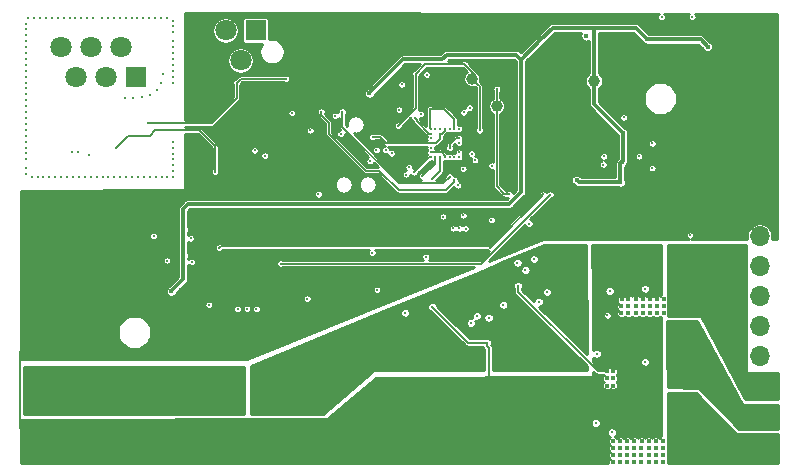
<source format=gbr>
G04 #@! TF.GenerationSoftware,KiCad,Pcbnew,5.1.5-52549c5~84~ubuntu18.04.1*
G04 #@! TF.CreationDate,2020-04-16T17:59:20+02:00*
G04 #@! TF.ProjectId,board,626f6172-642e-46b6-9963-61645f706362,rev?*
G04 #@! TF.SameCoordinates,Original*
G04 #@! TF.FileFunction,Copper,L4,Bot*
G04 #@! TF.FilePolarity,Positive*
%FSLAX46Y46*%
G04 Gerber Fmt 4.6, Leading zero omitted, Abs format (unit mm)*
G04 Created by KiCad (PCBNEW 5.1.5-52549c5~84~ubuntu18.04.1) date 2020-04-16 17:59:20*
%MOMM*%
%LPD*%
G04 APERTURE LIST*
%ADD10O,1.700000X1.700000*%
%ADD11R,1.700000X1.700000*%
%ADD12R,3.500000X2.000000*%
%ADD13R,6.000000X2.000000*%
%ADD14R,1.800000X1.800000*%
%ADD15C,1.800000*%
%ADD16C,1.000000*%
%ADD17C,0.310000*%
%ADD18C,0.400000*%
%ADD19C,0.254000*%
%ADD20C,0.800000*%
%ADD21C,0.152400*%
%ADD22C,0.300000*%
%ADD23C,0.254000*%
G04 APERTURE END LIST*
D10*
X156000000Y-119329200D03*
X156000000Y-121869200D03*
X156000000Y-124409200D03*
X156000000Y-126949200D03*
X156000000Y-129489200D03*
X156000000Y-132029200D03*
X156000000Y-134569200D03*
D11*
X156000000Y-137109200D03*
D12*
X105900000Y-132700000D03*
D13*
X96650000Y-132700000D03*
X96650000Y-136700000D03*
D12*
X105900000Y-136700000D03*
D14*
X113325000Y-101930000D03*
D15*
X112055000Y-104470000D03*
X110785000Y-101930000D03*
X109515000Y-104470000D03*
D16*
X141970000Y-106210000D03*
X133740000Y-108340000D03*
X131630000Y-106020000D03*
D15*
X96870000Y-103380000D03*
X98140000Y-105920000D03*
D14*
X103220000Y-105920000D03*
D15*
X101950000Y-103380000D03*
X100680000Y-105920000D03*
X99410000Y-103380000D03*
D17*
X128960000Y-112270000D03*
X128960000Y-110670000D03*
X130560000Y-111070000D03*
X129760000Y-111870000D03*
X128160000Y-112270000D03*
D18*
X129100000Y-127200000D03*
X128500000Y-127800000D03*
X124910000Y-127210000D03*
X126700000Y-127800000D03*
X129100000Y-129000000D03*
X129100000Y-127800000D03*
X128500000Y-127200000D03*
X124900000Y-129000000D03*
X126700000Y-128400000D03*
X126100000Y-127200000D03*
X126100000Y-129000000D03*
X124300000Y-127800000D03*
X126100000Y-128400000D03*
X126700000Y-127200000D03*
X123700000Y-127800000D03*
X126100000Y-127800000D03*
X127900000Y-127200000D03*
X124900000Y-127800000D03*
X127310000Y-127210000D03*
X124300000Y-128400000D03*
X127900000Y-129000000D03*
X127300000Y-127800000D03*
X123700000Y-128400000D03*
X125500000Y-129000000D03*
X125500000Y-127200000D03*
X123700000Y-127200000D03*
X124300000Y-129000000D03*
X127900000Y-127800000D03*
X127300000Y-129000000D03*
X125500000Y-128400000D03*
X128500000Y-128400000D03*
X128500000Y-129000000D03*
X123700000Y-129000000D03*
X124900000Y-128400000D03*
X129100000Y-128400000D03*
X127300000Y-128400000D03*
X127900000Y-128400000D03*
X125500000Y-127800000D03*
X126700000Y-129000000D03*
X124300000Y-127200000D03*
X141300000Y-102400000D03*
X141000000Y-120600000D03*
D17*
X117700000Y-124650000D03*
X123600000Y-123900000D03*
X127748000Y-121100000D03*
X130050000Y-118700000D03*
X133750000Y-106885000D03*
X111740000Y-106360000D03*
X115880000Y-106040000D03*
X125700000Y-106510000D03*
X136500000Y-118300000D03*
X133300000Y-118000000D03*
X104200000Y-109800000D03*
X134760000Y-115790000D03*
X130160000Y-110270000D03*
X126057511Y-114137511D03*
X130450000Y-115060000D03*
X128090000Y-108620000D03*
X129200000Y-117696400D03*
D19*
X150110013Y-119267519D03*
D17*
X129655000Y-108965000D03*
X128160000Y-110270000D03*
X147700000Y-100800000D03*
X129360000Y-112670000D03*
X126000000Y-125850000D03*
X130577003Y-118700000D03*
X143300000Y-124000000D03*
X131550000Y-126710000D03*
X146300000Y-123800000D03*
X133060000Y-126250000D03*
X137300000Y-124900000D03*
X146300000Y-130000000D03*
X142200000Y-129300000D03*
X138000000Y-124100000D03*
X136180000Y-122220000D03*
X142130025Y-135169975D03*
X136900000Y-121300000D03*
X143494805Y-135966469D03*
D18*
X126800000Y-136800000D03*
X128000000Y-136800000D03*
X124400000Y-137400000D03*
X128000000Y-136200000D03*
X126200000Y-136200000D03*
X125000000Y-136200000D03*
X124400000Y-136800000D03*
X128000000Y-137400000D03*
X128600000Y-137400000D03*
X126200000Y-136800000D03*
X125010000Y-135610000D03*
X128600000Y-136800000D03*
X124400000Y-136200000D03*
X127400000Y-136800000D03*
X125600000Y-135600000D03*
X126800000Y-137400000D03*
X125000000Y-136800000D03*
X129200000Y-135600000D03*
X126800000Y-135600000D03*
X126200000Y-137400000D03*
X123800000Y-137400000D03*
X128000000Y-135600000D03*
X128600000Y-135600000D03*
X123800000Y-135600000D03*
X128600000Y-136200000D03*
X126200000Y-135600000D03*
X127410000Y-135610000D03*
X127400000Y-136200000D03*
X129200000Y-136800000D03*
X123800000Y-136800000D03*
X125600000Y-137400000D03*
X125600000Y-136200000D03*
X123800000Y-136200000D03*
X125000000Y-137400000D03*
X127400000Y-137400000D03*
X125600000Y-136800000D03*
X124400000Y-135600000D03*
X126800000Y-136200000D03*
X129200000Y-137400000D03*
X129200000Y-136200000D03*
X128600000Y-138000000D03*
X124400000Y-138000000D03*
X126800000Y-138000000D03*
X125600000Y-138000000D03*
X123800000Y-138000000D03*
X126200000Y-138000000D03*
X128000000Y-138000000D03*
X125000000Y-138000000D03*
X129200000Y-138000000D03*
X127400000Y-138000000D03*
X126800000Y-134400000D03*
X128000000Y-134400000D03*
X124400000Y-135000000D03*
X128000000Y-133800000D03*
X126200000Y-133800000D03*
X125000000Y-133800000D03*
X124400000Y-134400000D03*
X128000000Y-135000000D03*
X128600000Y-135000000D03*
X126200000Y-134400000D03*
X125010000Y-133210000D03*
X128600000Y-134400000D03*
X124400000Y-133800000D03*
X127400000Y-134400000D03*
X125600000Y-133200000D03*
X126800000Y-135000000D03*
X125000000Y-134400000D03*
X129200000Y-133200000D03*
X126800000Y-133200000D03*
X126200000Y-135000000D03*
X123800000Y-135000000D03*
X128000000Y-133200000D03*
X128600000Y-133200000D03*
X123800000Y-133200000D03*
X128600000Y-133800000D03*
X126200000Y-133200000D03*
X127410000Y-133210000D03*
X127400000Y-133800000D03*
X129200000Y-134400000D03*
X123800000Y-134400000D03*
X125600000Y-135000000D03*
X125600000Y-133800000D03*
X123800000Y-133800000D03*
X125000000Y-135000000D03*
X127400000Y-135000000D03*
X125600000Y-134400000D03*
X124400000Y-133200000D03*
X126800000Y-133800000D03*
X129200000Y-135000000D03*
X129200000Y-133800000D03*
X146400000Y-127400000D03*
X144600000Y-127400000D03*
X144600000Y-128600000D03*
X144600000Y-128000000D03*
X146400000Y-129200000D03*
X145800000Y-129200000D03*
X145200000Y-126800000D03*
X145800000Y-126800000D03*
X145800000Y-128000000D03*
X145200000Y-129200000D03*
X145200000Y-127400000D03*
X144600000Y-126800000D03*
X145800000Y-127400000D03*
X145800000Y-128600000D03*
X145200000Y-128600000D03*
X145200000Y-128000000D03*
X146400000Y-126800000D03*
X146400000Y-128000000D03*
X144600000Y-129200000D03*
X146400000Y-128600000D03*
X146400000Y-133600000D03*
X144600000Y-133600000D03*
X144600000Y-134800000D03*
X144600000Y-134200000D03*
X145800000Y-135400000D03*
X145200000Y-133000000D03*
X145800000Y-133000000D03*
X145800000Y-134200000D03*
X145200000Y-135400000D03*
X145200000Y-133600000D03*
X144600000Y-133000000D03*
X145800000Y-133600000D03*
X145800000Y-134800000D03*
X145200000Y-134800000D03*
X145200000Y-134200000D03*
X146400000Y-133000000D03*
X146400000Y-134200000D03*
X144600000Y-135400000D03*
X146400000Y-134800000D03*
X144000000Y-128000000D03*
X144000000Y-129200000D03*
X144000000Y-126800000D03*
X144000000Y-128600000D03*
X144000000Y-127400000D03*
X144000000Y-121200000D03*
X144000000Y-122400000D03*
X144000000Y-121800000D03*
X144000000Y-120600000D03*
X144000000Y-123000000D03*
X144000000Y-134800000D03*
X144000000Y-133600000D03*
X144000000Y-135400000D03*
X144000000Y-133000000D03*
X144000000Y-134200000D03*
X146400000Y-121200000D03*
X146400000Y-121800000D03*
X146400000Y-122400000D03*
X146400000Y-123000000D03*
X145800000Y-123000000D03*
X145800000Y-122400000D03*
X145800000Y-121800000D03*
X145800000Y-121200000D03*
X145800000Y-120600000D03*
X145200000Y-120600000D03*
X145200000Y-121200000D03*
X145200000Y-121800000D03*
X145200000Y-122400000D03*
X145200000Y-123000000D03*
X144600000Y-123000000D03*
X144600000Y-120600000D03*
X144600000Y-121800000D03*
X144600000Y-121200000D03*
X144600000Y-122400000D03*
D20*
X100300000Y-135500000D03*
X101200000Y-135500000D03*
X102100000Y-135500000D03*
X103000000Y-135500000D03*
X100800000Y-136300000D03*
X101700000Y-136300000D03*
X102600000Y-136300000D03*
X103500000Y-136300000D03*
X100400000Y-137100000D03*
X101300000Y-137100000D03*
X102200000Y-137100000D03*
X103100000Y-137100000D03*
X100800000Y-137900000D03*
X101700000Y-137900000D03*
X102600000Y-137900000D03*
X103500000Y-137900000D03*
D18*
X146400000Y-120600000D03*
D17*
X133860000Y-102690000D03*
X135200000Y-108500000D03*
X134200000Y-110900000D03*
X135200000Y-112400000D03*
X140700000Y-105400000D03*
X134300000Y-125167399D03*
X132900000Y-128360000D03*
X128290000Y-125350000D03*
X145000000Y-116500000D03*
X126800000Y-117500000D03*
X137812500Y-101400000D03*
X135200000Y-101400000D03*
X107800000Y-117850000D03*
X113700000Y-110800000D03*
X124510000Y-115040000D03*
X121370000Y-117590000D03*
X140680000Y-108090000D03*
X132720000Y-105960000D03*
X129550000Y-111270000D03*
X124740000Y-110340000D03*
X93610000Y-128920000D03*
X120320000Y-113980000D03*
X116000000Y-119050000D03*
X126050000Y-108610000D03*
X126360000Y-110690000D03*
X131610000Y-112370000D03*
X130560000Y-112270000D03*
X133330000Y-113390000D03*
D18*
X107200000Y-118800000D03*
X107200000Y-120975000D03*
X144200000Y-114800000D03*
X140500000Y-114600000D03*
X135800000Y-104400000D03*
X151600000Y-103300000D03*
X122960000Y-107250000D03*
X106180000Y-124020000D03*
X146500000Y-102700000D03*
X144316448Y-113113552D03*
X144400000Y-110600000D03*
D19*
X107590000Y-116630000D03*
D18*
X149100000Y-124700000D03*
X149700000Y-125900000D03*
X149700000Y-124700000D03*
X149100000Y-125900000D03*
X149100000Y-125300000D03*
X149700000Y-125300000D03*
X150300000Y-125300000D03*
X150300000Y-125900000D03*
X150300000Y-124700000D03*
X151000000Y-124700000D03*
X151600000Y-125900000D03*
X151600000Y-124700000D03*
X151000000Y-125900000D03*
X151000000Y-125300000D03*
X151600000Y-125300000D03*
X152200000Y-125300000D03*
X152200000Y-125900000D03*
X152200000Y-124700000D03*
X151600000Y-122900000D03*
X152200000Y-124100000D03*
X152200000Y-122900000D03*
X151600000Y-124100000D03*
X151600000Y-123500000D03*
X152200000Y-123500000D03*
X152800000Y-123500000D03*
X152800000Y-124100000D03*
X152800000Y-122900000D03*
X152200000Y-126500000D03*
X152800000Y-127700000D03*
X152800000Y-126500000D03*
X152200000Y-127700000D03*
X152200000Y-127100000D03*
X152800000Y-127100000D03*
X153400000Y-127100000D03*
X153400000Y-127700000D03*
X153400000Y-126500000D03*
X152800000Y-124700000D03*
X153400000Y-125900000D03*
X153400000Y-124700000D03*
X152800000Y-125900000D03*
X152800000Y-125300000D03*
X153400000Y-125300000D03*
X154000000Y-125300000D03*
X154000000Y-125900000D03*
X154000000Y-124700000D03*
X151600000Y-121100000D03*
X152200000Y-121700000D03*
X152200000Y-122300000D03*
X152200000Y-121100000D03*
X151600000Y-122300000D03*
X152800000Y-122300000D03*
X152800000Y-121100000D03*
X151600000Y-121700000D03*
X152800000Y-121700000D03*
X153400000Y-122900000D03*
X154000000Y-124100000D03*
X153400000Y-124100000D03*
X153400000Y-123500000D03*
X153400000Y-121100000D03*
X153400000Y-122300000D03*
X153400000Y-121700000D03*
X154000000Y-126500000D03*
X154000000Y-127700000D03*
X154000000Y-127100000D03*
X151600000Y-126500000D03*
X152800000Y-128300000D03*
X153400000Y-128300000D03*
X154000000Y-128300000D03*
X152800000Y-128900000D03*
X153400000Y-128900000D03*
X154000000Y-128900000D03*
X154000000Y-129500000D03*
X153400000Y-129500000D03*
X154000000Y-130100000D03*
X153400000Y-130100000D03*
X154000000Y-130700000D03*
X154000000Y-131300000D03*
X144310000Y-124710000D03*
X144900000Y-125900000D03*
X144900000Y-125300000D03*
X145500000Y-124700000D03*
X144300000Y-125900000D03*
X144300000Y-125300000D03*
X145500000Y-125900000D03*
X146100000Y-124700000D03*
X144900000Y-124700000D03*
X146100000Y-125900000D03*
X145500000Y-125300000D03*
X146100000Y-125300000D03*
X146710000Y-124710000D03*
X147300000Y-125900000D03*
X147300000Y-125300000D03*
X147900000Y-124700000D03*
X146700000Y-125900000D03*
X146700000Y-125300000D03*
X147900000Y-125900000D03*
X148500000Y-124700000D03*
X147300000Y-124700000D03*
X148500000Y-125900000D03*
X147900000Y-125300000D03*
X148500000Y-125300000D03*
D17*
X132070000Y-126100000D03*
X143110000Y-126060000D03*
D18*
X149600000Y-132000000D03*
X150200000Y-130800000D03*
X149600000Y-130800000D03*
X150200000Y-132000000D03*
X149600000Y-131400000D03*
X150200000Y-131400000D03*
X152600000Y-132000000D03*
X152600000Y-131400000D03*
X152000000Y-132000000D03*
X152000000Y-131400000D03*
X152600000Y-130800000D03*
X152000000Y-130800000D03*
X150800000Y-132000000D03*
X151400000Y-130800000D03*
X150800000Y-130800000D03*
X151400000Y-132000000D03*
X150800000Y-131400000D03*
X151400000Y-131400000D03*
X152000000Y-130200000D03*
X152000000Y-129600000D03*
X151400000Y-129000000D03*
X151400000Y-129600000D03*
X151400000Y-130200000D03*
X152600000Y-133200000D03*
X153200000Y-133200000D03*
X152600000Y-132600000D03*
X153200000Y-132600000D03*
X153200000Y-132000000D03*
X152000000Y-132600000D03*
X153800000Y-134400000D03*
X153200000Y-134400000D03*
X153800000Y-133800000D03*
X153200000Y-133800000D03*
X153800000Y-133200000D03*
X143600000Y-132000000D03*
X143600000Y-131400000D03*
X148400000Y-130800000D03*
X148400000Y-132000000D03*
X149000000Y-130800000D03*
X143600000Y-130800000D03*
X149000000Y-132000000D03*
X148400000Y-131400000D03*
X149000000Y-131400000D03*
X143100000Y-131400000D03*
X143100000Y-132000000D03*
D17*
X135548036Y-123532076D03*
D18*
X143110000Y-130810000D03*
X149100000Y-137900000D03*
X150300000Y-137900000D03*
X149100000Y-138500000D03*
X148500000Y-137300000D03*
X149700000Y-138500000D03*
X149700000Y-137300000D03*
X150900000Y-137300000D03*
X151500000Y-138500000D03*
X149100000Y-136700000D03*
X149710000Y-136710000D03*
X151500000Y-137300000D03*
X148500000Y-138500000D03*
X149700000Y-137900000D03*
X148500000Y-137900000D03*
X150300000Y-138500000D03*
X151500000Y-137900000D03*
X150900000Y-136700000D03*
X150900000Y-137900000D03*
X151500000Y-136700000D03*
X150900000Y-138500000D03*
X149100000Y-137300000D03*
X150300000Y-136700000D03*
X148500000Y-136700000D03*
X150300000Y-137300000D03*
X152110000Y-136710000D03*
X153900000Y-137300000D03*
X152100000Y-138500000D03*
X153900000Y-137900000D03*
X153300000Y-136700000D03*
X153300000Y-138500000D03*
X153300000Y-137900000D03*
X153900000Y-136700000D03*
X153300000Y-137300000D03*
X152100000Y-137300000D03*
X152700000Y-138500000D03*
X152700000Y-136700000D03*
X152700000Y-137900000D03*
X152100000Y-137900000D03*
X152700000Y-137300000D03*
X153900000Y-138500000D03*
X153300000Y-136100000D03*
X151500000Y-136100000D03*
X151500000Y-135500000D03*
X152700000Y-135500000D03*
X152110000Y-135510000D03*
X152100000Y-136100000D03*
X152700000Y-136100000D03*
X151500000Y-134900000D03*
X152110000Y-134910000D03*
X151500000Y-134300000D03*
X143610000Y-136710000D03*
X144200000Y-137900000D03*
X144200000Y-137300000D03*
X144800000Y-136700000D03*
X143600000Y-137900000D03*
X143600000Y-137300000D03*
X144800000Y-137900000D03*
X145400000Y-136700000D03*
X144200000Y-136700000D03*
X145400000Y-137900000D03*
X144800000Y-137300000D03*
X145400000Y-137300000D03*
X143600000Y-138500000D03*
X145400000Y-138500000D03*
X144800000Y-138500000D03*
X144200000Y-138500000D03*
X146000000Y-137900000D03*
X147800000Y-137900000D03*
X147800000Y-138500000D03*
X147200000Y-137300000D03*
X147800000Y-136700000D03*
X146600000Y-136700000D03*
X146010000Y-136710000D03*
X147200000Y-138500000D03*
X146000000Y-137300000D03*
X147200000Y-137900000D03*
X146000000Y-138500000D03*
X146600000Y-138500000D03*
X146600000Y-137300000D03*
X147800000Y-137300000D03*
X147200000Y-136700000D03*
X146600000Y-137900000D03*
D17*
X135500000Y-121608700D03*
X104940000Y-106980000D03*
X105300000Y-106350000D03*
X105500000Y-105660000D03*
X104390000Y-107420000D03*
X103690000Y-107560000D03*
X102950000Y-107640000D03*
X102270000Y-107670000D03*
X106350000Y-106350000D03*
X106350000Y-105850000D03*
X106350000Y-105350000D03*
X106350000Y-104850000D03*
X106350000Y-104350000D03*
X106350000Y-103850000D03*
X106350000Y-103350000D03*
X106350000Y-102850000D03*
X106350000Y-102100000D03*
X106350000Y-101600000D03*
X106350000Y-101100000D03*
X105830000Y-100870000D03*
X105330000Y-100870000D03*
X104830000Y-100870000D03*
X104330000Y-100870000D03*
X103830000Y-100870000D03*
X103330000Y-100870000D03*
X102830000Y-100870000D03*
X102330000Y-100870000D03*
X101830000Y-100870000D03*
X101330000Y-100870000D03*
X100830000Y-100870000D03*
X100330000Y-100870000D03*
X99580000Y-100870000D03*
X99080000Y-100870000D03*
X98580000Y-100870000D03*
X98080000Y-100870000D03*
X97580000Y-100870000D03*
X97080000Y-100870000D03*
X96580000Y-100870000D03*
X96080000Y-100870000D03*
X95580000Y-100870000D03*
X95080000Y-100870000D03*
X94580000Y-100870000D03*
X94080000Y-100870000D03*
X93850000Y-101350000D03*
X93850000Y-101850000D03*
X93850000Y-102350000D03*
X93850000Y-102850000D03*
X93850000Y-103350000D03*
X93850000Y-103850000D03*
X93850000Y-104350000D03*
X93850000Y-104850000D03*
X93850000Y-105350000D03*
X93850000Y-105850000D03*
X93850000Y-106350000D03*
X93850000Y-106850000D03*
X93850000Y-107350000D03*
X93850000Y-107850000D03*
X93850000Y-108350000D03*
X93850000Y-108850000D03*
X93850000Y-109350000D03*
X93850000Y-109850000D03*
X93850000Y-110350000D03*
X93850000Y-110850000D03*
X93850000Y-111350000D03*
X93850000Y-111850000D03*
X93850000Y-112350000D03*
X93850000Y-112850000D03*
X93850000Y-113600000D03*
X93850000Y-114100000D03*
X94370000Y-114330000D03*
X94870000Y-114330000D03*
X95370000Y-114330000D03*
X95870000Y-114330000D03*
X96370000Y-114330000D03*
X96870000Y-114330000D03*
X97370000Y-114330000D03*
X97870000Y-114330000D03*
X98370000Y-114330000D03*
X98870000Y-114330000D03*
X99370000Y-114330000D03*
X99870000Y-114330000D03*
X100370000Y-114330000D03*
X100870000Y-114330000D03*
X101370000Y-114330000D03*
X101870000Y-114330000D03*
X102370000Y-114330000D03*
X102870000Y-114330000D03*
X103370000Y-114330000D03*
X103870000Y-114330000D03*
X104370000Y-114330000D03*
X104870000Y-114330000D03*
X105370000Y-114330000D03*
X105870000Y-114330000D03*
X106350000Y-114330000D03*
X106350000Y-113850000D03*
X106350000Y-113350000D03*
X106350000Y-112850000D03*
X106300000Y-112400000D03*
X106300000Y-111900000D03*
X106300000Y-111400000D03*
X145785000Y-112600000D03*
X142817600Y-112590000D03*
X142762409Y-113295191D03*
X146915000Y-113600000D03*
X105820000Y-121420000D03*
X107910000Y-121529400D03*
X146915000Y-111500000D03*
X144500000Y-109300000D03*
X109370000Y-125170000D03*
X130560000Y-111470000D03*
X115450000Y-121670000D03*
X138270000Y-115830000D03*
X110245000Y-120325000D03*
X137660000Y-115820000D03*
X123200000Y-120750000D03*
X131103901Y-118710475D03*
X101500000Y-111900000D03*
X109900000Y-113900000D03*
X114110000Y-112540000D03*
X126300000Y-113500000D03*
X113250000Y-112100000D03*
X124840000Y-112340000D03*
D20*
X100800000Y-133200000D03*
X101700000Y-133200000D03*
X102600000Y-133200000D03*
X103500000Y-133200000D03*
X100400000Y-130800000D03*
X101300000Y-130800000D03*
X102200000Y-130800000D03*
X103100000Y-130800000D03*
X100800000Y-131600000D03*
X101700000Y-131600000D03*
X102600000Y-131600000D03*
X103500000Y-131600000D03*
X100400000Y-132400000D03*
X101300000Y-132400000D03*
X102200000Y-132400000D03*
X103100000Y-132400000D03*
X100400000Y-134000000D03*
X101300000Y-134000000D03*
X102200000Y-134000000D03*
X103100000Y-134000000D03*
D17*
X131450000Y-108470000D03*
X98330000Y-112240000D03*
X104690000Y-119340000D03*
X107830000Y-119540000D03*
X128160000Y-112670000D03*
X126743959Y-113953959D03*
X128560000Y-112670000D03*
X127458552Y-114268552D03*
X128960000Y-112670000D03*
X128260000Y-114540000D03*
X126900000Y-105600000D03*
X131000000Y-104800000D03*
X125400000Y-110000000D03*
X132300000Y-110400000D03*
X118880000Y-108800000D03*
X130170000Y-114630000D03*
X120070000Y-109170000D03*
X129760000Y-112670000D03*
X120670000Y-108810000D03*
X129760000Y-114310000D03*
X118650000Y-115810000D03*
X129760000Y-110270000D03*
X127300000Y-109000000D03*
X116400000Y-108930000D03*
X128960000Y-110270000D03*
X127810000Y-105680000D03*
X97770000Y-112270000D03*
X130560000Y-110270000D03*
X130940000Y-108880000D03*
X99220000Y-112444400D03*
X113400000Y-125500000D03*
X124330000Y-112080000D03*
X112600000Y-125500000D03*
X123560000Y-112060000D03*
X111800000Y-125500000D03*
X128160000Y-111870000D03*
X120530000Y-110710000D03*
X117950000Y-110400000D03*
X128160000Y-110670000D03*
X126810000Y-109340000D03*
X129360000Y-110270000D03*
X123230000Y-110940000D03*
X123000000Y-113001600D03*
X128560000Y-110270000D03*
X128160000Y-111070000D03*
X125470000Y-108644400D03*
X130560000Y-112670000D03*
X131900000Y-112925599D03*
X150300000Y-100800000D03*
X130160000Y-112670000D03*
X130910000Y-113650000D03*
X130900000Y-117600000D03*
D21*
X133750000Y-106885000D02*
X133750000Y-115145000D01*
X111740000Y-106360000D02*
X112060000Y-106040000D01*
X112060000Y-106040000D02*
X115880000Y-106040000D01*
X107100000Y-109800000D02*
X107600000Y-109800000D01*
X104200000Y-109800000D02*
X107100000Y-109800000D01*
X111740000Y-107660000D02*
X111740000Y-106360000D01*
X107100000Y-109800000D02*
X109600000Y-109800000D01*
X109600000Y-109800000D02*
X111740000Y-107660000D01*
X134395000Y-115790000D02*
X134760000Y-115790000D01*
X134287500Y-115682500D02*
X134395000Y-115790000D01*
X133750000Y-115145000D02*
X134287500Y-115682500D01*
X128090000Y-108620000D02*
X129310000Y-108620000D01*
X129310000Y-108620000D02*
X129655000Y-108965000D01*
X128078831Y-109711169D02*
X128078831Y-110188831D01*
X128090000Y-109700000D02*
X128090000Y-108620000D01*
X128078831Y-109711169D02*
X128090000Y-109700000D01*
X129360000Y-112528579D02*
X129360000Y-112670000D01*
X128960000Y-112270000D02*
X129101421Y-112270000D01*
X129101421Y-112270000D02*
X129360000Y-112528579D01*
X128160000Y-112270000D02*
X128960000Y-112270000D01*
X130160000Y-109470000D02*
X129655000Y-108965000D01*
X130160000Y-110270000D02*
X130160000Y-109470000D01*
X102600000Y-135900000D02*
X102500000Y-135800000D01*
X132900000Y-128642842D02*
X133050000Y-128792842D01*
X132900000Y-128360000D02*
X132900000Y-128642842D01*
X133050000Y-128792842D02*
X133050000Y-131840000D01*
X96650000Y-136700000D02*
X94650000Y-136700000D01*
X94501601Y-136711601D02*
X93400000Y-135610000D01*
X131300000Y-128360000D02*
X132900000Y-128360000D01*
X128290000Y-125350000D02*
X131300000Y-128360000D01*
X93400000Y-129130000D02*
X93610000Y-128920000D01*
X93400000Y-129600000D02*
X93400000Y-129130000D01*
X93400000Y-129600000D02*
X93400000Y-129430000D01*
X93400000Y-135598399D02*
X93400000Y-129600000D01*
D22*
X107200000Y-119082842D02*
X107200000Y-120975000D01*
X107200000Y-118800000D02*
X107200000Y-119082842D01*
X144400000Y-113000000D02*
X144300000Y-113100000D01*
X144400000Y-110600000D02*
X144400000Y-113000000D01*
X144200000Y-113200000D02*
X144300000Y-113100000D01*
X144200000Y-114800000D02*
X144200000Y-113200000D01*
X140700000Y-114800000D02*
X144200000Y-114800000D01*
X140500000Y-114600000D02*
X140700000Y-114800000D01*
X137500000Y-102700000D02*
X135800000Y-104400000D01*
X151000000Y-102700000D02*
X151600000Y-103300000D01*
X134811370Y-116630000D02*
X110790000Y-116630000D01*
X135800000Y-104400000D02*
X135800000Y-115641370D01*
X135800000Y-115641370D02*
X134811370Y-116630000D01*
X107200000Y-120975000D02*
X107200000Y-123000000D01*
X107200000Y-123000000D02*
X106180000Y-124020000D01*
X145500000Y-101700000D02*
X146500000Y-102700000D01*
X137500000Y-102700000D02*
X138500000Y-101700000D01*
X142000000Y-101700000D02*
X142000000Y-108200000D01*
X142000000Y-101700000D02*
X145500000Y-101700000D01*
X142000000Y-108200000D02*
X144400000Y-110600000D01*
X138500000Y-101700000D02*
X142000000Y-101700000D01*
X146500000Y-102700000D02*
X151000000Y-102700000D01*
X110790000Y-116630000D02*
X108630000Y-116630000D01*
X108630000Y-116630000D02*
X107590000Y-116630000D01*
X122960000Y-107250000D02*
X125830000Y-104380000D01*
X129150000Y-104380000D02*
X129550000Y-103980000D01*
X125830000Y-104380000D02*
X129150000Y-104380000D01*
X135380000Y-103980000D02*
X135800000Y-104400000D01*
X129550000Y-103980000D02*
X135380000Y-103980000D01*
X107200000Y-117020000D02*
X107200000Y-118800000D01*
X107590000Y-116630000D02*
X107200000Y-117020000D01*
D21*
X142317262Y-130810000D02*
X143110000Y-130810000D01*
X135548036Y-123532076D02*
X135548036Y-124040774D01*
X135548036Y-124040774D02*
X142317262Y-130810000D01*
X132430000Y-121670000D02*
X138270000Y-115830000D01*
X115450000Y-121670000D02*
X132430000Y-121670000D01*
X133150000Y-120330000D02*
X137660000Y-115820000D01*
X137460001Y-116019999D02*
X137660000Y-115820000D01*
X133281999Y-120198001D02*
X137460001Y-116019999D01*
X110371999Y-120198001D02*
X133281999Y-120198001D01*
X110245000Y-120325000D02*
X110371999Y-120198001D01*
X101500000Y-111900000D02*
X102550000Y-110850000D01*
X102550000Y-110850000D02*
X104350000Y-110850000D01*
X104350000Y-110850000D02*
X104800000Y-110400000D01*
X104800000Y-110400000D02*
X108550000Y-110400000D01*
X109900000Y-111750000D02*
X109900000Y-113900000D01*
X108550000Y-110400000D02*
X109900000Y-111750000D01*
X96650000Y-130700000D02*
X94650000Y-130700000D01*
X128027918Y-112670000D02*
X128160000Y-112670000D01*
X126743959Y-113953959D02*
X128027918Y-112670000D01*
X127458552Y-114268552D02*
X128478831Y-113248273D01*
X128560000Y-113167104D02*
X127458552Y-114268552D01*
X128560000Y-112670000D02*
X128560000Y-113167104D01*
X128960000Y-113840000D02*
X128260000Y-114540000D01*
X128960000Y-112670000D02*
X128960000Y-113840000D01*
X126900000Y-105600000D02*
X127700000Y-104800000D01*
X127700000Y-104800000D02*
X131000000Y-104800000D01*
X131000000Y-104800000D02*
X131800000Y-105600000D01*
X126900000Y-108500000D02*
X126900000Y-105600000D01*
X125400000Y-110000000D02*
X126900000Y-108500000D01*
X132129999Y-106519999D02*
X132149999Y-106519999D01*
X131630000Y-106020000D02*
X132129999Y-106519999D01*
X132149999Y-106519999D02*
X132300000Y-106670000D01*
X132300000Y-106670000D02*
X132300000Y-110400000D01*
X129760000Y-111590000D02*
X129760000Y-111870000D01*
X130560000Y-111070000D02*
X130280000Y-111070000D01*
X130280000Y-111070000D02*
X129760000Y-111590000D01*
X129431399Y-115468601D02*
X130170000Y-114730000D01*
X125460000Y-115470000D02*
X129431399Y-115468601D01*
X118880000Y-108800000D02*
X118880000Y-109082842D01*
X119537158Y-109740000D02*
X119537158Y-110701488D01*
X130170000Y-114730000D02*
X130170000Y-114630000D01*
X118880000Y-109082842D02*
X119537158Y-109740000D01*
X122645670Y-113810000D02*
X123790000Y-113810000D01*
X119537158Y-110701488D02*
X122645670Y-113810000D01*
X123790000Y-113810000D02*
X125460000Y-115470000D01*
X120670000Y-110100000D02*
X125465601Y-114895601D01*
X129760000Y-114360000D02*
X129760000Y-114310000D01*
X129224399Y-114895601D02*
X129760000Y-114360000D01*
X120670000Y-108810000D02*
X120670000Y-110100000D01*
X125465601Y-114895601D02*
X129224399Y-114895601D01*
X128018579Y-110670000D02*
X128160000Y-110670000D01*
X126974999Y-109626420D02*
X128018579Y-110670000D01*
X126810000Y-109340000D02*
X126974999Y-109504999D01*
X126974999Y-109504999D02*
X126974999Y-109626420D01*
X129360000Y-110411421D02*
X129360000Y-110270000D01*
X129101421Y-110670000D02*
X129360000Y-110411421D01*
X128960000Y-110670000D02*
X129101421Y-110670000D01*
X128580000Y-111470000D02*
X124410000Y-111470000D01*
X128950000Y-111100000D02*
X128580000Y-111470000D01*
X128960000Y-111100000D02*
X128950000Y-111100000D01*
X128960000Y-110670000D02*
X128960000Y-111100000D01*
X123880000Y-110940000D02*
X123230000Y-110940000D01*
X124410000Y-111470000D02*
X123880000Y-110940000D01*
D23*
G36*
X147677649Y-124347048D02*
G01*
X147634178Y-124376095D01*
X147600000Y-124410273D01*
X147565822Y-124376095D01*
X147497524Y-124330459D01*
X147421635Y-124299025D01*
X147341071Y-124283000D01*
X147258929Y-124283000D01*
X147178365Y-124299025D01*
X147102476Y-124330459D01*
X147034178Y-124376095D01*
X147000000Y-124410273D01*
X146975822Y-124386095D01*
X146907524Y-124340459D01*
X146831635Y-124309025D01*
X146751071Y-124293000D01*
X146668929Y-124293000D01*
X146588365Y-124309025D01*
X146512476Y-124340459D01*
X146444178Y-124386095D01*
X146410000Y-124420273D01*
X146365822Y-124376095D01*
X146297524Y-124330459D01*
X146221635Y-124299025D01*
X146141071Y-124283000D01*
X146058929Y-124283000D01*
X145978365Y-124299025D01*
X145902476Y-124330459D01*
X145834178Y-124376095D01*
X145800000Y-124410273D01*
X145765822Y-124376095D01*
X145697524Y-124330459D01*
X145621635Y-124299025D01*
X145541071Y-124283000D01*
X145458929Y-124283000D01*
X145378365Y-124299025D01*
X145302476Y-124330459D01*
X145234178Y-124376095D01*
X145200000Y-124410273D01*
X145165822Y-124376095D01*
X145097524Y-124330459D01*
X145021635Y-124299025D01*
X144941071Y-124283000D01*
X144858929Y-124283000D01*
X144778365Y-124299025D01*
X144702476Y-124330459D01*
X144634178Y-124376095D01*
X144600000Y-124410273D01*
X144575822Y-124386095D01*
X144507524Y-124340459D01*
X144431635Y-124309025D01*
X144351071Y-124293000D01*
X144268929Y-124293000D01*
X144188365Y-124309025D01*
X144112476Y-124340459D01*
X144044178Y-124386095D01*
X143986095Y-124444178D01*
X143940459Y-124512476D01*
X143909025Y-124588365D01*
X143893000Y-124668929D01*
X143893000Y-124751071D01*
X143909025Y-124831635D01*
X143940459Y-124907524D01*
X143986095Y-124975822D01*
X144010273Y-125000000D01*
X143976095Y-125034178D01*
X143930459Y-125102476D01*
X143899025Y-125178365D01*
X143883000Y-125258929D01*
X143883000Y-125341071D01*
X143899025Y-125421635D01*
X143930459Y-125497524D01*
X143976095Y-125565822D01*
X144010273Y-125600000D01*
X143976095Y-125634178D01*
X143930459Y-125702476D01*
X143899025Y-125778365D01*
X143883000Y-125858929D01*
X143883000Y-125941071D01*
X143899025Y-126021635D01*
X143930459Y-126097524D01*
X143976095Y-126165822D01*
X144034178Y-126223905D01*
X144102476Y-126269541D01*
X144178365Y-126300975D01*
X144258929Y-126317000D01*
X144341071Y-126317000D01*
X144421635Y-126300975D01*
X144497524Y-126269541D01*
X144565822Y-126223905D01*
X144600000Y-126189727D01*
X144634178Y-126223905D01*
X144702476Y-126269541D01*
X144778365Y-126300975D01*
X144858929Y-126317000D01*
X144941071Y-126317000D01*
X145021635Y-126300975D01*
X145097524Y-126269541D01*
X145165822Y-126223905D01*
X145200000Y-126189727D01*
X145234178Y-126223905D01*
X145302476Y-126269541D01*
X145378365Y-126300975D01*
X145458929Y-126317000D01*
X145541071Y-126317000D01*
X145621635Y-126300975D01*
X145697524Y-126269541D01*
X145765822Y-126223905D01*
X145800000Y-126189727D01*
X145834178Y-126223905D01*
X145902476Y-126269541D01*
X145978365Y-126300975D01*
X146058929Y-126317000D01*
X146141071Y-126317000D01*
X146221635Y-126300975D01*
X146297524Y-126269541D01*
X146365822Y-126223905D01*
X146400000Y-126189727D01*
X146434178Y-126223905D01*
X146502476Y-126269541D01*
X146578365Y-126300975D01*
X146658929Y-126317000D01*
X146741071Y-126317000D01*
X146821635Y-126300975D01*
X146897524Y-126269541D01*
X146965822Y-126223905D01*
X147000000Y-126189727D01*
X147034178Y-126223905D01*
X147102476Y-126269541D01*
X147178365Y-126300975D01*
X147258929Y-126317000D01*
X147341071Y-126317000D01*
X147421635Y-126300975D01*
X147497524Y-126269541D01*
X147565822Y-126223905D01*
X147600000Y-126189727D01*
X147634178Y-126223905D01*
X147679689Y-126254315D01*
X147690429Y-136296625D01*
X147678365Y-136299025D01*
X147602476Y-136330459D01*
X147534178Y-136376095D01*
X147500000Y-136410273D01*
X147465822Y-136376095D01*
X147397524Y-136330459D01*
X147321635Y-136299025D01*
X147241071Y-136283000D01*
X147158929Y-136283000D01*
X147078365Y-136299025D01*
X147002476Y-136330459D01*
X146934178Y-136376095D01*
X146900000Y-136410273D01*
X146865822Y-136376095D01*
X146797524Y-136330459D01*
X146721635Y-136299025D01*
X146641071Y-136283000D01*
X146558929Y-136283000D01*
X146478365Y-136299025D01*
X146402476Y-136330459D01*
X146334178Y-136376095D01*
X146300000Y-136410273D01*
X146275822Y-136386095D01*
X146207524Y-136340459D01*
X146131635Y-136309025D01*
X146051071Y-136293000D01*
X145968929Y-136293000D01*
X145888365Y-136309025D01*
X145812476Y-136340459D01*
X145744178Y-136386095D01*
X145710000Y-136420273D01*
X145665822Y-136376095D01*
X145597524Y-136330459D01*
X145521635Y-136299025D01*
X145441071Y-136283000D01*
X145358929Y-136283000D01*
X145278365Y-136299025D01*
X145202476Y-136330459D01*
X145134178Y-136376095D01*
X145100000Y-136410273D01*
X145065822Y-136376095D01*
X144997524Y-136330459D01*
X144921635Y-136299025D01*
X144841071Y-136283000D01*
X144758929Y-136283000D01*
X144678365Y-136299025D01*
X144602476Y-136330459D01*
X144534178Y-136376095D01*
X144500000Y-136410273D01*
X144465822Y-136376095D01*
X144397524Y-136330459D01*
X144321635Y-136299025D01*
X144241071Y-136283000D01*
X144158929Y-136283000D01*
X144078365Y-136299025D01*
X144002476Y-136330459D01*
X143934178Y-136376095D01*
X143900000Y-136410273D01*
X143875822Y-136386095D01*
X143807524Y-136340459D01*
X143751635Y-136317309D01*
X143771719Y-136303890D01*
X143832226Y-136243383D01*
X143879765Y-136172235D01*
X143912511Y-136093179D01*
X143929205Y-136009254D01*
X143929205Y-135923684D01*
X143912511Y-135839759D01*
X143879765Y-135760703D01*
X143832226Y-135689555D01*
X143771719Y-135629048D01*
X143700571Y-135581509D01*
X143621515Y-135548763D01*
X143537590Y-135532069D01*
X143452020Y-135532069D01*
X143368095Y-135548763D01*
X143289039Y-135581509D01*
X143217891Y-135629048D01*
X143157384Y-135689555D01*
X143109845Y-135760703D01*
X143077099Y-135839759D01*
X143060405Y-135923684D01*
X143060405Y-136009254D01*
X143077099Y-136093179D01*
X143109845Y-136172235D01*
X143157384Y-136243383D01*
X143217891Y-136303890D01*
X143289039Y-136351429D01*
X143355104Y-136378794D01*
X143344178Y-136386095D01*
X143286095Y-136444178D01*
X143240459Y-136512476D01*
X143209025Y-136588365D01*
X143193000Y-136668929D01*
X143193000Y-136751071D01*
X143209025Y-136831635D01*
X143240459Y-136907524D01*
X143286095Y-136975822D01*
X143310273Y-137000000D01*
X143276095Y-137034178D01*
X143230459Y-137102476D01*
X143199025Y-137178365D01*
X143183000Y-137258929D01*
X143183000Y-137341071D01*
X143199025Y-137421635D01*
X143230459Y-137497524D01*
X143276095Y-137565822D01*
X143310273Y-137600000D01*
X143276095Y-137634178D01*
X143230459Y-137702476D01*
X143199025Y-137778365D01*
X143183000Y-137858929D01*
X143183000Y-137941071D01*
X143199025Y-138021635D01*
X143230459Y-138097524D01*
X143276095Y-138165822D01*
X143310273Y-138200000D01*
X143276095Y-138234178D01*
X143230459Y-138302476D01*
X143199025Y-138378365D01*
X143183000Y-138458929D01*
X143183000Y-138541071D01*
X143189351Y-138573000D01*
X93427000Y-138573000D01*
X93427000Y-135127190D01*
X141695625Y-135127190D01*
X141695625Y-135212760D01*
X141712319Y-135296685D01*
X141745065Y-135375741D01*
X141792604Y-135446889D01*
X141853111Y-135507396D01*
X141924259Y-135554935D01*
X142003315Y-135587681D01*
X142087240Y-135604375D01*
X142172810Y-135604375D01*
X142256735Y-135587681D01*
X142335791Y-135554935D01*
X142406939Y-135507396D01*
X142467446Y-135446889D01*
X142514985Y-135375741D01*
X142547731Y-135296685D01*
X142564425Y-135212760D01*
X142564425Y-135127190D01*
X142547731Y-135043265D01*
X142514985Y-134964209D01*
X142467446Y-134893061D01*
X142406939Y-134832554D01*
X142335791Y-134785015D01*
X142256735Y-134752269D01*
X142172810Y-134735575D01*
X142087240Y-134735575D01*
X142003315Y-134752269D01*
X141924259Y-134785015D01*
X141853111Y-134832554D01*
X141792604Y-134893061D01*
X141745065Y-134964209D01*
X141712319Y-135043265D01*
X141695625Y-135127190D01*
X93427000Y-135127190D01*
X93427000Y-134876974D01*
X119326526Y-134871755D01*
X119351302Y-134869310D01*
X119375124Y-134862078D01*
X119397079Y-134850337D01*
X119408035Y-134842126D01*
X123546332Y-131376849D01*
X141810416Y-131316999D01*
X141835185Y-131314478D01*
X141858985Y-131307173D01*
X141880903Y-131295365D01*
X141900096Y-131279508D01*
X141915827Y-131260211D01*
X141927491Y-131238216D01*
X141934640Y-131214368D01*
X141936995Y-131188865D01*
X141933889Y-130841274D01*
X142099759Y-131007144D01*
X142108936Y-131018326D01*
X142153581Y-131054966D01*
X142204517Y-131082192D01*
X142259785Y-131098957D01*
X142302865Y-131103200D01*
X142302874Y-131103200D01*
X142317261Y-131104617D01*
X142331648Y-131103200D01*
X142807073Y-131103200D01*
X142776095Y-131134178D01*
X142730459Y-131202476D01*
X142699025Y-131278365D01*
X142683000Y-131358929D01*
X142683000Y-131441071D01*
X142699025Y-131521635D01*
X142730459Y-131597524D01*
X142776095Y-131665822D01*
X142810273Y-131700000D01*
X142776095Y-131734178D01*
X142730459Y-131802476D01*
X142699025Y-131878365D01*
X142683000Y-131958929D01*
X142683000Y-132041071D01*
X142699025Y-132121635D01*
X142730459Y-132197524D01*
X142776095Y-132265822D01*
X142834178Y-132323905D01*
X142902476Y-132369541D01*
X142978365Y-132400975D01*
X143058929Y-132417000D01*
X143141071Y-132417000D01*
X143221635Y-132400975D01*
X143297524Y-132369541D01*
X143350000Y-132334477D01*
X143402476Y-132369541D01*
X143478365Y-132400975D01*
X143558929Y-132417000D01*
X143641071Y-132417000D01*
X143721635Y-132400975D01*
X143797524Y-132369541D01*
X143865822Y-132323905D01*
X143923905Y-132265822D01*
X143969541Y-132197524D01*
X144000975Y-132121635D01*
X144017000Y-132041071D01*
X144017000Y-131958929D01*
X144000975Y-131878365D01*
X143969541Y-131802476D01*
X143923905Y-131734178D01*
X143889727Y-131700000D01*
X143923905Y-131665822D01*
X143969541Y-131597524D01*
X144000975Y-131521635D01*
X144017000Y-131441071D01*
X144017000Y-131358929D01*
X144000975Y-131278365D01*
X143969541Y-131202476D01*
X143923905Y-131134178D01*
X143889727Y-131100000D01*
X143923905Y-131065822D01*
X143969541Y-130997524D01*
X144000975Y-130921635D01*
X144017000Y-130841071D01*
X144017000Y-130758929D01*
X144000975Y-130678365D01*
X143969541Y-130602476D01*
X143923905Y-130534178D01*
X143865822Y-130476095D01*
X143797524Y-130430459D01*
X143721635Y-130399025D01*
X143641071Y-130383000D01*
X143558929Y-130383000D01*
X143478365Y-130399025D01*
X143402476Y-130430459D01*
X143347517Y-130467182D01*
X143307524Y-130440459D01*
X143231635Y-130409025D01*
X143151071Y-130393000D01*
X143068929Y-130393000D01*
X142988365Y-130409025D01*
X142912476Y-130440459D01*
X142844178Y-130486095D01*
X142813473Y-130516800D01*
X142438709Y-130516800D01*
X141926411Y-130004502D01*
X141925989Y-129957215D01*
X145865600Y-129957215D01*
X145865600Y-130042785D01*
X145882294Y-130126710D01*
X145915040Y-130205766D01*
X145962579Y-130276914D01*
X146023086Y-130337421D01*
X146094234Y-130384960D01*
X146173290Y-130417706D01*
X146257215Y-130434400D01*
X146342785Y-130434400D01*
X146426710Y-130417706D01*
X146505766Y-130384960D01*
X146576914Y-130337421D01*
X146637421Y-130276914D01*
X146684960Y-130205766D01*
X146717706Y-130126710D01*
X146734400Y-130042785D01*
X146734400Y-129957215D01*
X146717706Y-129873290D01*
X146684960Y-129794234D01*
X146637421Y-129723086D01*
X146576914Y-129662579D01*
X146505766Y-129615040D01*
X146426710Y-129582294D01*
X146342785Y-129565600D01*
X146257215Y-129565600D01*
X146173290Y-129582294D01*
X146094234Y-129615040D01*
X146023086Y-129662579D01*
X145962579Y-129723086D01*
X145915040Y-129794234D01*
X145882294Y-129873290D01*
X145865600Y-129957215D01*
X141925989Y-129957215D01*
X141923131Y-129637451D01*
X141994234Y-129684960D01*
X142073290Y-129717706D01*
X142157215Y-129734400D01*
X142242785Y-129734400D01*
X142326710Y-129717706D01*
X142405766Y-129684960D01*
X142476914Y-129637421D01*
X142537421Y-129576914D01*
X142584960Y-129505766D01*
X142617706Y-129426710D01*
X142634400Y-129342785D01*
X142634400Y-129257215D01*
X142617706Y-129173290D01*
X142584960Y-129094234D01*
X142537421Y-129023086D01*
X142476914Y-128962579D01*
X142405766Y-128915040D01*
X142326710Y-128882294D01*
X142242785Y-128865600D01*
X142157215Y-128865600D01*
X142073290Y-128882294D01*
X141994234Y-128915040D01*
X141923086Y-128962579D01*
X141917153Y-128968512D01*
X141890834Y-126023361D01*
X142738000Y-126023361D01*
X142738000Y-126096639D01*
X142752296Y-126168508D01*
X142780338Y-126236208D01*
X142821049Y-126297136D01*
X142872864Y-126348951D01*
X142933792Y-126389662D01*
X143001492Y-126417704D01*
X143073361Y-126432000D01*
X143146639Y-126432000D01*
X143218508Y-126417704D01*
X143286208Y-126389662D01*
X143347136Y-126348951D01*
X143398951Y-126297136D01*
X143439662Y-126236208D01*
X143467704Y-126168508D01*
X143482000Y-126096639D01*
X143482000Y-126023361D01*
X143467704Y-125951492D01*
X143439662Y-125883792D01*
X143398951Y-125822864D01*
X143347136Y-125771049D01*
X143286208Y-125730338D01*
X143218508Y-125702296D01*
X143146639Y-125688000D01*
X143073361Y-125688000D01*
X143001492Y-125702296D01*
X142933792Y-125730338D01*
X142872864Y-125771049D01*
X142821049Y-125822864D01*
X142780338Y-125883792D01*
X142752296Y-125951492D01*
X142738000Y-126023361D01*
X141890834Y-126023361D01*
X141872370Y-123957215D01*
X142865600Y-123957215D01*
X142865600Y-124042785D01*
X142882294Y-124126710D01*
X142915040Y-124205766D01*
X142962579Y-124276914D01*
X143023086Y-124337421D01*
X143094234Y-124384960D01*
X143173290Y-124417706D01*
X143257215Y-124434400D01*
X143342785Y-124434400D01*
X143426710Y-124417706D01*
X143505766Y-124384960D01*
X143576914Y-124337421D01*
X143637421Y-124276914D01*
X143684960Y-124205766D01*
X143717706Y-124126710D01*
X143734400Y-124042785D01*
X143734400Y-123957215D01*
X143717706Y-123873290D01*
X143684960Y-123794234D01*
X143660225Y-123757215D01*
X145865600Y-123757215D01*
X145865600Y-123842785D01*
X145882294Y-123926710D01*
X145915040Y-124005766D01*
X145962579Y-124076914D01*
X146023086Y-124137421D01*
X146094234Y-124184960D01*
X146173290Y-124217706D01*
X146257215Y-124234400D01*
X146342785Y-124234400D01*
X146426710Y-124217706D01*
X146505766Y-124184960D01*
X146576914Y-124137421D01*
X146637421Y-124076914D01*
X146684960Y-124005766D01*
X146717706Y-123926710D01*
X146734400Y-123842785D01*
X146734400Y-123757215D01*
X146717706Y-123673290D01*
X146684960Y-123594234D01*
X146637421Y-123523086D01*
X146576914Y-123462579D01*
X146505766Y-123415040D01*
X146426710Y-123382294D01*
X146342785Y-123365600D01*
X146257215Y-123365600D01*
X146173290Y-123382294D01*
X146094234Y-123415040D01*
X146023086Y-123462579D01*
X145962579Y-123523086D01*
X145915040Y-123594234D01*
X145882294Y-123673290D01*
X145865600Y-123757215D01*
X143660225Y-123757215D01*
X143637421Y-123723086D01*
X143576914Y-123662579D01*
X143505766Y-123615040D01*
X143426710Y-123582294D01*
X143342785Y-123565600D01*
X143257215Y-123565600D01*
X143173290Y-123582294D01*
X143094234Y-123615040D01*
X143023086Y-123662579D01*
X142962579Y-123723086D01*
X142915040Y-123794234D01*
X142882294Y-123873290D01*
X142865600Y-123957215D01*
X141872370Y-123957215D01*
X141838140Y-120127000D01*
X147673136Y-120127000D01*
X147677649Y-124347048D01*
G37*
X147677649Y-124347048D02*
X147634178Y-124376095D01*
X147600000Y-124410273D01*
X147565822Y-124376095D01*
X147497524Y-124330459D01*
X147421635Y-124299025D01*
X147341071Y-124283000D01*
X147258929Y-124283000D01*
X147178365Y-124299025D01*
X147102476Y-124330459D01*
X147034178Y-124376095D01*
X147000000Y-124410273D01*
X146975822Y-124386095D01*
X146907524Y-124340459D01*
X146831635Y-124309025D01*
X146751071Y-124293000D01*
X146668929Y-124293000D01*
X146588365Y-124309025D01*
X146512476Y-124340459D01*
X146444178Y-124386095D01*
X146410000Y-124420273D01*
X146365822Y-124376095D01*
X146297524Y-124330459D01*
X146221635Y-124299025D01*
X146141071Y-124283000D01*
X146058929Y-124283000D01*
X145978365Y-124299025D01*
X145902476Y-124330459D01*
X145834178Y-124376095D01*
X145800000Y-124410273D01*
X145765822Y-124376095D01*
X145697524Y-124330459D01*
X145621635Y-124299025D01*
X145541071Y-124283000D01*
X145458929Y-124283000D01*
X145378365Y-124299025D01*
X145302476Y-124330459D01*
X145234178Y-124376095D01*
X145200000Y-124410273D01*
X145165822Y-124376095D01*
X145097524Y-124330459D01*
X145021635Y-124299025D01*
X144941071Y-124283000D01*
X144858929Y-124283000D01*
X144778365Y-124299025D01*
X144702476Y-124330459D01*
X144634178Y-124376095D01*
X144600000Y-124410273D01*
X144575822Y-124386095D01*
X144507524Y-124340459D01*
X144431635Y-124309025D01*
X144351071Y-124293000D01*
X144268929Y-124293000D01*
X144188365Y-124309025D01*
X144112476Y-124340459D01*
X144044178Y-124386095D01*
X143986095Y-124444178D01*
X143940459Y-124512476D01*
X143909025Y-124588365D01*
X143893000Y-124668929D01*
X143893000Y-124751071D01*
X143909025Y-124831635D01*
X143940459Y-124907524D01*
X143986095Y-124975822D01*
X144010273Y-125000000D01*
X143976095Y-125034178D01*
X143930459Y-125102476D01*
X143899025Y-125178365D01*
X143883000Y-125258929D01*
X143883000Y-125341071D01*
X143899025Y-125421635D01*
X143930459Y-125497524D01*
X143976095Y-125565822D01*
X144010273Y-125600000D01*
X143976095Y-125634178D01*
X143930459Y-125702476D01*
X143899025Y-125778365D01*
X143883000Y-125858929D01*
X143883000Y-125941071D01*
X143899025Y-126021635D01*
X143930459Y-126097524D01*
X143976095Y-126165822D01*
X144034178Y-126223905D01*
X144102476Y-126269541D01*
X144178365Y-126300975D01*
X144258929Y-126317000D01*
X144341071Y-126317000D01*
X144421635Y-126300975D01*
X144497524Y-126269541D01*
X144565822Y-126223905D01*
X144600000Y-126189727D01*
X144634178Y-126223905D01*
X144702476Y-126269541D01*
X144778365Y-126300975D01*
X144858929Y-126317000D01*
X144941071Y-126317000D01*
X145021635Y-126300975D01*
X145097524Y-126269541D01*
X145165822Y-126223905D01*
X145200000Y-126189727D01*
X145234178Y-126223905D01*
X145302476Y-126269541D01*
X145378365Y-126300975D01*
X145458929Y-126317000D01*
X145541071Y-126317000D01*
X145621635Y-126300975D01*
X145697524Y-126269541D01*
X145765822Y-126223905D01*
X145800000Y-126189727D01*
X145834178Y-126223905D01*
X145902476Y-126269541D01*
X145978365Y-126300975D01*
X146058929Y-126317000D01*
X146141071Y-126317000D01*
X146221635Y-126300975D01*
X146297524Y-126269541D01*
X146365822Y-126223905D01*
X146400000Y-126189727D01*
X146434178Y-126223905D01*
X146502476Y-126269541D01*
X146578365Y-126300975D01*
X146658929Y-126317000D01*
X146741071Y-126317000D01*
X146821635Y-126300975D01*
X146897524Y-126269541D01*
X146965822Y-126223905D01*
X147000000Y-126189727D01*
X147034178Y-126223905D01*
X147102476Y-126269541D01*
X147178365Y-126300975D01*
X147258929Y-126317000D01*
X147341071Y-126317000D01*
X147421635Y-126300975D01*
X147497524Y-126269541D01*
X147565822Y-126223905D01*
X147600000Y-126189727D01*
X147634178Y-126223905D01*
X147679689Y-126254315D01*
X147690429Y-136296625D01*
X147678365Y-136299025D01*
X147602476Y-136330459D01*
X147534178Y-136376095D01*
X147500000Y-136410273D01*
X147465822Y-136376095D01*
X147397524Y-136330459D01*
X147321635Y-136299025D01*
X147241071Y-136283000D01*
X147158929Y-136283000D01*
X147078365Y-136299025D01*
X147002476Y-136330459D01*
X146934178Y-136376095D01*
X146900000Y-136410273D01*
X146865822Y-136376095D01*
X146797524Y-136330459D01*
X146721635Y-136299025D01*
X146641071Y-136283000D01*
X146558929Y-136283000D01*
X146478365Y-136299025D01*
X146402476Y-136330459D01*
X146334178Y-136376095D01*
X146300000Y-136410273D01*
X146275822Y-136386095D01*
X146207524Y-136340459D01*
X146131635Y-136309025D01*
X146051071Y-136293000D01*
X145968929Y-136293000D01*
X145888365Y-136309025D01*
X145812476Y-136340459D01*
X145744178Y-136386095D01*
X145710000Y-136420273D01*
X145665822Y-136376095D01*
X145597524Y-136330459D01*
X145521635Y-136299025D01*
X145441071Y-136283000D01*
X145358929Y-136283000D01*
X145278365Y-136299025D01*
X145202476Y-136330459D01*
X145134178Y-136376095D01*
X145100000Y-136410273D01*
X145065822Y-136376095D01*
X144997524Y-136330459D01*
X144921635Y-136299025D01*
X144841071Y-136283000D01*
X144758929Y-136283000D01*
X144678365Y-136299025D01*
X144602476Y-136330459D01*
X144534178Y-136376095D01*
X144500000Y-136410273D01*
X144465822Y-136376095D01*
X144397524Y-136330459D01*
X144321635Y-136299025D01*
X144241071Y-136283000D01*
X144158929Y-136283000D01*
X144078365Y-136299025D01*
X144002476Y-136330459D01*
X143934178Y-136376095D01*
X143900000Y-136410273D01*
X143875822Y-136386095D01*
X143807524Y-136340459D01*
X143751635Y-136317309D01*
X143771719Y-136303890D01*
X143832226Y-136243383D01*
X143879765Y-136172235D01*
X143912511Y-136093179D01*
X143929205Y-136009254D01*
X143929205Y-135923684D01*
X143912511Y-135839759D01*
X143879765Y-135760703D01*
X143832226Y-135689555D01*
X143771719Y-135629048D01*
X143700571Y-135581509D01*
X143621515Y-135548763D01*
X143537590Y-135532069D01*
X143452020Y-135532069D01*
X143368095Y-135548763D01*
X143289039Y-135581509D01*
X143217891Y-135629048D01*
X143157384Y-135689555D01*
X143109845Y-135760703D01*
X143077099Y-135839759D01*
X143060405Y-135923684D01*
X143060405Y-136009254D01*
X143077099Y-136093179D01*
X143109845Y-136172235D01*
X143157384Y-136243383D01*
X143217891Y-136303890D01*
X143289039Y-136351429D01*
X143355104Y-136378794D01*
X143344178Y-136386095D01*
X143286095Y-136444178D01*
X143240459Y-136512476D01*
X143209025Y-136588365D01*
X143193000Y-136668929D01*
X143193000Y-136751071D01*
X143209025Y-136831635D01*
X143240459Y-136907524D01*
X143286095Y-136975822D01*
X143310273Y-137000000D01*
X143276095Y-137034178D01*
X143230459Y-137102476D01*
X143199025Y-137178365D01*
X143183000Y-137258929D01*
X143183000Y-137341071D01*
X143199025Y-137421635D01*
X143230459Y-137497524D01*
X143276095Y-137565822D01*
X143310273Y-137600000D01*
X143276095Y-137634178D01*
X143230459Y-137702476D01*
X143199025Y-137778365D01*
X143183000Y-137858929D01*
X143183000Y-137941071D01*
X143199025Y-138021635D01*
X143230459Y-138097524D01*
X143276095Y-138165822D01*
X143310273Y-138200000D01*
X143276095Y-138234178D01*
X143230459Y-138302476D01*
X143199025Y-138378365D01*
X143183000Y-138458929D01*
X143183000Y-138541071D01*
X143189351Y-138573000D01*
X93427000Y-138573000D01*
X93427000Y-135127190D01*
X141695625Y-135127190D01*
X141695625Y-135212760D01*
X141712319Y-135296685D01*
X141745065Y-135375741D01*
X141792604Y-135446889D01*
X141853111Y-135507396D01*
X141924259Y-135554935D01*
X142003315Y-135587681D01*
X142087240Y-135604375D01*
X142172810Y-135604375D01*
X142256735Y-135587681D01*
X142335791Y-135554935D01*
X142406939Y-135507396D01*
X142467446Y-135446889D01*
X142514985Y-135375741D01*
X142547731Y-135296685D01*
X142564425Y-135212760D01*
X142564425Y-135127190D01*
X142547731Y-135043265D01*
X142514985Y-134964209D01*
X142467446Y-134893061D01*
X142406939Y-134832554D01*
X142335791Y-134785015D01*
X142256735Y-134752269D01*
X142172810Y-134735575D01*
X142087240Y-134735575D01*
X142003315Y-134752269D01*
X141924259Y-134785015D01*
X141853111Y-134832554D01*
X141792604Y-134893061D01*
X141745065Y-134964209D01*
X141712319Y-135043265D01*
X141695625Y-135127190D01*
X93427000Y-135127190D01*
X93427000Y-134876974D01*
X119326526Y-134871755D01*
X119351302Y-134869310D01*
X119375124Y-134862078D01*
X119397079Y-134850337D01*
X119408035Y-134842126D01*
X123546332Y-131376849D01*
X141810416Y-131316999D01*
X141835185Y-131314478D01*
X141858985Y-131307173D01*
X141880903Y-131295365D01*
X141900096Y-131279508D01*
X141915827Y-131260211D01*
X141927491Y-131238216D01*
X141934640Y-131214368D01*
X141936995Y-131188865D01*
X141933889Y-130841274D01*
X142099759Y-131007144D01*
X142108936Y-131018326D01*
X142153581Y-131054966D01*
X142204517Y-131082192D01*
X142259785Y-131098957D01*
X142302865Y-131103200D01*
X142302874Y-131103200D01*
X142317261Y-131104617D01*
X142331648Y-131103200D01*
X142807073Y-131103200D01*
X142776095Y-131134178D01*
X142730459Y-131202476D01*
X142699025Y-131278365D01*
X142683000Y-131358929D01*
X142683000Y-131441071D01*
X142699025Y-131521635D01*
X142730459Y-131597524D01*
X142776095Y-131665822D01*
X142810273Y-131700000D01*
X142776095Y-131734178D01*
X142730459Y-131802476D01*
X142699025Y-131878365D01*
X142683000Y-131958929D01*
X142683000Y-132041071D01*
X142699025Y-132121635D01*
X142730459Y-132197524D01*
X142776095Y-132265822D01*
X142834178Y-132323905D01*
X142902476Y-132369541D01*
X142978365Y-132400975D01*
X143058929Y-132417000D01*
X143141071Y-132417000D01*
X143221635Y-132400975D01*
X143297524Y-132369541D01*
X143350000Y-132334477D01*
X143402476Y-132369541D01*
X143478365Y-132400975D01*
X143558929Y-132417000D01*
X143641071Y-132417000D01*
X143721635Y-132400975D01*
X143797524Y-132369541D01*
X143865822Y-132323905D01*
X143923905Y-132265822D01*
X143969541Y-132197524D01*
X144000975Y-132121635D01*
X144017000Y-132041071D01*
X144017000Y-131958929D01*
X144000975Y-131878365D01*
X143969541Y-131802476D01*
X143923905Y-131734178D01*
X143889727Y-131700000D01*
X143923905Y-131665822D01*
X143969541Y-131597524D01*
X144000975Y-131521635D01*
X144017000Y-131441071D01*
X144017000Y-131358929D01*
X144000975Y-131278365D01*
X143969541Y-131202476D01*
X143923905Y-131134178D01*
X143889727Y-131100000D01*
X143923905Y-131065822D01*
X143969541Y-130997524D01*
X144000975Y-130921635D01*
X144017000Y-130841071D01*
X144017000Y-130758929D01*
X144000975Y-130678365D01*
X143969541Y-130602476D01*
X143923905Y-130534178D01*
X143865822Y-130476095D01*
X143797524Y-130430459D01*
X143721635Y-130399025D01*
X143641071Y-130383000D01*
X143558929Y-130383000D01*
X143478365Y-130399025D01*
X143402476Y-130430459D01*
X143347517Y-130467182D01*
X143307524Y-130440459D01*
X143231635Y-130409025D01*
X143151071Y-130393000D01*
X143068929Y-130393000D01*
X142988365Y-130409025D01*
X142912476Y-130440459D01*
X142844178Y-130486095D01*
X142813473Y-130516800D01*
X142438709Y-130516800D01*
X141926411Y-130004502D01*
X141925989Y-129957215D01*
X145865600Y-129957215D01*
X145865600Y-130042785D01*
X145882294Y-130126710D01*
X145915040Y-130205766D01*
X145962579Y-130276914D01*
X146023086Y-130337421D01*
X146094234Y-130384960D01*
X146173290Y-130417706D01*
X146257215Y-130434400D01*
X146342785Y-130434400D01*
X146426710Y-130417706D01*
X146505766Y-130384960D01*
X146576914Y-130337421D01*
X146637421Y-130276914D01*
X146684960Y-130205766D01*
X146717706Y-130126710D01*
X146734400Y-130042785D01*
X146734400Y-129957215D01*
X146717706Y-129873290D01*
X146684960Y-129794234D01*
X146637421Y-129723086D01*
X146576914Y-129662579D01*
X146505766Y-129615040D01*
X146426710Y-129582294D01*
X146342785Y-129565600D01*
X146257215Y-129565600D01*
X146173290Y-129582294D01*
X146094234Y-129615040D01*
X146023086Y-129662579D01*
X145962579Y-129723086D01*
X145915040Y-129794234D01*
X145882294Y-129873290D01*
X145865600Y-129957215D01*
X141925989Y-129957215D01*
X141923131Y-129637451D01*
X141994234Y-129684960D01*
X142073290Y-129717706D01*
X142157215Y-129734400D01*
X142242785Y-129734400D01*
X142326710Y-129717706D01*
X142405766Y-129684960D01*
X142476914Y-129637421D01*
X142537421Y-129576914D01*
X142584960Y-129505766D01*
X142617706Y-129426710D01*
X142634400Y-129342785D01*
X142634400Y-129257215D01*
X142617706Y-129173290D01*
X142584960Y-129094234D01*
X142537421Y-129023086D01*
X142476914Y-128962579D01*
X142405766Y-128915040D01*
X142326710Y-128882294D01*
X142242785Y-128865600D01*
X142157215Y-128865600D01*
X142073290Y-128882294D01*
X141994234Y-128915040D01*
X141923086Y-128962579D01*
X141917153Y-128968512D01*
X141890834Y-126023361D01*
X142738000Y-126023361D01*
X142738000Y-126096639D01*
X142752296Y-126168508D01*
X142780338Y-126236208D01*
X142821049Y-126297136D01*
X142872864Y-126348951D01*
X142933792Y-126389662D01*
X143001492Y-126417704D01*
X143073361Y-126432000D01*
X143146639Y-126432000D01*
X143218508Y-126417704D01*
X143286208Y-126389662D01*
X143347136Y-126348951D01*
X143398951Y-126297136D01*
X143439662Y-126236208D01*
X143467704Y-126168508D01*
X143482000Y-126096639D01*
X143482000Y-126023361D01*
X143467704Y-125951492D01*
X143439662Y-125883792D01*
X143398951Y-125822864D01*
X143347136Y-125771049D01*
X143286208Y-125730338D01*
X143218508Y-125702296D01*
X143146639Y-125688000D01*
X143073361Y-125688000D01*
X143001492Y-125702296D01*
X142933792Y-125730338D01*
X142872864Y-125771049D01*
X142821049Y-125822864D01*
X142780338Y-125883792D01*
X142752296Y-125951492D01*
X142738000Y-126023361D01*
X141890834Y-126023361D01*
X141872370Y-123957215D01*
X142865600Y-123957215D01*
X142865600Y-124042785D01*
X142882294Y-124126710D01*
X142915040Y-124205766D01*
X142962579Y-124276914D01*
X143023086Y-124337421D01*
X143094234Y-124384960D01*
X143173290Y-124417706D01*
X143257215Y-124434400D01*
X143342785Y-124434400D01*
X143426710Y-124417706D01*
X143505766Y-124384960D01*
X143576914Y-124337421D01*
X143637421Y-124276914D01*
X143684960Y-124205766D01*
X143717706Y-124126710D01*
X143734400Y-124042785D01*
X143734400Y-123957215D01*
X143717706Y-123873290D01*
X143684960Y-123794234D01*
X143660225Y-123757215D01*
X145865600Y-123757215D01*
X145865600Y-123842785D01*
X145882294Y-123926710D01*
X145915040Y-124005766D01*
X145962579Y-124076914D01*
X146023086Y-124137421D01*
X146094234Y-124184960D01*
X146173290Y-124217706D01*
X146257215Y-124234400D01*
X146342785Y-124234400D01*
X146426710Y-124217706D01*
X146505766Y-124184960D01*
X146576914Y-124137421D01*
X146637421Y-124076914D01*
X146684960Y-124005766D01*
X146717706Y-123926710D01*
X146734400Y-123842785D01*
X146734400Y-123757215D01*
X146717706Y-123673290D01*
X146684960Y-123594234D01*
X146637421Y-123523086D01*
X146576914Y-123462579D01*
X146505766Y-123415040D01*
X146426710Y-123382294D01*
X146342785Y-123365600D01*
X146257215Y-123365600D01*
X146173290Y-123382294D01*
X146094234Y-123415040D01*
X146023086Y-123462579D01*
X145962579Y-123523086D01*
X145915040Y-123594234D01*
X145882294Y-123673290D01*
X145865600Y-123757215D01*
X143660225Y-123757215D01*
X143637421Y-123723086D01*
X143576914Y-123662579D01*
X143505766Y-123615040D01*
X143426710Y-123582294D01*
X143342785Y-123565600D01*
X143257215Y-123565600D01*
X143173290Y-123582294D01*
X143094234Y-123615040D01*
X143023086Y-123662579D01*
X142962579Y-123723086D01*
X142915040Y-123794234D01*
X142882294Y-123873290D01*
X142865600Y-123957215D01*
X141872370Y-123957215D01*
X141838140Y-120127000D01*
X147673136Y-120127000D01*
X147677649Y-124347048D01*
G36*
X112373000Y-134373000D02*
G01*
X93693200Y-134373000D01*
X93693200Y-130416795D01*
X112373000Y-130407066D01*
X112373000Y-134373000D01*
G37*
X112373000Y-134373000D02*
X93693200Y-134373000D01*
X93693200Y-130416795D01*
X112373000Y-130407066D01*
X112373000Y-134373000D01*
G36*
X147469074Y-100506900D02*
G01*
X147462864Y-100511049D01*
X147411049Y-100562864D01*
X147370338Y-100623792D01*
X147342296Y-100691492D01*
X147328000Y-100763361D01*
X147328000Y-100836639D01*
X147342296Y-100908508D01*
X147370338Y-100976208D01*
X147411049Y-101037136D01*
X147462864Y-101088951D01*
X147523792Y-101129662D01*
X147591492Y-101157704D01*
X147663361Y-101172000D01*
X147736639Y-101172000D01*
X147808508Y-101157704D01*
X147876208Y-101129662D01*
X147937136Y-101088951D01*
X147988951Y-101037136D01*
X148029662Y-100976208D01*
X148057704Y-100908508D01*
X148072000Y-100836639D01*
X148072000Y-100763361D01*
X148057704Y-100691492D01*
X148029662Y-100623792D01*
X147988951Y-100562864D01*
X147937136Y-100511049D01*
X147932302Y-100507819D01*
X150061869Y-100512044D01*
X150011049Y-100562864D01*
X149970338Y-100623792D01*
X149942296Y-100691492D01*
X149928000Y-100763361D01*
X149928000Y-100836639D01*
X149942296Y-100908508D01*
X149970338Y-100976208D01*
X150011049Y-101037136D01*
X150062864Y-101088951D01*
X150123792Y-101129662D01*
X150191492Y-101157704D01*
X150263361Y-101172000D01*
X150336639Y-101172000D01*
X150408508Y-101157704D01*
X150476208Y-101129662D01*
X150537136Y-101088951D01*
X150588951Y-101037136D01*
X150629662Y-100976208D01*
X150657704Y-100908508D01*
X150672000Y-100836639D01*
X150672000Y-100763361D01*
X150657704Y-100691492D01*
X150629662Y-100623792D01*
X150588951Y-100562864D01*
X150539078Y-100512991D01*
X157473000Y-100526749D01*
X157473000Y-119612744D01*
X157031680Y-119611857D01*
X157067000Y-119434290D01*
X157067000Y-119224110D01*
X157025996Y-119017968D01*
X156945563Y-118823786D01*
X156828793Y-118649027D01*
X156680173Y-118500407D01*
X156505414Y-118383637D01*
X156311232Y-118303204D01*
X156105090Y-118262200D01*
X155894910Y-118262200D01*
X155688768Y-118303204D01*
X155494586Y-118383637D01*
X155319827Y-118500407D01*
X155171207Y-118649027D01*
X155054437Y-118823786D01*
X154974004Y-119017968D01*
X154933000Y-119224110D01*
X154933000Y-119434290D01*
X154967495Y-119607708D01*
X150210722Y-119598147D01*
X150272958Y-119572367D01*
X150329300Y-119534721D01*
X150377215Y-119486806D01*
X150414861Y-119430464D01*
X150440793Y-119367860D01*
X150454013Y-119301400D01*
X150454013Y-119233638D01*
X150440793Y-119167178D01*
X150414861Y-119104574D01*
X150377215Y-119048232D01*
X150329300Y-119000317D01*
X150272958Y-118962671D01*
X150210354Y-118936739D01*
X150143894Y-118923519D01*
X150076132Y-118923519D01*
X150009672Y-118936739D01*
X149947068Y-118962671D01*
X149890726Y-119000317D01*
X149842811Y-119048232D01*
X149805165Y-119104574D01*
X149779233Y-119167178D01*
X149766013Y-119233638D01*
X149766013Y-119301400D01*
X149779233Y-119367860D01*
X149805165Y-119430464D01*
X149842811Y-119486806D01*
X149890726Y-119534721D01*
X149947068Y-119572367D01*
X150008322Y-119597740D01*
X137700255Y-119573000D01*
X137675474Y-119575391D01*
X137652188Y-119582344D01*
X133070367Y-121444279D01*
X136136297Y-118378350D01*
X136142296Y-118408508D01*
X136170338Y-118476208D01*
X136211049Y-118537136D01*
X136262864Y-118588951D01*
X136323792Y-118629662D01*
X136391492Y-118657704D01*
X136463361Y-118672000D01*
X136536639Y-118672000D01*
X136608508Y-118657704D01*
X136676208Y-118629662D01*
X136737136Y-118588951D01*
X136788951Y-118537136D01*
X136829662Y-118476208D01*
X136857704Y-118408508D01*
X136872000Y-118336639D01*
X136872000Y-118263361D01*
X136857704Y-118191492D01*
X136829662Y-118123792D01*
X136788951Y-118062864D01*
X136737136Y-118011049D01*
X136676208Y-117970338D01*
X136608508Y-117942296D01*
X136578350Y-117936297D01*
X138314139Y-116200508D01*
X138378508Y-116187704D01*
X138446208Y-116159662D01*
X138507136Y-116118951D01*
X138558951Y-116067136D01*
X138599662Y-116006208D01*
X138627704Y-115938508D01*
X138642000Y-115866639D01*
X138642000Y-115793361D01*
X138627704Y-115721492D01*
X138599662Y-115653792D01*
X138558951Y-115592864D01*
X138507136Y-115541049D01*
X138446208Y-115500338D01*
X138378508Y-115472296D01*
X138306639Y-115458000D01*
X138233361Y-115458000D01*
X138161492Y-115472296D01*
X138093792Y-115500338D01*
X138032864Y-115541049D01*
X137981049Y-115592864D01*
X137968341Y-115611883D01*
X137948951Y-115582864D01*
X137897136Y-115531049D01*
X137836208Y-115490338D01*
X137768508Y-115462296D01*
X137696639Y-115448000D01*
X137623361Y-115448000D01*
X137551492Y-115462296D01*
X137483792Y-115490338D01*
X137422864Y-115531049D01*
X137371049Y-115582864D01*
X137330338Y-115643792D01*
X137302296Y-115711492D01*
X137289492Y-115775861D01*
X137262857Y-115802496D01*
X135137354Y-117928000D01*
X133160553Y-119904801D01*
X110386389Y-119904801D01*
X110371999Y-119903384D01*
X110357609Y-119904801D01*
X110357602Y-119904801D01*
X110314522Y-119909044D01*
X110259254Y-119925809D01*
X110208383Y-119953000D01*
X110208361Y-119953000D01*
X110136492Y-119967296D01*
X110068792Y-119995338D01*
X110007864Y-120036049D01*
X109956049Y-120087864D01*
X109915338Y-120148792D01*
X109887296Y-120216492D01*
X109873000Y-120288361D01*
X109873000Y-120361639D01*
X109887296Y-120433508D01*
X109915338Y-120501208D01*
X109956049Y-120562136D01*
X110007864Y-120613951D01*
X110068792Y-120654662D01*
X110136492Y-120682704D01*
X110208361Y-120697000D01*
X110281639Y-120697000D01*
X110353508Y-120682704D01*
X110421208Y-120654662D01*
X110482136Y-120613951D01*
X110533951Y-120562136D01*
X110574662Y-120501208D01*
X110578807Y-120491201D01*
X122932712Y-120491201D01*
X122911049Y-120512864D01*
X122870338Y-120573792D01*
X122842296Y-120641492D01*
X122828000Y-120713361D01*
X122828000Y-120786639D01*
X122842296Y-120858508D01*
X122870338Y-120926208D01*
X122911049Y-120987136D01*
X122962864Y-121038951D01*
X123023792Y-121079662D01*
X123091492Y-121107704D01*
X123163361Y-121122000D01*
X123236639Y-121122000D01*
X123308508Y-121107704D01*
X123376208Y-121079662D01*
X123437136Y-121038951D01*
X123488951Y-120987136D01*
X123529662Y-120926208D01*
X123557704Y-120858508D01*
X123572000Y-120786639D01*
X123572000Y-120713361D01*
X123557704Y-120641492D01*
X123529662Y-120573792D01*
X123488951Y-120512864D01*
X123467288Y-120491201D01*
X132903709Y-120491201D01*
X132905035Y-120493681D01*
X132941674Y-120538326D01*
X132986319Y-120574965D01*
X133037254Y-120602191D01*
X133072478Y-120612876D01*
X132308554Y-121376800D01*
X127997287Y-121376800D01*
X128036951Y-121337136D01*
X128077662Y-121276208D01*
X128105704Y-121208508D01*
X128120000Y-121136639D01*
X128120000Y-121063361D01*
X128105704Y-120991492D01*
X128077662Y-120923792D01*
X128036951Y-120862864D01*
X127985136Y-120811049D01*
X127924208Y-120770338D01*
X127856508Y-120742296D01*
X127784639Y-120728000D01*
X127711361Y-120728000D01*
X127639492Y-120742296D01*
X127571792Y-120770338D01*
X127510864Y-120811049D01*
X127459049Y-120862864D01*
X127418338Y-120923792D01*
X127390296Y-120991492D01*
X127376000Y-121063361D01*
X127376000Y-121136639D01*
X127390296Y-121208508D01*
X127418338Y-121276208D01*
X127459049Y-121337136D01*
X127498713Y-121376800D01*
X115680777Y-121376800D01*
X115626208Y-121340338D01*
X115558508Y-121312296D01*
X115486639Y-121298000D01*
X115413361Y-121298000D01*
X115341492Y-121312296D01*
X115273792Y-121340338D01*
X115212864Y-121381049D01*
X115161049Y-121432864D01*
X115120338Y-121493792D01*
X115092296Y-121561492D01*
X115078000Y-121633361D01*
X115078000Y-121706639D01*
X115092296Y-121778508D01*
X115120338Y-121846208D01*
X115161049Y-121907136D01*
X115212864Y-121958951D01*
X115273792Y-121999662D01*
X115341492Y-122027704D01*
X115413361Y-122042000D01*
X115486639Y-122042000D01*
X115558508Y-122027704D01*
X115626208Y-121999662D01*
X115680777Y-121963200D01*
X131793415Y-121963200D01*
X112575182Y-129773000D01*
X93427000Y-129773000D01*
X93427000Y-127359453D01*
X101643000Y-127359453D01*
X101643000Y-127640547D01*
X101697838Y-127916241D01*
X101805409Y-128175938D01*
X101961576Y-128409660D01*
X102160340Y-128608424D01*
X102394062Y-128764591D01*
X102653759Y-128872162D01*
X102929453Y-128927000D01*
X103210547Y-128927000D01*
X103486241Y-128872162D01*
X103745938Y-128764591D01*
X103979660Y-128608424D01*
X104178424Y-128409660D01*
X104334591Y-128175938D01*
X104442162Y-127916241D01*
X104497000Y-127640547D01*
X104497000Y-127359453D01*
X104442162Y-127083759D01*
X104334591Y-126824062D01*
X104178424Y-126590340D01*
X103979660Y-126391576D01*
X103745938Y-126235409D01*
X103486241Y-126127838D01*
X103210547Y-126073000D01*
X102929453Y-126073000D01*
X102653759Y-126127838D01*
X102394062Y-126235409D01*
X102160340Y-126391576D01*
X101961576Y-126590340D01*
X101805409Y-126824062D01*
X101697838Y-127083759D01*
X101643000Y-127359453D01*
X93427000Y-127359453D01*
X93427000Y-125133361D01*
X108998000Y-125133361D01*
X108998000Y-125206639D01*
X109012296Y-125278508D01*
X109040338Y-125346208D01*
X109081049Y-125407136D01*
X109132864Y-125458951D01*
X109193792Y-125499662D01*
X109261492Y-125527704D01*
X109333361Y-125542000D01*
X109406639Y-125542000D01*
X109478508Y-125527704D01*
X109546208Y-125499662D01*
X109600536Y-125463361D01*
X111428000Y-125463361D01*
X111428000Y-125536639D01*
X111442296Y-125608508D01*
X111470338Y-125676208D01*
X111511049Y-125737136D01*
X111562864Y-125788951D01*
X111623792Y-125829662D01*
X111691492Y-125857704D01*
X111763361Y-125872000D01*
X111836639Y-125872000D01*
X111908508Y-125857704D01*
X111976208Y-125829662D01*
X112037136Y-125788951D01*
X112088951Y-125737136D01*
X112129662Y-125676208D01*
X112157704Y-125608508D01*
X112172000Y-125536639D01*
X112172000Y-125463361D01*
X112228000Y-125463361D01*
X112228000Y-125536639D01*
X112242296Y-125608508D01*
X112270338Y-125676208D01*
X112311049Y-125737136D01*
X112362864Y-125788951D01*
X112423792Y-125829662D01*
X112491492Y-125857704D01*
X112563361Y-125872000D01*
X112636639Y-125872000D01*
X112708508Y-125857704D01*
X112776208Y-125829662D01*
X112837136Y-125788951D01*
X112888951Y-125737136D01*
X112929662Y-125676208D01*
X112957704Y-125608508D01*
X112972000Y-125536639D01*
X112972000Y-125463361D01*
X113028000Y-125463361D01*
X113028000Y-125536639D01*
X113042296Y-125608508D01*
X113070338Y-125676208D01*
X113111049Y-125737136D01*
X113162864Y-125788951D01*
X113223792Y-125829662D01*
X113291492Y-125857704D01*
X113363361Y-125872000D01*
X113436639Y-125872000D01*
X113508508Y-125857704D01*
X113576208Y-125829662D01*
X113637136Y-125788951D01*
X113688951Y-125737136D01*
X113729662Y-125676208D01*
X113757704Y-125608508D01*
X113772000Y-125536639D01*
X113772000Y-125463361D01*
X113757704Y-125391492D01*
X113729662Y-125323792D01*
X113688951Y-125262864D01*
X113637136Y-125211049D01*
X113576208Y-125170338D01*
X113508508Y-125142296D01*
X113436639Y-125128000D01*
X113363361Y-125128000D01*
X113291492Y-125142296D01*
X113223792Y-125170338D01*
X113162864Y-125211049D01*
X113111049Y-125262864D01*
X113070338Y-125323792D01*
X113042296Y-125391492D01*
X113028000Y-125463361D01*
X112972000Y-125463361D01*
X112957704Y-125391492D01*
X112929662Y-125323792D01*
X112888951Y-125262864D01*
X112837136Y-125211049D01*
X112776208Y-125170338D01*
X112708508Y-125142296D01*
X112636639Y-125128000D01*
X112563361Y-125128000D01*
X112491492Y-125142296D01*
X112423792Y-125170338D01*
X112362864Y-125211049D01*
X112311049Y-125262864D01*
X112270338Y-125323792D01*
X112242296Y-125391492D01*
X112228000Y-125463361D01*
X112172000Y-125463361D01*
X112157704Y-125391492D01*
X112129662Y-125323792D01*
X112088951Y-125262864D01*
X112037136Y-125211049D01*
X111976208Y-125170338D01*
X111908508Y-125142296D01*
X111836639Y-125128000D01*
X111763361Y-125128000D01*
X111691492Y-125142296D01*
X111623792Y-125170338D01*
X111562864Y-125211049D01*
X111511049Y-125262864D01*
X111470338Y-125323792D01*
X111442296Y-125391492D01*
X111428000Y-125463361D01*
X109600536Y-125463361D01*
X109607136Y-125458951D01*
X109658951Y-125407136D01*
X109699662Y-125346208D01*
X109727704Y-125278508D01*
X109742000Y-125206639D01*
X109742000Y-125133361D01*
X109727704Y-125061492D01*
X109699662Y-124993792D01*
X109658951Y-124932864D01*
X109607136Y-124881049D01*
X109546208Y-124840338D01*
X109478508Y-124812296D01*
X109406639Y-124798000D01*
X109333361Y-124798000D01*
X109261492Y-124812296D01*
X109193792Y-124840338D01*
X109132864Y-124881049D01*
X109081049Y-124932864D01*
X109040338Y-124993792D01*
X109012296Y-125061492D01*
X108998000Y-125133361D01*
X93427000Y-125133361D01*
X93427000Y-124613361D01*
X117328000Y-124613361D01*
X117328000Y-124686639D01*
X117342296Y-124758508D01*
X117370338Y-124826208D01*
X117411049Y-124887136D01*
X117462864Y-124938951D01*
X117523792Y-124979662D01*
X117591492Y-125007704D01*
X117663361Y-125022000D01*
X117736639Y-125022000D01*
X117808508Y-125007704D01*
X117876208Y-124979662D01*
X117937136Y-124938951D01*
X117988951Y-124887136D01*
X118029662Y-124826208D01*
X118057704Y-124758508D01*
X118072000Y-124686639D01*
X118072000Y-124613361D01*
X118057704Y-124541492D01*
X118029662Y-124473792D01*
X117988951Y-124412864D01*
X117937136Y-124361049D01*
X117876208Y-124320338D01*
X117808508Y-124292296D01*
X117736639Y-124278000D01*
X117663361Y-124278000D01*
X117591492Y-124292296D01*
X117523792Y-124320338D01*
X117462864Y-124361049D01*
X117411049Y-124412864D01*
X117370338Y-124473792D01*
X117342296Y-124541492D01*
X117328000Y-124613361D01*
X93427000Y-124613361D01*
X93427000Y-123973020D01*
X105703000Y-123973020D01*
X105703000Y-124066980D01*
X105721331Y-124159136D01*
X105757288Y-124245944D01*
X105809490Y-124324070D01*
X105875930Y-124390510D01*
X105954056Y-124442712D01*
X106040864Y-124478669D01*
X106133020Y-124497000D01*
X106226980Y-124497000D01*
X106319136Y-124478669D01*
X106405944Y-124442712D01*
X106484070Y-124390510D01*
X106550510Y-124324070D01*
X106602712Y-124245944D01*
X106634382Y-124169486D01*
X106940507Y-123863361D01*
X123228000Y-123863361D01*
X123228000Y-123936639D01*
X123242296Y-124008508D01*
X123270338Y-124076208D01*
X123311049Y-124137136D01*
X123362864Y-124188951D01*
X123423792Y-124229662D01*
X123491492Y-124257704D01*
X123563361Y-124272000D01*
X123636639Y-124272000D01*
X123708508Y-124257704D01*
X123776208Y-124229662D01*
X123837136Y-124188951D01*
X123888951Y-124137136D01*
X123929662Y-124076208D01*
X123957704Y-124008508D01*
X123972000Y-123936639D01*
X123972000Y-123863361D01*
X123957704Y-123791492D01*
X123929662Y-123723792D01*
X123888951Y-123662864D01*
X123837136Y-123611049D01*
X123776208Y-123570338D01*
X123708508Y-123542296D01*
X123636639Y-123528000D01*
X123563361Y-123528000D01*
X123491492Y-123542296D01*
X123423792Y-123570338D01*
X123362864Y-123611049D01*
X123311049Y-123662864D01*
X123270338Y-123723792D01*
X123242296Y-123791492D01*
X123228000Y-123863361D01*
X106940507Y-123863361D01*
X107487105Y-123316764D01*
X107503395Y-123303395D01*
X107516764Y-123287105D01*
X107516768Y-123287101D01*
X107556755Y-123238377D01*
X107590045Y-123176095D01*
X107596405Y-123164196D01*
X107620822Y-123083707D01*
X107627000Y-123020978D01*
X107627000Y-123020967D01*
X107629065Y-123000000D01*
X107627000Y-122979033D01*
X107627000Y-121772487D01*
X107672864Y-121818351D01*
X107733792Y-121859062D01*
X107801492Y-121887104D01*
X107873361Y-121901400D01*
X107946639Y-121901400D01*
X108018508Y-121887104D01*
X108086208Y-121859062D01*
X108147136Y-121818351D01*
X108198951Y-121766536D01*
X108239662Y-121705608D01*
X108267704Y-121637908D01*
X108282000Y-121566039D01*
X108282000Y-121492761D01*
X108267704Y-121420892D01*
X108239662Y-121353192D01*
X108198951Y-121292264D01*
X108147136Y-121240449D01*
X108086208Y-121199738D01*
X108018508Y-121171696D01*
X107946639Y-121157400D01*
X107873361Y-121157400D01*
X107801492Y-121171696D01*
X107733792Y-121199738D01*
X107672864Y-121240449D01*
X107627000Y-121286313D01*
X107627000Y-121190592D01*
X107658669Y-121114136D01*
X107677000Y-121021980D01*
X107677000Y-120928020D01*
X107658669Y-120835864D01*
X107627000Y-120759408D01*
X107627000Y-119851760D01*
X107653792Y-119869662D01*
X107721492Y-119897704D01*
X107793361Y-119912000D01*
X107866639Y-119912000D01*
X107938508Y-119897704D01*
X108006208Y-119869662D01*
X108067136Y-119828951D01*
X108118951Y-119777136D01*
X108159662Y-119716208D01*
X108187704Y-119648508D01*
X108202000Y-119576639D01*
X108202000Y-119503361D01*
X108187704Y-119431492D01*
X108159662Y-119363792D01*
X108118951Y-119302864D01*
X108067136Y-119251049D01*
X108006208Y-119210338D01*
X107938508Y-119182296D01*
X107866639Y-119168000D01*
X107793361Y-119168000D01*
X107721492Y-119182296D01*
X107653792Y-119210338D01*
X107627000Y-119228240D01*
X107627000Y-119015592D01*
X107658669Y-118939136D01*
X107677000Y-118846980D01*
X107677000Y-118753020D01*
X107659166Y-118663361D01*
X129678000Y-118663361D01*
X129678000Y-118736639D01*
X129692296Y-118808508D01*
X129720338Y-118876208D01*
X129761049Y-118937136D01*
X129812864Y-118988951D01*
X129873792Y-119029662D01*
X129941492Y-119057704D01*
X130013361Y-119072000D01*
X130086639Y-119072000D01*
X130158508Y-119057704D01*
X130226208Y-119029662D01*
X130287136Y-118988951D01*
X130313502Y-118962586D01*
X130339867Y-118988951D01*
X130400795Y-119029662D01*
X130468495Y-119057704D01*
X130540364Y-119072000D01*
X130613642Y-119072000D01*
X130685511Y-119057704D01*
X130753211Y-119029662D01*
X130814139Y-118988951D01*
X130835215Y-118967876D01*
X130866765Y-118999426D01*
X130927693Y-119040137D01*
X130995393Y-119068179D01*
X131067262Y-119082475D01*
X131140540Y-119082475D01*
X131212409Y-119068179D01*
X131280109Y-119040137D01*
X131341037Y-118999426D01*
X131392852Y-118947611D01*
X131433563Y-118886683D01*
X131461605Y-118818983D01*
X131475901Y-118747114D01*
X131475901Y-118673836D01*
X131461605Y-118601967D01*
X131433563Y-118534267D01*
X131392852Y-118473339D01*
X131341037Y-118421524D01*
X131280109Y-118380813D01*
X131212409Y-118352771D01*
X131140540Y-118338475D01*
X131067262Y-118338475D01*
X130995393Y-118352771D01*
X130927693Y-118380813D01*
X130866765Y-118421524D01*
X130845690Y-118442600D01*
X130814139Y-118411049D01*
X130753211Y-118370338D01*
X130685511Y-118342296D01*
X130613642Y-118328000D01*
X130540364Y-118328000D01*
X130468495Y-118342296D01*
X130400795Y-118370338D01*
X130339867Y-118411049D01*
X130313502Y-118437415D01*
X130287136Y-118411049D01*
X130226208Y-118370338D01*
X130158508Y-118342296D01*
X130086639Y-118328000D01*
X130013361Y-118328000D01*
X129941492Y-118342296D01*
X129873792Y-118370338D01*
X129812864Y-118411049D01*
X129761049Y-118462864D01*
X129720338Y-118523792D01*
X129692296Y-118591492D01*
X129678000Y-118663361D01*
X107659166Y-118663361D01*
X107658669Y-118660864D01*
X107627000Y-118584408D01*
X107627000Y-117659761D01*
X128828000Y-117659761D01*
X128828000Y-117733039D01*
X128842296Y-117804908D01*
X128870338Y-117872608D01*
X128911049Y-117933536D01*
X128962864Y-117985351D01*
X129023792Y-118026062D01*
X129091492Y-118054104D01*
X129163361Y-118068400D01*
X129236639Y-118068400D01*
X129308508Y-118054104D01*
X129376208Y-118026062D01*
X129437136Y-117985351D01*
X129488951Y-117933536D01*
X129529662Y-117872608D01*
X129557704Y-117804908D01*
X129572000Y-117733039D01*
X129572000Y-117659761D01*
X129557704Y-117587892D01*
X129547544Y-117563361D01*
X130528000Y-117563361D01*
X130528000Y-117636639D01*
X130542296Y-117708508D01*
X130570338Y-117776208D01*
X130611049Y-117837136D01*
X130662864Y-117888951D01*
X130723792Y-117929662D01*
X130791492Y-117957704D01*
X130863361Y-117972000D01*
X130936639Y-117972000D01*
X130980069Y-117963361D01*
X132928000Y-117963361D01*
X132928000Y-118036639D01*
X132942296Y-118108508D01*
X132970338Y-118176208D01*
X133011049Y-118237136D01*
X133062864Y-118288951D01*
X133123792Y-118329662D01*
X133191492Y-118357704D01*
X133263361Y-118372000D01*
X133336639Y-118372000D01*
X133408508Y-118357704D01*
X133476208Y-118329662D01*
X133537136Y-118288951D01*
X133588951Y-118237136D01*
X133629662Y-118176208D01*
X133657704Y-118108508D01*
X133672000Y-118036639D01*
X133672000Y-117963361D01*
X133657704Y-117891492D01*
X133629662Y-117823792D01*
X133588951Y-117762864D01*
X133537136Y-117711049D01*
X133476208Y-117670338D01*
X133408508Y-117642296D01*
X133336639Y-117628000D01*
X133263361Y-117628000D01*
X133191492Y-117642296D01*
X133123792Y-117670338D01*
X133062864Y-117711049D01*
X133011049Y-117762864D01*
X132970338Y-117823792D01*
X132942296Y-117891492D01*
X132928000Y-117963361D01*
X130980069Y-117963361D01*
X131008508Y-117957704D01*
X131076208Y-117929662D01*
X131137136Y-117888951D01*
X131188951Y-117837136D01*
X131229662Y-117776208D01*
X131257704Y-117708508D01*
X131272000Y-117636639D01*
X131272000Y-117563361D01*
X131257704Y-117491492D01*
X131229662Y-117423792D01*
X131188951Y-117362864D01*
X131137136Y-117311049D01*
X131076208Y-117270338D01*
X131008508Y-117242296D01*
X130936639Y-117228000D01*
X130863361Y-117228000D01*
X130791492Y-117242296D01*
X130723792Y-117270338D01*
X130662864Y-117311049D01*
X130611049Y-117362864D01*
X130570338Y-117423792D01*
X130542296Y-117491492D01*
X130528000Y-117563361D01*
X129547544Y-117563361D01*
X129529662Y-117520192D01*
X129488951Y-117459264D01*
X129437136Y-117407449D01*
X129376208Y-117366738D01*
X129308508Y-117338696D01*
X129236639Y-117324400D01*
X129163361Y-117324400D01*
X129091492Y-117338696D01*
X129023792Y-117366738D01*
X128962864Y-117407449D01*
X128911049Y-117459264D01*
X128870338Y-117520192D01*
X128842296Y-117587892D01*
X128828000Y-117659761D01*
X107627000Y-117659761D01*
X107627000Y-117196869D01*
X107766869Y-117057000D01*
X134790403Y-117057000D01*
X134811370Y-117059065D01*
X134832337Y-117057000D01*
X134832348Y-117057000D01*
X134895077Y-117050822D01*
X134975566Y-117026405D01*
X135049746Y-116986755D01*
X135114765Y-116933395D01*
X135128138Y-116917100D01*
X136087105Y-115958134D01*
X136103395Y-115944765D01*
X136116764Y-115928475D01*
X136116768Y-115928471D01*
X136156755Y-115879747D01*
X136188689Y-115820001D01*
X136196405Y-115805566D01*
X136220822Y-115725077D01*
X136227000Y-115662348D01*
X136227000Y-115662337D01*
X136229065Y-115641370D01*
X136227000Y-115620403D01*
X136227000Y-113258552D01*
X142390409Y-113258552D01*
X142390409Y-113331830D01*
X142404705Y-113403699D01*
X142432747Y-113471399D01*
X142473458Y-113532327D01*
X142525273Y-113584142D01*
X142586201Y-113624853D01*
X142653901Y-113652895D01*
X142725770Y-113667191D01*
X142799048Y-113667191D01*
X142870917Y-113652895D01*
X142938617Y-113624853D01*
X142999545Y-113584142D01*
X143051360Y-113532327D01*
X143092071Y-113471399D01*
X143120113Y-113403699D01*
X143134409Y-113331830D01*
X143134409Y-113258552D01*
X143120113Y-113186683D01*
X143092071Y-113118983D01*
X143051360Y-113058055D01*
X142999545Y-113006240D01*
X142938617Y-112965529D01*
X142905486Y-112951806D01*
X142926108Y-112947704D01*
X142993808Y-112919662D01*
X143054736Y-112878951D01*
X143106551Y-112827136D01*
X143147262Y-112766208D01*
X143175304Y-112698508D01*
X143189600Y-112626639D01*
X143189600Y-112553361D01*
X143175304Y-112481492D01*
X143147262Y-112413792D01*
X143106551Y-112352864D01*
X143054736Y-112301049D01*
X142993808Y-112260338D01*
X142926108Y-112232296D01*
X142854239Y-112218000D01*
X142780961Y-112218000D01*
X142709092Y-112232296D01*
X142641392Y-112260338D01*
X142580464Y-112301049D01*
X142528649Y-112352864D01*
X142487938Y-112413792D01*
X142459896Y-112481492D01*
X142445600Y-112553361D01*
X142445600Y-112626639D01*
X142459896Y-112698508D01*
X142487938Y-112766208D01*
X142528649Y-112827136D01*
X142580464Y-112878951D01*
X142641392Y-112919662D01*
X142674523Y-112933385D01*
X142653901Y-112937487D01*
X142586201Y-112965529D01*
X142525273Y-113006240D01*
X142473458Y-113058055D01*
X142432747Y-113118983D01*
X142404705Y-113186683D01*
X142390409Y-113258552D01*
X136227000Y-113258552D01*
X136227000Y-104615592D01*
X136254382Y-104549486D01*
X137816768Y-102987101D01*
X137816772Y-102987096D01*
X138676869Y-102127000D01*
X140908730Y-102127000D01*
X140877288Y-102174056D01*
X140841331Y-102260864D01*
X140823000Y-102353020D01*
X140823000Y-102446980D01*
X140841331Y-102539136D01*
X140877288Y-102625944D01*
X140929490Y-102704070D01*
X140995930Y-102770510D01*
X141074056Y-102822712D01*
X141160864Y-102858669D01*
X141253020Y-102877000D01*
X141346980Y-102877000D01*
X141439136Y-102858669D01*
X141525944Y-102822712D01*
X141573000Y-102791270D01*
X141573001Y-105540776D01*
X141474691Y-105606464D01*
X141366464Y-105714691D01*
X141281431Y-105841952D01*
X141222859Y-105983357D01*
X141193000Y-106133472D01*
X141193000Y-106286528D01*
X141222859Y-106436643D01*
X141281431Y-106578048D01*
X141366464Y-106705309D01*
X141474691Y-106813536D01*
X141573001Y-106879224D01*
X141573001Y-108179023D01*
X141570935Y-108200000D01*
X141573001Y-108220977D01*
X141573001Y-108220978D01*
X141579179Y-108283707D01*
X141591822Y-108325383D01*
X141603596Y-108364196D01*
X141643245Y-108438376D01*
X141683232Y-108487100D01*
X141683237Y-108487105D01*
X141696606Y-108503395D01*
X141712896Y-108516764D01*
X143945619Y-110749488D01*
X143973000Y-110815592D01*
X143973001Y-112782419D01*
X143945938Y-112809482D01*
X143893736Y-112887608D01*
X143883287Y-112912834D01*
X143883237Y-112912895D01*
X143883232Y-112912900D01*
X143843245Y-112961624D01*
X143806287Y-113030770D01*
X143803596Y-113035804D01*
X143779179Y-113116293D01*
X143776618Y-113142296D01*
X143770935Y-113200000D01*
X143773001Y-113220977D01*
X143773000Y-114373000D01*
X140922006Y-114373000D01*
X140870510Y-114295930D01*
X140804070Y-114229490D01*
X140725944Y-114177288D01*
X140639136Y-114141331D01*
X140546980Y-114123000D01*
X140453020Y-114123000D01*
X140360864Y-114141331D01*
X140274056Y-114177288D01*
X140195930Y-114229490D01*
X140129490Y-114295930D01*
X140077288Y-114374056D01*
X140041331Y-114460864D01*
X140023000Y-114553020D01*
X140023000Y-114646980D01*
X140041331Y-114739136D01*
X140077288Y-114825944D01*
X140129490Y-114904070D01*
X140195930Y-114970510D01*
X140274056Y-115022712D01*
X140350514Y-115054382D01*
X140383232Y-115087100D01*
X140396605Y-115103395D01*
X140412900Y-115116768D01*
X140461624Y-115156756D01*
X140504409Y-115179624D01*
X140535804Y-115196405D01*
X140616293Y-115220822D01*
X140679022Y-115227000D01*
X140679033Y-115227000D01*
X140700000Y-115229065D01*
X140720967Y-115227000D01*
X143984408Y-115227000D01*
X144060864Y-115258669D01*
X144153020Y-115277000D01*
X144246980Y-115277000D01*
X144339136Y-115258669D01*
X144425944Y-115222712D01*
X144504070Y-115170510D01*
X144570510Y-115104070D01*
X144622712Y-115025944D01*
X144658669Y-114939136D01*
X144677000Y-114846980D01*
X144677000Y-114753020D01*
X144658669Y-114660864D01*
X144627000Y-114584408D01*
X144627000Y-113563361D01*
X146543000Y-113563361D01*
X146543000Y-113636639D01*
X146557296Y-113708508D01*
X146585338Y-113776208D01*
X146626049Y-113837136D01*
X146677864Y-113888951D01*
X146738792Y-113929662D01*
X146806492Y-113957704D01*
X146878361Y-113972000D01*
X146951639Y-113972000D01*
X147023508Y-113957704D01*
X147091208Y-113929662D01*
X147152136Y-113888951D01*
X147203951Y-113837136D01*
X147244662Y-113776208D01*
X147272704Y-113708508D01*
X147287000Y-113636639D01*
X147287000Y-113563361D01*
X147272704Y-113491492D01*
X147244662Y-113423792D01*
X147203951Y-113362864D01*
X147152136Y-113311049D01*
X147091208Y-113270338D01*
X147023508Y-113242296D01*
X146951639Y-113228000D01*
X146878361Y-113228000D01*
X146806492Y-113242296D01*
X146738792Y-113270338D01*
X146677864Y-113311049D01*
X146626049Y-113362864D01*
X146585338Y-113423792D01*
X146557296Y-113491492D01*
X146543000Y-113563361D01*
X144627000Y-113563361D01*
X144627000Y-113477580D01*
X144686958Y-113417622D01*
X144739160Y-113339496D01*
X144775117Y-113252688D01*
X144790535Y-113175179D01*
X144796405Y-113164196D01*
X144820822Y-113083707D01*
X144827000Y-113020978D01*
X144827000Y-113020966D01*
X144829065Y-113000001D01*
X144827000Y-112979036D01*
X144827000Y-112563361D01*
X145413000Y-112563361D01*
X145413000Y-112636639D01*
X145427296Y-112708508D01*
X145455338Y-112776208D01*
X145496049Y-112837136D01*
X145547864Y-112888951D01*
X145608792Y-112929662D01*
X145676492Y-112957704D01*
X145748361Y-112972000D01*
X145821639Y-112972000D01*
X145893508Y-112957704D01*
X145961208Y-112929662D01*
X146022136Y-112888951D01*
X146073951Y-112837136D01*
X146114662Y-112776208D01*
X146142704Y-112708508D01*
X146157000Y-112636639D01*
X146157000Y-112563361D01*
X146142704Y-112491492D01*
X146114662Y-112423792D01*
X146073951Y-112362864D01*
X146022136Y-112311049D01*
X145961208Y-112270338D01*
X145893508Y-112242296D01*
X145821639Y-112228000D01*
X145748361Y-112228000D01*
X145676492Y-112242296D01*
X145608792Y-112270338D01*
X145547864Y-112311049D01*
X145496049Y-112362864D01*
X145455338Y-112423792D01*
X145427296Y-112491492D01*
X145413000Y-112563361D01*
X144827000Y-112563361D01*
X144827000Y-111463361D01*
X146543000Y-111463361D01*
X146543000Y-111536639D01*
X146557296Y-111608508D01*
X146585338Y-111676208D01*
X146626049Y-111737136D01*
X146677864Y-111788951D01*
X146738792Y-111829662D01*
X146806492Y-111857704D01*
X146878361Y-111872000D01*
X146951639Y-111872000D01*
X147023508Y-111857704D01*
X147091208Y-111829662D01*
X147152136Y-111788951D01*
X147203951Y-111737136D01*
X147244662Y-111676208D01*
X147272704Y-111608508D01*
X147287000Y-111536639D01*
X147287000Y-111463361D01*
X147272704Y-111391492D01*
X147244662Y-111323792D01*
X147203951Y-111262864D01*
X147152136Y-111211049D01*
X147091208Y-111170338D01*
X147023508Y-111142296D01*
X146951639Y-111128000D01*
X146878361Y-111128000D01*
X146806492Y-111142296D01*
X146738792Y-111170338D01*
X146677864Y-111211049D01*
X146626049Y-111262864D01*
X146585338Y-111323792D01*
X146557296Y-111391492D01*
X146543000Y-111463361D01*
X144827000Y-111463361D01*
X144827000Y-110815592D01*
X144858669Y-110739136D01*
X144877000Y-110646980D01*
X144877000Y-110553020D01*
X144858669Y-110460864D01*
X144822712Y-110374056D01*
X144770510Y-110295930D01*
X144704070Y-110229490D01*
X144625944Y-110177288D01*
X144549488Y-110145619D01*
X143667230Y-109263361D01*
X144128000Y-109263361D01*
X144128000Y-109336639D01*
X144142296Y-109408508D01*
X144170338Y-109476208D01*
X144211049Y-109537136D01*
X144262864Y-109588951D01*
X144323792Y-109629662D01*
X144391492Y-109657704D01*
X144463361Y-109672000D01*
X144536639Y-109672000D01*
X144608508Y-109657704D01*
X144676208Y-109629662D01*
X144737136Y-109588951D01*
X144788951Y-109537136D01*
X144829662Y-109476208D01*
X144857704Y-109408508D01*
X144872000Y-109336639D01*
X144872000Y-109263361D01*
X144857704Y-109191492D01*
X144829662Y-109123792D01*
X144788951Y-109062864D01*
X144737136Y-109011049D01*
X144676208Y-108970338D01*
X144608508Y-108942296D01*
X144536639Y-108928000D01*
X144463361Y-108928000D01*
X144391492Y-108942296D01*
X144323792Y-108970338D01*
X144262864Y-109011049D01*
X144211049Y-109062864D01*
X144170338Y-109123792D01*
X144142296Y-109191492D01*
X144128000Y-109263361D01*
X143667230Y-109263361D01*
X142427000Y-108023132D01*
X142427000Y-107559453D01*
X146173000Y-107559453D01*
X146173000Y-107840547D01*
X146227838Y-108116241D01*
X146335409Y-108375938D01*
X146491576Y-108609660D01*
X146690340Y-108808424D01*
X146924062Y-108964591D01*
X147183759Y-109072162D01*
X147459453Y-109127000D01*
X147740547Y-109127000D01*
X148016241Y-109072162D01*
X148275938Y-108964591D01*
X148509660Y-108808424D01*
X148708424Y-108609660D01*
X148864591Y-108375938D01*
X148972162Y-108116241D01*
X149027000Y-107840547D01*
X149027000Y-107559453D01*
X148972162Y-107283759D01*
X148864591Y-107024062D01*
X148708424Y-106790340D01*
X148509660Y-106591576D01*
X148275938Y-106435409D01*
X148016241Y-106327838D01*
X147740547Y-106273000D01*
X147459453Y-106273000D01*
X147183759Y-106327838D01*
X146924062Y-106435409D01*
X146690340Y-106591576D01*
X146491576Y-106790340D01*
X146335409Y-107024062D01*
X146227838Y-107283759D01*
X146173000Y-107559453D01*
X142427000Y-107559453D01*
X142427000Y-106839133D01*
X142465309Y-106813536D01*
X142573536Y-106705309D01*
X142658569Y-106578048D01*
X142717141Y-106436643D01*
X142747000Y-106286528D01*
X142747000Y-106133472D01*
X142717141Y-105983357D01*
X142658569Y-105841952D01*
X142573536Y-105714691D01*
X142465309Y-105606464D01*
X142427000Y-105580867D01*
X142427000Y-102127000D01*
X145323132Y-102127000D01*
X146045619Y-102849488D01*
X146077288Y-102925944D01*
X146129490Y-103004070D01*
X146195930Y-103070510D01*
X146274056Y-103122712D01*
X146360864Y-103158669D01*
X146453020Y-103177000D01*
X146546980Y-103177000D01*
X146639136Y-103158669D01*
X146715592Y-103127000D01*
X150823132Y-103127000D01*
X151145619Y-103449489D01*
X151177288Y-103525944D01*
X151229490Y-103604070D01*
X151295930Y-103670510D01*
X151374056Y-103722712D01*
X151460864Y-103758669D01*
X151553020Y-103777000D01*
X151646980Y-103777000D01*
X151739136Y-103758669D01*
X151825944Y-103722712D01*
X151904070Y-103670510D01*
X151970510Y-103604070D01*
X152022712Y-103525944D01*
X152058669Y-103439136D01*
X152077000Y-103346980D01*
X152077000Y-103253020D01*
X152058669Y-103160864D01*
X152022712Y-103074056D01*
X151970510Y-102995930D01*
X151904070Y-102929490D01*
X151825944Y-102877288D01*
X151749489Y-102845619D01*
X151316767Y-102412899D01*
X151303395Y-102396605D01*
X151238376Y-102343245D01*
X151164196Y-102303595D01*
X151083707Y-102279178D01*
X151020978Y-102273000D01*
X151020967Y-102273000D01*
X151000000Y-102270935D01*
X150979033Y-102273000D01*
X146715592Y-102273000D01*
X146649488Y-102245619D01*
X145816768Y-101412900D01*
X145803395Y-101396605D01*
X145738376Y-101343245D01*
X145664196Y-101303595D01*
X145583707Y-101279178D01*
X145520978Y-101273000D01*
X145520967Y-101273000D01*
X145500000Y-101270935D01*
X145479033Y-101273000D01*
X142020977Y-101273000D01*
X142000000Y-101270934D01*
X141979022Y-101273000D01*
X138520967Y-101273000D01*
X138500000Y-101270935D01*
X138479033Y-101273000D01*
X138479022Y-101273000D01*
X138416293Y-101279178D01*
X138354537Y-101297912D01*
X138335803Y-101303595D01*
X138261624Y-101343244D01*
X138212899Y-101383232D01*
X138212895Y-101383236D01*
X138196605Y-101396605D01*
X138183236Y-101412895D01*
X137212904Y-102383228D01*
X137212899Y-102383232D01*
X135800000Y-103796132D01*
X135696768Y-103692900D01*
X135683395Y-103676605D01*
X135618376Y-103623245D01*
X135544196Y-103583595D01*
X135463707Y-103559178D01*
X135400978Y-103553000D01*
X135400967Y-103553000D01*
X135380000Y-103550935D01*
X135359033Y-103553000D01*
X129570964Y-103553000D01*
X129549999Y-103550935D01*
X129529034Y-103553000D01*
X129529022Y-103553000D01*
X129466293Y-103559178D01*
X129385804Y-103583595D01*
X129351273Y-103602052D01*
X129311623Y-103623245D01*
X129262898Y-103663233D01*
X129262895Y-103663236D01*
X129246605Y-103676605D01*
X129233236Y-103692895D01*
X128973132Y-103953000D01*
X125850967Y-103953000D01*
X125830000Y-103950935D01*
X125809033Y-103953000D01*
X125809022Y-103953000D01*
X125746293Y-103959178D01*
X125665804Y-103983595D01*
X125649526Y-103992296D01*
X125591623Y-104023245D01*
X125542899Y-104063232D01*
X125542895Y-104063236D01*
X125526605Y-104076605D01*
X125513236Y-104092895D01*
X122810514Y-106795618D01*
X122734056Y-106827288D01*
X122655930Y-106879490D01*
X122589490Y-106945930D01*
X122537288Y-107024056D01*
X122501331Y-107110864D01*
X122483000Y-107203020D01*
X122483000Y-107296980D01*
X122501331Y-107389136D01*
X122537288Y-107475944D01*
X122589490Y-107554070D01*
X122655930Y-107620510D01*
X122734056Y-107672712D01*
X122820864Y-107708669D01*
X122913020Y-107727000D01*
X123006980Y-107727000D01*
X123099136Y-107708669D01*
X123185944Y-107672712D01*
X123264070Y-107620510D01*
X123330510Y-107554070D01*
X123382712Y-107475944D01*
X123414382Y-107399486D01*
X124340507Y-106473361D01*
X125328000Y-106473361D01*
X125328000Y-106546639D01*
X125342296Y-106618508D01*
X125370338Y-106686208D01*
X125411049Y-106747136D01*
X125462864Y-106798951D01*
X125523792Y-106839662D01*
X125591492Y-106867704D01*
X125663361Y-106882000D01*
X125736639Y-106882000D01*
X125808508Y-106867704D01*
X125876208Y-106839662D01*
X125937136Y-106798951D01*
X125988951Y-106747136D01*
X126029662Y-106686208D01*
X126057704Y-106618508D01*
X126072000Y-106546639D01*
X126072000Y-106473361D01*
X126057704Y-106401492D01*
X126029662Y-106333792D01*
X125988951Y-106272864D01*
X125937136Y-106221049D01*
X125876208Y-106180338D01*
X125808508Y-106152296D01*
X125736639Y-106138000D01*
X125663361Y-106138000D01*
X125591492Y-106152296D01*
X125523792Y-106180338D01*
X125462864Y-106221049D01*
X125411049Y-106272864D01*
X125370338Y-106333792D01*
X125342296Y-106401492D01*
X125328000Y-106473361D01*
X124340507Y-106473361D01*
X126006869Y-104807000D01*
X127278353Y-104807000D01*
X126855862Y-105229492D01*
X126791492Y-105242296D01*
X126723792Y-105270338D01*
X126662864Y-105311049D01*
X126611049Y-105362864D01*
X126570338Y-105423792D01*
X126542296Y-105491492D01*
X126528000Y-105563361D01*
X126528000Y-105636639D01*
X126542296Y-105708508D01*
X126570338Y-105776208D01*
X126606801Y-105830778D01*
X126606800Y-108378553D01*
X125355862Y-109629492D01*
X125291492Y-109642296D01*
X125223792Y-109670338D01*
X125162864Y-109711049D01*
X125111049Y-109762864D01*
X125070338Y-109823792D01*
X125042296Y-109891492D01*
X125028000Y-109963361D01*
X125028000Y-110036639D01*
X125042296Y-110108508D01*
X125070338Y-110176208D01*
X125111049Y-110237136D01*
X125162864Y-110288951D01*
X125223792Y-110329662D01*
X125291492Y-110357704D01*
X125363361Y-110372000D01*
X125436639Y-110372000D01*
X125508508Y-110357704D01*
X125576208Y-110329662D01*
X125637136Y-110288951D01*
X125688951Y-110237136D01*
X125729662Y-110176208D01*
X125757704Y-110108508D01*
X125770508Y-110044138D01*
X126438001Y-109376645D01*
X126452296Y-109448508D01*
X126480338Y-109516208D01*
X126521049Y-109577136D01*
X126572864Y-109628951D01*
X126633792Y-109669662D01*
X126688612Y-109692369D01*
X126702807Y-109739165D01*
X126730034Y-109790101D01*
X126766674Y-109834746D01*
X126777856Y-109843923D01*
X127801076Y-110867144D01*
X127810253Y-110878326D01*
X127830023Y-110894552D01*
X127802296Y-110961492D01*
X127788000Y-111033361D01*
X127788000Y-111106639D01*
X127801956Y-111176800D01*
X124531447Y-111176800D01*
X124097508Y-110742862D01*
X124088326Y-110731674D01*
X124043681Y-110695034D01*
X123992745Y-110667808D01*
X123937477Y-110651043D01*
X123894397Y-110646800D01*
X123894390Y-110646800D01*
X123880000Y-110645383D01*
X123865610Y-110646800D01*
X123460777Y-110646800D01*
X123406208Y-110610338D01*
X123338508Y-110582296D01*
X123266639Y-110568000D01*
X123193361Y-110568000D01*
X123121492Y-110582296D01*
X123053792Y-110610338D01*
X122992864Y-110651049D01*
X122941049Y-110702864D01*
X122900338Y-110763792D01*
X122872296Y-110831492D01*
X122858000Y-110903361D01*
X122858000Y-110976639D01*
X122872296Y-111048508D01*
X122900338Y-111116208D01*
X122941049Y-111177136D01*
X122992864Y-111228951D01*
X123053792Y-111269662D01*
X123121492Y-111297704D01*
X123193361Y-111312000D01*
X123266639Y-111312000D01*
X123338508Y-111297704D01*
X123406208Y-111269662D01*
X123460777Y-111233200D01*
X123758554Y-111233200D01*
X124192497Y-111667144D01*
X124201674Y-111678326D01*
X124246319Y-111714966D01*
X124249580Y-111716709D01*
X124221492Y-111722296D01*
X124153792Y-111750338D01*
X124092864Y-111791049D01*
X124041049Y-111842864D01*
X124000338Y-111903792D01*
X123972296Y-111971492D01*
X123958000Y-112043361D01*
X123958000Y-112116639D01*
X123972296Y-112188508D01*
X124000338Y-112256208D01*
X124041049Y-112317136D01*
X124092864Y-112368951D01*
X124153792Y-112409662D01*
X124221492Y-112437704D01*
X124293361Y-112452000D01*
X124366639Y-112452000D01*
X124438508Y-112437704D01*
X124476977Y-112421770D01*
X124482296Y-112448508D01*
X124510338Y-112516208D01*
X124551049Y-112577136D01*
X124602864Y-112628951D01*
X124663792Y-112669662D01*
X124731492Y-112697704D01*
X124803361Y-112712000D01*
X124876639Y-112712000D01*
X124948508Y-112697704D01*
X125016208Y-112669662D01*
X125077136Y-112628951D01*
X125128951Y-112577136D01*
X125169662Y-112516208D01*
X125197704Y-112448508D01*
X125212000Y-112376639D01*
X125212000Y-112303361D01*
X125197704Y-112231492D01*
X125169662Y-112163792D01*
X125128951Y-112102864D01*
X125077136Y-112051049D01*
X125016208Y-112010338D01*
X124948508Y-111982296D01*
X124876639Y-111968000D01*
X124803361Y-111968000D01*
X124731492Y-111982296D01*
X124693023Y-111998230D01*
X124687704Y-111971492D01*
X124659662Y-111903792D01*
X124618951Y-111842864D01*
X124567136Y-111791049D01*
X124525457Y-111763200D01*
X127801956Y-111763200D01*
X127788000Y-111833361D01*
X127788000Y-111906639D01*
X127802296Y-111978508D01*
X127830338Y-112046208D01*
X127846235Y-112070000D01*
X127830338Y-112093792D01*
X127802296Y-112161492D01*
X127788000Y-112233361D01*
X127788000Y-112306639D01*
X127802296Y-112378508D01*
X127830338Y-112446208D01*
X127833206Y-112450501D01*
X127819592Y-112461674D01*
X127810415Y-112472856D01*
X126699821Y-113583451D01*
X126661159Y-113591141D01*
X126672000Y-113536639D01*
X126672000Y-113463361D01*
X126657704Y-113391492D01*
X126629662Y-113323792D01*
X126588951Y-113262864D01*
X126537136Y-113211049D01*
X126476208Y-113170338D01*
X126408508Y-113142296D01*
X126336639Y-113128000D01*
X126263361Y-113128000D01*
X126191492Y-113142296D01*
X126123792Y-113170338D01*
X126062864Y-113211049D01*
X126011049Y-113262864D01*
X125970338Y-113323792D01*
X125942296Y-113391492D01*
X125928000Y-113463361D01*
X125928000Y-113536639D01*
X125942296Y-113608508D01*
X125970338Y-113676208D01*
X126011049Y-113737136D01*
X126039424Y-113765511D01*
X126020872Y-113765511D01*
X125949003Y-113779807D01*
X125881303Y-113807849D01*
X125820375Y-113848560D01*
X125768560Y-113900375D01*
X125727849Y-113961303D01*
X125699807Y-114029003D01*
X125685511Y-114100872D01*
X125685511Y-114174150D01*
X125699807Y-114246019D01*
X125727849Y-114313719D01*
X125768560Y-114374647D01*
X125820375Y-114426462D01*
X125881303Y-114467173D01*
X125949003Y-114495215D01*
X126020872Y-114509511D01*
X126094150Y-114509511D01*
X126166019Y-114495215D01*
X126233719Y-114467173D01*
X126294647Y-114426462D01*
X126346462Y-114374647D01*
X126387173Y-114313719D01*
X126415215Y-114246019D01*
X126429511Y-114174150D01*
X126429511Y-114152936D01*
X126455008Y-114191095D01*
X126506823Y-114242910D01*
X126567751Y-114283621D01*
X126635451Y-114311663D01*
X126707320Y-114325959D01*
X126780598Y-114325959D01*
X126852467Y-114311663D01*
X126920167Y-114283621D01*
X126981095Y-114242910D01*
X127032910Y-114191095D01*
X127073621Y-114130167D01*
X127101663Y-114062467D01*
X127114467Y-113998097D01*
X128079325Y-113033240D01*
X128123361Y-113042000D01*
X128196639Y-113042000D01*
X128266801Y-113028044D01*
X128266801Y-113045655D01*
X127520966Y-113791492D01*
X127414414Y-113898044D01*
X127350044Y-113910848D01*
X127282344Y-113938890D01*
X127221416Y-113979601D01*
X127169601Y-114031416D01*
X127128890Y-114092344D01*
X127100848Y-114160044D01*
X127086552Y-114231913D01*
X127086552Y-114305191D01*
X127100848Y-114377060D01*
X127128890Y-114444760D01*
X127169601Y-114505688D01*
X127221416Y-114557503D01*
X127282344Y-114598214D01*
X127292452Y-114602401D01*
X125587048Y-114602401D01*
X123355212Y-112370565D01*
X123383792Y-112389662D01*
X123451492Y-112417704D01*
X123523361Y-112432000D01*
X123596639Y-112432000D01*
X123668508Y-112417704D01*
X123736208Y-112389662D01*
X123797136Y-112348951D01*
X123848951Y-112297136D01*
X123889662Y-112236208D01*
X123917704Y-112168508D01*
X123932000Y-112096639D01*
X123932000Y-112023361D01*
X123917704Y-111951492D01*
X123889662Y-111883792D01*
X123848951Y-111822864D01*
X123797136Y-111771049D01*
X123736208Y-111730338D01*
X123668508Y-111702296D01*
X123596639Y-111688000D01*
X123523361Y-111688000D01*
X123451492Y-111702296D01*
X123383792Y-111730338D01*
X123322864Y-111771049D01*
X123271049Y-111822864D01*
X123230338Y-111883792D01*
X123202296Y-111951492D01*
X123188000Y-112023361D01*
X123188000Y-112096639D01*
X123202296Y-112168508D01*
X123230338Y-112236208D01*
X123249435Y-112264788D01*
X121639295Y-110654648D01*
X121724014Y-110671500D01*
X121875986Y-110671500D01*
X122025038Y-110641852D01*
X122165442Y-110583694D01*
X122291803Y-110499263D01*
X122399263Y-110391803D01*
X122483694Y-110265442D01*
X122541852Y-110125038D01*
X122571500Y-109975986D01*
X122571500Y-109824014D01*
X122541852Y-109674962D01*
X122483694Y-109534558D01*
X122399263Y-109408197D01*
X122291803Y-109300737D01*
X122165442Y-109216306D01*
X122025038Y-109158148D01*
X121875986Y-109128500D01*
X121724014Y-109128500D01*
X121574962Y-109158148D01*
X121434558Y-109216306D01*
X121308197Y-109300737D01*
X121200737Y-109408197D01*
X121116306Y-109534558D01*
X121058148Y-109674962D01*
X121028500Y-109824014D01*
X121028500Y-109975986D01*
X121045352Y-110060706D01*
X120963200Y-109978554D01*
X120963200Y-109040777D01*
X120999662Y-108986208D01*
X121027704Y-108918508D01*
X121042000Y-108846639D01*
X121042000Y-108773361D01*
X121027704Y-108701492D01*
X120999662Y-108633792D01*
X120982269Y-108607761D01*
X125098000Y-108607761D01*
X125098000Y-108681039D01*
X125112296Y-108752908D01*
X125140338Y-108820608D01*
X125181049Y-108881536D01*
X125232864Y-108933351D01*
X125293792Y-108974062D01*
X125361492Y-109002104D01*
X125433361Y-109016400D01*
X125506639Y-109016400D01*
X125578508Y-109002104D01*
X125646208Y-108974062D01*
X125707136Y-108933351D01*
X125758951Y-108881536D01*
X125799662Y-108820608D01*
X125827704Y-108752908D01*
X125842000Y-108681039D01*
X125842000Y-108607761D01*
X125827704Y-108535892D01*
X125799662Y-108468192D01*
X125758951Y-108407264D01*
X125707136Y-108355449D01*
X125646208Y-108314738D01*
X125578508Y-108286696D01*
X125506639Y-108272400D01*
X125433361Y-108272400D01*
X125361492Y-108286696D01*
X125293792Y-108314738D01*
X125232864Y-108355449D01*
X125181049Y-108407264D01*
X125140338Y-108468192D01*
X125112296Y-108535892D01*
X125098000Y-108607761D01*
X120982269Y-108607761D01*
X120958951Y-108572864D01*
X120907136Y-108521049D01*
X120846208Y-108480338D01*
X120778508Y-108452296D01*
X120706639Y-108438000D01*
X120633361Y-108438000D01*
X120561492Y-108452296D01*
X120493792Y-108480338D01*
X120432864Y-108521049D01*
X120381049Y-108572864D01*
X120340338Y-108633792D01*
X120312296Y-108701492D01*
X120298000Y-108773361D01*
X120298000Y-108846639D01*
X120304494Y-108879283D01*
X120246208Y-108840338D01*
X120178508Y-108812296D01*
X120106639Y-108798000D01*
X120033361Y-108798000D01*
X119961492Y-108812296D01*
X119893792Y-108840338D01*
X119832864Y-108881049D01*
X119781049Y-108932864D01*
X119740338Y-108993792D01*
X119712296Y-109061492D01*
X119698000Y-109133361D01*
X119698000Y-109206639D01*
X119712296Y-109278508D01*
X119740338Y-109346208D01*
X119781049Y-109407136D01*
X119832864Y-109458951D01*
X119893792Y-109499662D01*
X119961492Y-109527704D01*
X120033361Y-109542000D01*
X120106639Y-109542000D01*
X120178508Y-109527704D01*
X120246208Y-109499662D01*
X120307136Y-109458951D01*
X120358951Y-109407136D01*
X120376800Y-109380423D01*
X120376801Y-110085601D01*
X120375383Y-110100000D01*
X120381043Y-110157477D01*
X120397809Y-110212746D01*
X120425035Y-110263681D01*
X120452056Y-110296605D01*
X120461675Y-110308326D01*
X120472857Y-110317503D01*
X120493355Y-110338001D01*
X120421492Y-110352296D01*
X120353792Y-110380338D01*
X120292864Y-110421049D01*
X120241049Y-110472864D01*
X120200338Y-110533792D01*
X120172296Y-110601492D01*
X120158000Y-110673361D01*
X120158000Y-110746639D01*
X120172296Y-110818508D01*
X120200338Y-110886208D01*
X120241049Y-110947136D01*
X120292864Y-110998951D01*
X120353792Y-111039662D01*
X120421492Y-111067704D01*
X120493361Y-111082000D01*
X120566639Y-111082000D01*
X120638508Y-111067704D01*
X120706208Y-111039662D01*
X120767136Y-110998951D01*
X120818951Y-110947136D01*
X120859662Y-110886208D01*
X120887704Y-110818508D01*
X120901999Y-110746645D01*
X122826267Y-112670913D01*
X122823792Y-112671938D01*
X122762864Y-112712649D01*
X122711049Y-112764464D01*
X122670338Y-112825392D01*
X122642296Y-112893092D01*
X122628000Y-112964961D01*
X122628000Y-113038239D01*
X122642296Y-113110108D01*
X122670338Y-113177808D01*
X122711049Y-113238736D01*
X122762864Y-113290551D01*
X122823792Y-113331262D01*
X122891492Y-113359304D01*
X122963361Y-113373600D01*
X123036639Y-113373600D01*
X123108508Y-113359304D01*
X123176208Y-113331262D01*
X123237136Y-113290551D01*
X123288951Y-113238736D01*
X123329662Y-113177808D01*
X123330687Y-113175334D01*
X123672153Y-113516800D01*
X122767118Y-113516800D01*
X119830358Y-110580042D01*
X119830358Y-109754390D01*
X119831775Y-109740000D01*
X119830358Y-109725610D01*
X119830358Y-109725603D01*
X119826115Y-109682523D01*
X119823822Y-109674962D01*
X119818586Y-109657704D01*
X119809350Y-109627255D01*
X119782124Y-109576319D01*
X119769592Y-109561049D01*
X119754662Y-109542856D01*
X119754657Y-109542851D01*
X119745484Y-109531674D01*
X119734308Y-109522502D01*
X119200990Y-108989186D01*
X119209662Y-108976208D01*
X119237704Y-108908508D01*
X119252000Y-108836639D01*
X119252000Y-108763361D01*
X119237704Y-108691492D01*
X119209662Y-108623792D01*
X119168951Y-108562864D01*
X119117136Y-108511049D01*
X119056208Y-108470338D01*
X118988508Y-108442296D01*
X118916639Y-108428000D01*
X118843361Y-108428000D01*
X118771492Y-108442296D01*
X118703792Y-108470338D01*
X118642864Y-108511049D01*
X118591049Y-108562864D01*
X118550338Y-108623792D01*
X118522296Y-108691492D01*
X118508000Y-108763361D01*
X118508000Y-108836639D01*
X118522296Y-108908508D01*
X118550338Y-108976208D01*
X118586800Y-109030777D01*
X118586800Y-109068452D01*
X118585383Y-109082842D01*
X118586800Y-109097232D01*
X118586800Y-109097239D01*
X118591043Y-109140319D01*
X118607808Y-109195587D01*
X118635035Y-109246523D01*
X118671675Y-109291168D01*
X118682857Y-109300345D01*
X119243958Y-109861448D01*
X119243959Y-110687089D01*
X119242541Y-110701488D01*
X119248201Y-110758965D01*
X119264967Y-110814234D01*
X119292193Y-110865169D01*
X119313946Y-110891674D01*
X119328833Y-110909814D01*
X119340015Y-110918991D01*
X122428171Y-114007149D01*
X122437344Y-114018326D01*
X122448521Y-114027499D01*
X122448526Y-114027504D01*
X122460273Y-114037144D01*
X122481989Y-114054966D01*
X122532925Y-114082192D01*
X122568107Y-114092864D01*
X122588192Y-114098957D01*
X122593453Y-114099475D01*
X122631273Y-114103200D01*
X122631280Y-114103200D01*
X122645670Y-114104617D01*
X122660060Y-114103200D01*
X123669070Y-114103200D01*
X125242818Y-115667526D01*
X125251748Y-115678399D01*
X125263228Y-115687814D01*
X125263510Y-115688094D01*
X125274596Y-115697137D01*
X125296406Y-115715023D01*
X125296748Y-115715206D01*
X125297055Y-115715456D01*
X125322396Y-115728904D01*
X125347351Y-115742231D01*
X125347725Y-115742344D01*
X125348071Y-115742528D01*
X125375401Y-115750729D01*
X125402625Y-115758977D01*
X125403014Y-115759015D01*
X125403390Y-115759128D01*
X125431485Y-115761809D01*
X125445707Y-115763205D01*
X125446108Y-115763205D01*
X125460884Y-115764615D01*
X125474877Y-115763195D01*
X129417052Y-115761805D01*
X129431399Y-115763218D01*
X129445849Y-115761795D01*
X129445899Y-115761795D01*
X129459084Y-115760492D01*
X129488876Y-115757558D01*
X129488930Y-115757542D01*
X129488977Y-115757537D01*
X129515446Y-115749498D01*
X129544145Y-115740792D01*
X129544190Y-115740768D01*
X129544239Y-115740753D01*
X129569948Y-115727000D01*
X129595080Y-115713566D01*
X129595118Y-115713534D01*
X129595166Y-115713509D01*
X129617723Y-115694983D01*
X129628542Y-115686104D01*
X129628578Y-115686068D01*
X129639798Y-115676853D01*
X129648938Y-115665708D01*
X130108066Y-115206581D01*
X130120338Y-115236208D01*
X130161049Y-115297136D01*
X130212864Y-115348951D01*
X130273792Y-115389662D01*
X130341492Y-115417704D01*
X130413361Y-115432000D01*
X130486639Y-115432000D01*
X130558508Y-115417704D01*
X130626208Y-115389662D01*
X130687136Y-115348951D01*
X130738951Y-115297136D01*
X130779662Y-115236208D01*
X130807704Y-115168508D01*
X130822000Y-115096639D01*
X130822000Y-115023361D01*
X130807704Y-114951492D01*
X130779662Y-114883792D01*
X130738951Y-114822864D01*
X130687136Y-114771049D01*
X130626208Y-114730338D01*
X130558508Y-114702296D01*
X130535805Y-114697780D01*
X130542000Y-114666639D01*
X130542000Y-114593361D01*
X130527704Y-114521492D01*
X130499662Y-114453792D01*
X130458951Y-114392864D01*
X130407136Y-114341049D01*
X130346208Y-114300338D01*
X130278508Y-114272296D01*
X130206639Y-114258000D01*
X130133361Y-114258000D01*
X130129113Y-114258845D01*
X130117704Y-114201492D01*
X130089662Y-114133792D01*
X130048951Y-114072864D01*
X129997136Y-114021049D01*
X129936208Y-113980338D01*
X129868508Y-113952296D01*
X129796639Y-113938000D01*
X129723361Y-113938000D01*
X129651492Y-113952296D01*
X129583792Y-113980338D01*
X129522864Y-114021049D01*
X129471049Y-114072864D01*
X129430338Y-114133792D01*
X129402296Y-114201492D01*
X129388000Y-114273361D01*
X129388000Y-114317353D01*
X129102953Y-114602401D01*
X128626875Y-114602401D01*
X128630508Y-114584138D01*
X129157144Y-114057503D01*
X129168326Y-114048326D01*
X129204966Y-114003681D01*
X129232192Y-113952745D01*
X129248957Y-113897477D01*
X129253200Y-113854397D01*
X129253200Y-113854388D01*
X129254617Y-113840001D01*
X129253200Y-113825614D01*
X129253200Y-113613361D01*
X130538000Y-113613361D01*
X130538000Y-113686639D01*
X130552296Y-113758508D01*
X130580338Y-113826208D01*
X130621049Y-113887136D01*
X130672864Y-113938951D01*
X130733792Y-113979662D01*
X130801492Y-114007704D01*
X130873361Y-114022000D01*
X130946639Y-114022000D01*
X131018508Y-114007704D01*
X131086208Y-113979662D01*
X131147136Y-113938951D01*
X131198951Y-113887136D01*
X131239662Y-113826208D01*
X131267704Y-113758508D01*
X131282000Y-113686639D01*
X131282000Y-113613361D01*
X131267704Y-113541492D01*
X131239662Y-113473792D01*
X131198951Y-113412864D01*
X131147136Y-113361049D01*
X131086208Y-113320338D01*
X131018508Y-113292296D01*
X130946639Y-113278000D01*
X130873361Y-113278000D01*
X130801492Y-113292296D01*
X130733792Y-113320338D01*
X130672864Y-113361049D01*
X130621049Y-113412864D01*
X130580338Y-113473792D01*
X130552296Y-113541492D01*
X130538000Y-113613361D01*
X129253200Y-113613361D01*
X129253200Y-113028044D01*
X129323361Y-113042000D01*
X129396639Y-113042000D01*
X129468508Y-113027704D01*
X129536208Y-112999662D01*
X129560000Y-112983765D01*
X129583792Y-112999662D01*
X129651492Y-113027704D01*
X129723361Y-113042000D01*
X129796639Y-113042000D01*
X129868508Y-113027704D01*
X129936208Y-112999662D01*
X129960000Y-112983765D01*
X129983792Y-112999662D01*
X130051492Y-113027704D01*
X130123361Y-113042000D01*
X130196639Y-113042000D01*
X130268508Y-113027704D01*
X130336208Y-112999662D01*
X130360000Y-112983765D01*
X130383792Y-112999662D01*
X130451492Y-113027704D01*
X130523361Y-113042000D01*
X130596639Y-113042000D01*
X130668508Y-113027704D01*
X130736208Y-112999662D01*
X130797136Y-112958951D01*
X130848951Y-112907136D01*
X130889662Y-112846208D01*
X130917704Y-112778508D01*
X130932000Y-112706639D01*
X130932000Y-112633361D01*
X130917704Y-112561492D01*
X130889662Y-112493792D01*
X130873765Y-112470000D01*
X130889662Y-112446208D01*
X130917704Y-112378508D01*
X130926684Y-112333361D01*
X131238000Y-112333361D01*
X131238000Y-112406639D01*
X131252296Y-112478508D01*
X131280338Y-112546208D01*
X131321049Y-112607136D01*
X131372864Y-112658951D01*
X131433792Y-112699662D01*
X131501492Y-112727704D01*
X131573361Y-112742000D01*
X131575277Y-112742000D01*
X131570338Y-112749391D01*
X131542296Y-112817091D01*
X131528000Y-112888960D01*
X131528000Y-112962238D01*
X131542296Y-113034107D01*
X131570338Y-113101807D01*
X131611049Y-113162735D01*
X131662864Y-113214550D01*
X131723792Y-113255261D01*
X131791492Y-113283303D01*
X131863361Y-113297599D01*
X131936639Y-113297599D01*
X132008508Y-113283303D01*
X132076208Y-113255261D01*
X132137136Y-113214550D01*
X132188951Y-113162735D01*
X132229662Y-113101807D01*
X132257704Y-113034107D01*
X132272000Y-112962238D01*
X132272000Y-112888960D01*
X132257704Y-112817091D01*
X132229662Y-112749391D01*
X132188951Y-112688463D01*
X132137136Y-112636648D01*
X132076208Y-112595937D01*
X132008508Y-112567895D01*
X131936639Y-112553599D01*
X131934723Y-112553599D01*
X131939662Y-112546208D01*
X131967704Y-112478508D01*
X131982000Y-112406639D01*
X131982000Y-112333361D01*
X131967704Y-112261492D01*
X131939662Y-112193792D01*
X131898951Y-112132864D01*
X131847136Y-112081049D01*
X131786208Y-112040338D01*
X131718508Y-112012296D01*
X131646639Y-111998000D01*
X131573361Y-111998000D01*
X131501492Y-112012296D01*
X131433792Y-112040338D01*
X131372864Y-112081049D01*
X131321049Y-112132864D01*
X131280338Y-112193792D01*
X131252296Y-112261492D01*
X131238000Y-112333361D01*
X130926684Y-112333361D01*
X130932000Y-112306639D01*
X130932000Y-112233361D01*
X130917704Y-112161492D01*
X130889662Y-112093792D01*
X130848951Y-112032864D01*
X130797136Y-111981049D01*
X130736208Y-111940338D01*
X130668508Y-111912296D01*
X130596639Y-111898000D01*
X130523361Y-111898000D01*
X130451492Y-111912296D01*
X130383792Y-111940338D01*
X130322864Y-111981049D01*
X130271049Y-112032864D01*
X130230338Y-112093792D01*
X130202296Y-112161492D01*
X130188000Y-112233361D01*
X130188000Y-112298000D01*
X130123361Y-112298000D01*
X130051492Y-112312296D01*
X129983792Y-112340338D01*
X129960000Y-112356235D01*
X129936208Y-112340338D01*
X129868508Y-112312296D01*
X129796639Y-112298000D01*
X129723361Y-112298000D01*
X129651492Y-112312296D01*
X129584552Y-112340023D01*
X129568326Y-112320253D01*
X129557145Y-112311077D01*
X129318928Y-112072861D01*
X129309747Y-112061674D01*
X129265102Y-112025034D01*
X129214166Y-111997808D01*
X129213777Y-111997690D01*
X129197136Y-111981049D01*
X129136208Y-111940338D01*
X129068508Y-111912296D01*
X128996639Y-111898000D01*
X128923361Y-111898000D01*
X128851492Y-111912296D01*
X128783792Y-111940338D01*
X128729223Y-111976800D01*
X128518044Y-111976800D01*
X128532000Y-111906639D01*
X128532000Y-111833361D01*
X129388000Y-111833361D01*
X129388000Y-111906639D01*
X129402296Y-111978508D01*
X129430338Y-112046208D01*
X129471049Y-112107136D01*
X129522864Y-112158951D01*
X129583792Y-112199662D01*
X129651492Y-112227704D01*
X129723361Y-112242000D01*
X129796639Y-112242000D01*
X129868508Y-112227704D01*
X129936208Y-112199662D01*
X129997136Y-112158951D01*
X130048951Y-112107136D01*
X130089662Y-112046208D01*
X130117704Y-111978508D01*
X130132000Y-111906639D01*
X130132000Y-111833361D01*
X130117704Y-111761492D01*
X130089662Y-111693792D01*
X130082129Y-111682518D01*
X130199615Y-111565031D01*
X130202296Y-111578508D01*
X130230338Y-111646208D01*
X130271049Y-111707136D01*
X130322864Y-111758951D01*
X130383792Y-111799662D01*
X130451492Y-111827704D01*
X130523361Y-111842000D01*
X130596639Y-111842000D01*
X130668508Y-111827704D01*
X130736208Y-111799662D01*
X130797136Y-111758951D01*
X130848951Y-111707136D01*
X130889662Y-111646208D01*
X130917704Y-111578508D01*
X130932000Y-111506639D01*
X130932000Y-111433361D01*
X130917704Y-111361492D01*
X130889662Y-111293792D01*
X130873765Y-111270000D01*
X130889662Y-111246208D01*
X130917704Y-111178508D01*
X130932000Y-111106639D01*
X130932000Y-111033361D01*
X130917704Y-110961492D01*
X130889662Y-110893792D01*
X130848951Y-110832864D01*
X130797136Y-110781049D01*
X130736208Y-110740338D01*
X130668508Y-110712296D01*
X130596639Y-110698000D01*
X130523361Y-110698000D01*
X130451492Y-110712296D01*
X130383792Y-110740338D01*
X130329223Y-110776800D01*
X130294389Y-110776800D01*
X130279999Y-110775383D01*
X130265609Y-110776800D01*
X130265603Y-110776800D01*
X130228313Y-110780473D01*
X130222522Y-110781043D01*
X130198457Y-110788343D01*
X130167255Y-110797808D01*
X130116319Y-110825034D01*
X130071674Y-110861674D01*
X130062497Y-110872856D01*
X129562862Y-111372492D01*
X129551674Y-111381674D01*
X129515034Y-111426320D01*
X129487808Y-111477256D01*
X129483246Y-111492296D01*
X129474740Y-111520338D01*
X129471043Y-111532524D01*
X129466800Y-111575604D01*
X129466800Y-111575610D01*
X129465383Y-111590000D01*
X129466800Y-111604390D01*
X129466800Y-111639223D01*
X129430338Y-111693792D01*
X129402296Y-111761492D01*
X129388000Y-111833361D01*
X128532000Y-111833361D01*
X128518044Y-111763200D01*
X128565610Y-111763200D01*
X128580000Y-111764617D01*
X128594390Y-111763200D01*
X128594397Y-111763200D01*
X128637477Y-111758957D01*
X128692745Y-111742192D01*
X128743681Y-111714966D01*
X128788326Y-111678326D01*
X128797508Y-111667139D01*
X129115088Y-111349559D01*
X129123681Y-111344966D01*
X129168326Y-111308326D01*
X129204966Y-111263681D01*
X129232192Y-111212745D01*
X129248957Y-111157477D01*
X129254618Y-111100000D01*
X129253200Y-111085603D01*
X129253200Y-110921328D01*
X129265102Y-110914966D01*
X129309747Y-110878326D01*
X129318928Y-110867139D01*
X129557145Y-110628923D01*
X129568326Y-110619747D01*
X129584552Y-110599977D01*
X129651492Y-110627704D01*
X129723361Y-110642000D01*
X129796639Y-110642000D01*
X129868508Y-110627704D01*
X129936208Y-110599662D01*
X129960000Y-110583765D01*
X129983792Y-110599662D01*
X130051492Y-110627704D01*
X130123361Y-110642000D01*
X130196639Y-110642000D01*
X130268508Y-110627704D01*
X130336208Y-110599662D01*
X130360000Y-110583765D01*
X130383792Y-110599662D01*
X130451492Y-110627704D01*
X130523361Y-110642000D01*
X130596639Y-110642000D01*
X130668508Y-110627704D01*
X130736208Y-110599662D01*
X130797136Y-110558951D01*
X130848951Y-110507136D01*
X130889662Y-110446208D01*
X130917704Y-110378508D01*
X130932000Y-110306639D01*
X130932000Y-110233361D01*
X130917704Y-110161492D01*
X130889662Y-110093792D01*
X130848951Y-110032864D01*
X130797136Y-109981049D01*
X130736208Y-109940338D01*
X130668508Y-109912296D01*
X130596639Y-109898000D01*
X130523361Y-109898000D01*
X130453200Y-109911956D01*
X130453200Y-109484390D01*
X130454617Y-109470000D01*
X130453200Y-109455610D01*
X130453200Y-109455603D01*
X130448957Y-109412523D01*
X130448509Y-109411044D01*
X130438072Y-109376639D01*
X130432192Y-109357255D01*
X130404966Y-109306319D01*
X130382142Y-109278508D01*
X130377504Y-109272856D01*
X130377499Y-109272851D01*
X130368326Y-109261674D01*
X130357149Y-109252501D01*
X130025508Y-108920862D01*
X130012704Y-108856492D01*
X130007266Y-108843361D01*
X130568000Y-108843361D01*
X130568000Y-108916639D01*
X130582296Y-108988508D01*
X130610338Y-109056208D01*
X130651049Y-109117136D01*
X130702864Y-109168951D01*
X130763792Y-109209662D01*
X130831492Y-109237704D01*
X130903361Y-109252000D01*
X130976639Y-109252000D01*
X131048508Y-109237704D01*
X131116208Y-109209662D01*
X131177136Y-109168951D01*
X131228951Y-109117136D01*
X131269662Y-109056208D01*
X131297704Y-108988508D01*
X131312000Y-108916639D01*
X131312000Y-108843361D01*
X131305958Y-108812985D01*
X131341492Y-108827704D01*
X131413361Y-108842000D01*
X131486639Y-108842000D01*
X131558508Y-108827704D01*
X131626208Y-108799662D01*
X131687136Y-108758951D01*
X131738951Y-108707136D01*
X131779662Y-108646208D01*
X131807704Y-108578508D01*
X131822000Y-108506639D01*
X131822000Y-108433361D01*
X131807704Y-108361492D01*
X131779662Y-108293792D01*
X131738951Y-108232864D01*
X131687136Y-108181049D01*
X131626208Y-108140338D01*
X131558508Y-108112296D01*
X131486639Y-108098000D01*
X131413361Y-108098000D01*
X131341492Y-108112296D01*
X131273792Y-108140338D01*
X131212864Y-108181049D01*
X131161049Y-108232864D01*
X131120338Y-108293792D01*
X131092296Y-108361492D01*
X131078000Y-108433361D01*
X131078000Y-108506639D01*
X131084042Y-108537015D01*
X131048508Y-108522296D01*
X130976639Y-108508000D01*
X130903361Y-108508000D01*
X130831492Y-108522296D01*
X130763792Y-108550338D01*
X130702864Y-108591049D01*
X130651049Y-108642864D01*
X130610338Y-108703792D01*
X130582296Y-108771492D01*
X130568000Y-108843361D01*
X130007266Y-108843361D01*
X129984662Y-108788792D01*
X129943951Y-108727864D01*
X129892136Y-108676049D01*
X129831208Y-108635338D01*
X129763508Y-108607296D01*
X129699139Y-108594492D01*
X129527507Y-108422861D01*
X129518326Y-108411674D01*
X129473681Y-108375034D01*
X129422745Y-108347808D01*
X129367477Y-108331043D01*
X129324397Y-108326800D01*
X129324390Y-108326800D01*
X129310000Y-108325383D01*
X129295610Y-108326800D01*
X128320777Y-108326800D01*
X128266208Y-108290338D01*
X128198508Y-108262296D01*
X128126639Y-108248000D01*
X128053361Y-108248000D01*
X127981492Y-108262296D01*
X127913792Y-108290338D01*
X127852864Y-108331049D01*
X127801049Y-108382864D01*
X127760338Y-108443792D01*
X127732296Y-108511492D01*
X127718000Y-108583361D01*
X127718000Y-108656639D01*
X127732296Y-108728508D01*
X127760338Y-108796208D01*
X127796801Y-108850778D01*
X127796800Y-109630860D01*
X127789874Y-109653693D01*
X127785631Y-109696773D01*
X127785631Y-109696779D01*
X127784214Y-109711169D01*
X127785631Y-109725559D01*
X127785632Y-110022406D01*
X127269491Y-109506266D01*
X127269616Y-109504999D01*
X127268199Y-109490609D01*
X127268199Y-109490602D01*
X127263956Y-109447522D01*
X127247191Y-109392254D01*
X127233153Y-109365991D01*
X127263361Y-109372000D01*
X127336639Y-109372000D01*
X127408508Y-109357704D01*
X127476208Y-109329662D01*
X127537136Y-109288951D01*
X127588951Y-109237136D01*
X127629662Y-109176208D01*
X127657704Y-109108508D01*
X127672000Y-109036639D01*
X127672000Y-108963361D01*
X127657704Y-108891492D01*
X127629662Y-108823792D01*
X127588951Y-108762864D01*
X127537136Y-108711049D01*
X127476208Y-108670338D01*
X127408508Y-108642296D01*
X127336639Y-108628000D01*
X127263361Y-108628000D01*
X127191492Y-108642296D01*
X127146417Y-108660967D01*
X127172192Y-108612745D01*
X127188957Y-108557477D01*
X127193200Y-108514397D01*
X127193200Y-108514388D01*
X127194617Y-108500001D01*
X127193200Y-108485614D01*
X127193200Y-105830777D01*
X127229662Y-105776208D01*
X127257704Y-105708508D01*
X127270508Y-105644138D01*
X127271285Y-105643361D01*
X127438000Y-105643361D01*
X127438000Y-105716639D01*
X127452296Y-105788508D01*
X127480338Y-105856208D01*
X127521049Y-105917136D01*
X127572864Y-105968951D01*
X127633792Y-106009662D01*
X127701492Y-106037704D01*
X127773361Y-106052000D01*
X127846639Y-106052000D01*
X127918508Y-106037704D01*
X127986208Y-106009662D01*
X128047136Y-105968951D01*
X128098951Y-105917136D01*
X128139662Y-105856208D01*
X128167704Y-105788508D01*
X128182000Y-105716639D01*
X128182000Y-105643361D01*
X128167704Y-105571492D01*
X128139662Y-105503792D01*
X128098951Y-105442864D01*
X128047136Y-105391049D01*
X127986208Y-105350338D01*
X127918508Y-105322296D01*
X127846639Y-105308000D01*
X127773361Y-105308000D01*
X127701492Y-105322296D01*
X127633792Y-105350338D01*
X127572864Y-105391049D01*
X127521049Y-105442864D01*
X127480338Y-105503792D01*
X127452296Y-105571492D01*
X127438000Y-105643361D01*
X127271285Y-105643361D01*
X127821448Y-105093200D01*
X130769223Y-105093200D01*
X130823792Y-105129662D01*
X130891492Y-105157704D01*
X130955862Y-105170508D01*
X131218188Y-105432835D01*
X131172939Y-105463070D01*
X131073070Y-105562939D01*
X130994603Y-105680373D01*
X130940554Y-105810859D01*
X130913000Y-105949382D01*
X130913000Y-106090618D01*
X130940554Y-106229141D01*
X130994603Y-106359627D01*
X131073070Y-106477061D01*
X131172939Y-106576930D01*
X131290373Y-106655397D01*
X131420859Y-106709446D01*
X131559382Y-106737000D01*
X131700618Y-106737000D01*
X131839141Y-106709446D01*
X131885568Y-106690215D01*
X131912495Y-106717142D01*
X131921673Y-106728325D01*
X131966318Y-106764965D01*
X131996396Y-106781042D01*
X132006800Y-106791446D01*
X132006801Y-110169222D01*
X131970338Y-110223792D01*
X131942296Y-110291492D01*
X131928000Y-110363361D01*
X131928000Y-110436639D01*
X131942296Y-110508508D01*
X131970338Y-110576208D01*
X132011049Y-110637136D01*
X132062864Y-110688951D01*
X132123792Y-110729662D01*
X132191492Y-110757704D01*
X132263361Y-110772000D01*
X132336639Y-110772000D01*
X132408508Y-110757704D01*
X132476208Y-110729662D01*
X132537136Y-110688951D01*
X132588951Y-110637136D01*
X132629662Y-110576208D01*
X132657704Y-110508508D01*
X132672000Y-110436639D01*
X132672000Y-110363361D01*
X132657704Y-110291492D01*
X132629662Y-110223792D01*
X132593200Y-110169223D01*
X132593200Y-106684386D01*
X132594617Y-106669999D01*
X132593200Y-106655612D01*
X132593200Y-106655603D01*
X132588957Y-106612523D01*
X132572192Y-106557255D01*
X132544966Y-106506319D01*
X132508326Y-106461674D01*
X132497139Y-106452493D01*
X132367507Y-106322861D01*
X132358325Y-106311673D01*
X132313680Y-106275033D01*
X132302837Y-106269238D01*
X132319446Y-106229141D01*
X132347000Y-106090618D01*
X132347000Y-105949382D01*
X132319446Y-105810859D01*
X132265397Y-105680373D01*
X132186930Y-105562939D01*
X132087061Y-105463070D01*
X132042464Y-105433271D01*
X132017504Y-105402856D01*
X131370508Y-104755862D01*
X131357704Y-104691492D01*
X131329662Y-104623792D01*
X131288951Y-104562864D01*
X131237136Y-104511049D01*
X131176208Y-104470338D01*
X131108508Y-104442296D01*
X131036639Y-104428000D01*
X130963361Y-104428000D01*
X130891492Y-104442296D01*
X130823792Y-104470338D01*
X130769223Y-104506800D01*
X129627068Y-104506800D01*
X129726869Y-104407000D01*
X135203132Y-104407000D01*
X135345619Y-104549487D01*
X135373000Y-104615592D01*
X135373001Y-115464500D01*
X135124059Y-115713442D01*
X135117704Y-115681492D01*
X135089662Y-115613792D01*
X135048951Y-115552864D01*
X134997136Y-115501049D01*
X134936208Y-115460338D01*
X134868508Y-115432296D01*
X134796639Y-115418000D01*
X134723361Y-115418000D01*
X134651492Y-115432296D01*
X134583792Y-115460338D01*
X134529223Y-115496800D01*
X134516446Y-115496800D01*
X134505013Y-115485367D01*
X134505004Y-115485356D01*
X134043200Y-115023554D01*
X134043200Y-108990486D01*
X134079627Y-108975397D01*
X134197061Y-108896930D01*
X134296930Y-108797061D01*
X134375397Y-108679627D01*
X134429446Y-108549141D01*
X134457000Y-108410618D01*
X134457000Y-108269382D01*
X134429446Y-108130859D01*
X134375397Y-108000373D01*
X134296930Y-107882939D01*
X134197061Y-107783070D01*
X134079627Y-107704603D01*
X134043200Y-107689514D01*
X134043200Y-107115777D01*
X134079662Y-107061208D01*
X134107704Y-106993508D01*
X134122000Y-106921639D01*
X134122000Y-106848361D01*
X134107704Y-106776492D01*
X134079662Y-106708792D01*
X134038951Y-106647864D01*
X133987136Y-106596049D01*
X133926208Y-106555338D01*
X133858508Y-106527296D01*
X133786639Y-106513000D01*
X133713361Y-106513000D01*
X133641492Y-106527296D01*
X133573792Y-106555338D01*
X133512864Y-106596049D01*
X133461049Y-106647864D01*
X133420338Y-106708792D01*
X133392296Y-106776492D01*
X133378000Y-106848361D01*
X133378000Y-106921639D01*
X133392296Y-106993508D01*
X133420338Y-107061208D01*
X133456800Y-107115777D01*
X133456800Y-107681230D01*
X133400373Y-107704603D01*
X133282939Y-107783070D01*
X133183070Y-107882939D01*
X133104603Y-108000373D01*
X133050554Y-108130859D01*
X133023000Y-108269382D01*
X133023000Y-108410618D01*
X133050554Y-108549141D01*
X133104603Y-108679627D01*
X133183070Y-108797061D01*
X133282939Y-108896930D01*
X133400373Y-108975397D01*
X133456800Y-108998770D01*
X133456801Y-113039873D01*
X133438508Y-113032296D01*
X133366639Y-113018000D01*
X133293361Y-113018000D01*
X133221492Y-113032296D01*
X133153792Y-113060338D01*
X133092864Y-113101049D01*
X133041049Y-113152864D01*
X133000338Y-113213792D01*
X132972296Y-113281492D01*
X132958000Y-113353361D01*
X132958000Y-113426639D01*
X132972296Y-113498508D01*
X133000338Y-113566208D01*
X133041049Y-113627136D01*
X133092864Y-113678951D01*
X133153792Y-113719662D01*
X133221492Y-113747704D01*
X133293361Y-113762000D01*
X133366639Y-113762000D01*
X133438508Y-113747704D01*
X133456801Y-113740127D01*
X133456801Y-115130600D01*
X133455383Y-115145000D01*
X133461043Y-115202477D01*
X133477809Y-115257746D01*
X133488101Y-115277000D01*
X133505035Y-115308681D01*
X133541675Y-115353326D01*
X133552857Y-115362503D01*
X134090356Y-115900004D01*
X134090367Y-115900013D01*
X134177492Y-115987138D01*
X134186674Y-115998326D01*
X134231319Y-116034966D01*
X134282255Y-116062192D01*
X134320757Y-116073871D01*
X134337522Y-116078957D01*
X134342783Y-116079475D01*
X134380603Y-116083200D01*
X134380610Y-116083200D01*
X134395000Y-116084617D01*
X134409390Y-116083200D01*
X134529223Y-116083200D01*
X134583792Y-116119662D01*
X134651492Y-116147704D01*
X134683442Y-116154059D01*
X134634502Y-116203000D01*
X107610964Y-116203000D01*
X107589999Y-116200935D01*
X107569034Y-116203000D01*
X107569022Y-116203000D01*
X107506293Y-116209178D01*
X107425804Y-116233595D01*
X107418495Y-116237502D01*
X107351623Y-116273245D01*
X107302898Y-116313232D01*
X107302889Y-116313241D01*
X107286605Y-116326605D01*
X107273240Y-116342890D01*
X106912899Y-116703232D01*
X106896605Y-116716605D01*
X106883233Y-116732899D01*
X106883232Y-116732900D01*
X106843245Y-116781624D01*
X106836525Y-116794197D01*
X106803595Y-116855805D01*
X106779178Y-116936294D01*
X106773000Y-116999023D01*
X106773000Y-116999033D01*
X106770935Y-117020000D01*
X106773000Y-117040967D01*
X106773001Y-118584406D01*
X106741331Y-118660864D01*
X106723000Y-118753020D01*
X106723000Y-118846980D01*
X106741331Y-118939136D01*
X106773000Y-119015592D01*
X106773000Y-119061865D01*
X106773001Y-120759406D01*
X106741331Y-120835864D01*
X106723000Y-120928020D01*
X106723000Y-121021980D01*
X106741331Y-121114136D01*
X106773000Y-121190592D01*
X106773001Y-122823130D01*
X106030514Y-123565618D01*
X105954056Y-123597288D01*
X105875930Y-123649490D01*
X105809490Y-123715930D01*
X105757288Y-123794056D01*
X105721331Y-123880864D01*
X105703000Y-123973020D01*
X93427000Y-123973020D01*
X93427000Y-121383361D01*
X105448000Y-121383361D01*
X105448000Y-121456639D01*
X105462296Y-121528508D01*
X105490338Y-121596208D01*
X105531049Y-121657136D01*
X105582864Y-121708951D01*
X105643792Y-121749662D01*
X105711492Y-121777704D01*
X105783361Y-121792000D01*
X105856639Y-121792000D01*
X105928508Y-121777704D01*
X105996208Y-121749662D01*
X106057136Y-121708951D01*
X106108951Y-121657136D01*
X106149662Y-121596208D01*
X106177704Y-121528508D01*
X106192000Y-121456639D01*
X106192000Y-121383361D01*
X106177704Y-121311492D01*
X106149662Y-121243792D01*
X106108951Y-121182864D01*
X106057136Y-121131049D01*
X105996208Y-121090338D01*
X105928508Y-121062296D01*
X105856639Y-121048000D01*
X105783361Y-121048000D01*
X105711492Y-121062296D01*
X105643792Y-121090338D01*
X105582864Y-121131049D01*
X105531049Y-121182864D01*
X105490338Y-121243792D01*
X105462296Y-121311492D01*
X105448000Y-121383361D01*
X93427000Y-121383361D01*
X93427000Y-119303361D01*
X104318000Y-119303361D01*
X104318000Y-119376639D01*
X104332296Y-119448508D01*
X104360338Y-119516208D01*
X104401049Y-119577136D01*
X104452864Y-119628951D01*
X104513792Y-119669662D01*
X104581492Y-119697704D01*
X104653361Y-119712000D01*
X104726639Y-119712000D01*
X104798508Y-119697704D01*
X104866208Y-119669662D01*
X104927136Y-119628951D01*
X104978951Y-119577136D01*
X105019662Y-119516208D01*
X105047704Y-119448508D01*
X105062000Y-119376639D01*
X105062000Y-119303361D01*
X105047704Y-119231492D01*
X105019662Y-119163792D01*
X104978951Y-119102864D01*
X104927136Y-119051049D01*
X104866208Y-119010338D01*
X104798508Y-118982296D01*
X104726639Y-118968000D01*
X104653361Y-118968000D01*
X104581492Y-118982296D01*
X104513792Y-119010338D01*
X104452864Y-119051049D01*
X104401049Y-119102864D01*
X104360338Y-119163792D01*
X104332296Y-119231492D01*
X104318000Y-119303361D01*
X93427000Y-119303361D01*
X93427000Y-115773361D01*
X118278000Y-115773361D01*
X118278000Y-115846639D01*
X118292296Y-115918508D01*
X118320338Y-115986208D01*
X118361049Y-116047136D01*
X118412864Y-116098951D01*
X118473792Y-116139662D01*
X118541492Y-116167704D01*
X118613361Y-116182000D01*
X118686639Y-116182000D01*
X118758508Y-116167704D01*
X118826208Y-116139662D01*
X118887136Y-116098951D01*
X118938951Y-116047136D01*
X118979662Y-115986208D01*
X119007704Y-115918508D01*
X119022000Y-115846639D01*
X119022000Y-115773361D01*
X119007704Y-115701492D01*
X118979662Y-115633792D01*
X118938951Y-115572864D01*
X118887136Y-115521049D01*
X118826208Y-115480338D01*
X118758508Y-115452296D01*
X118686639Y-115438000D01*
X118613361Y-115438000D01*
X118541492Y-115452296D01*
X118473792Y-115480338D01*
X118412864Y-115521049D01*
X118361049Y-115572864D01*
X118320338Y-115633792D01*
X118292296Y-115701492D01*
X118278000Y-115773361D01*
X93427000Y-115773361D01*
X93427000Y-115526090D01*
X107200914Y-115426997D01*
X107225672Y-115424378D01*
X107249444Y-115416980D01*
X107271315Y-115405086D01*
X107290446Y-115389154D01*
X107306102Y-115369796D01*
X107317679Y-115347755D01*
X107324735Y-115323880D01*
X107327000Y-115300000D01*
X107327000Y-114904014D01*
X120012500Y-114904014D01*
X120012500Y-115055986D01*
X120042148Y-115205038D01*
X120100306Y-115345442D01*
X120184737Y-115471803D01*
X120292197Y-115579263D01*
X120418558Y-115663694D01*
X120558962Y-115721852D01*
X120708014Y-115751500D01*
X120859986Y-115751500D01*
X121009038Y-115721852D01*
X121149442Y-115663694D01*
X121275803Y-115579263D01*
X121383263Y-115471803D01*
X121467694Y-115345442D01*
X121525852Y-115205038D01*
X121555500Y-115055986D01*
X121555500Y-114904014D01*
X122044500Y-114904014D01*
X122044500Y-115055986D01*
X122074148Y-115205038D01*
X122132306Y-115345442D01*
X122216737Y-115471803D01*
X122324197Y-115579263D01*
X122450558Y-115663694D01*
X122590962Y-115721852D01*
X122740014Y-115751500D01*
X122891986Y-115751500D01*
X123041038Y-115721852D01*
X123181442Y-115663694D01*
X123307803Y-115579263D01*
X123415263Y-115471803D01*
X123499694Y-115345442D01*
X123557852Y-115205038D01*
X123587500Y-115055986D01*
X123587500Y-114904014D01*
X123557852Y-114754962D01*
X123499694Y-114614558D01*
X123415263Y-114488197D01*
X123307803Y-114380737D01*
X123181442Y-114296306D01*
X123041038Y-114238148D01*
X122891986Y-114208500D01*
X122740014Y-114208500D01*
X122590962Y-114238148D01*
X122450558Y-114296306D01*
X122324197Y-114380737D01*
X122216737Y-114488197D01*
X122132306Y-114614558D01*
X122074148Y-114754962D01*
X122044500Y-114904014D01*
X121555500Y-114904014D01*
X121525852Y-114754962D01*
X121467694Y-114614558D01*
X121383263Y-114488197D01*
X121275803Y-114380737D01*
X121149442Y-114296306D01*
X121009038Y-114238148D01*
X120859986Y-114208500D01*
X120708014Y-114208500D01*
X120558962Y-114238148D01*
X120418558Y-114296306D01*
X120292197Y-114380737D01*
X120184737Y-114488197D01*
X120100306Y-114614558D01*
X120042148Y-114754962D01*
X120012500Y-114904014D01*
X107327000Y-114904014D01*
X107327000Y-110693200D01*
X108428554Y-110693200D01*
X109606800Y-111871447D01*
X109606801Y-113669222D01*
X109570338Y-113723792D01*
X109542296Y-113791492D01*
X109528000Y-113863361D01*
X109528000Y-113936639D01*
X109542296Y-114008508D01*
X109570338Y-114076208D01*
X109611049Y-114137136D01*
X109662864Y-114188951D01*
X109723792Y-114229662D01*
X109791492Y-114257704D01*
X109863361Y-114272000D01*
X109936639Y-114272000D01*
X110008508Y-114257704D01*
X110076208Y-114229662D01*
X110137136Y-114188951D01*
X110188951Y-114137136D01*
X110229662Y-114076208D01*
X110257704Y-114008508D01*
X110272000Y-113936639D01*
X110272000Y-113863361D01*
X110257704Y-113791492D01*
X110229662Y-113723792D01*
X110193200Y-113669223D01*
X110193200Y-112503361D01*
X113738000Y-112503361D01*
X113738000Y-112576639D01*
X113752296Y-112648508D01*
X113780338Y-112716208D01*
X113821049Y-112777136D01*
X113872864Y-112828951D01*
X113933792Y-112869662D01*
X114001492Y-112897704D01*
X114073361Y-112912000D01*
X114146639Y-112912000D01*
X114218508Y-112897704D01*
X114286208Y-112869662D01*
X114347136Y-112828951D01*
X114398951Y-112777136D01*
X114439662Y-112716208D01*
X114467704Y-112648508D01*
X114482000Y-112576639D01*
X114482000Y-112503361D01*
X114467704Y-112431492D01*
X114439662Y-112363792D01*
X114398951Y-112302864D01*
X114347136Y-112251049D01*
X114286208Y-112210338D01*
X114218508Y-112182296D01*
X114146639Y-112168000D01*
X114073361Y-112168000D01*
X114001492Y-112182296D01*
X113933792Y-112210338D01*
X113872864Y-112251049D01*
X113821049Y-112302864D01*
X113780338Y-112363792D01*
X113752296Y-112431492D01*
X113738000Y-112503361D01*
X110193200Y-112503361D01*
X110193200Y-112063361D01*
X112878000Y-112063361D01*
X112878000Y-112136639D01*
X112892296Y-112208508D01*
X112920338Y-112276208D01*
X112961049Y-112337136D01*
X113012864Y-112388951D01*
X113073792Y-112429662D01*
X113141492Y-112457704D01*
X113213361Y-112472000D01*
X113286639Y-112472000D01*
X113358508Y-112457704D01*
X113426208Y-112429662D01*
X113487136Y-112388951D01*
X113538951Y-112337136D01*
X113579662Y-112276208D01*
X113607704Y-112208508D01*
X113622000Y-112136639D01*
X113622000Y-112063361D01*
X113607704Y-111991492D01*
X113579662Y-111923792D01*
X113538951Y-111862864D01*
X113487136Y-111811049D01*
X113426208Y-111770338D01*
X113358508Y-111742296D01*
X113286639Y-111728000D01*
X113213361Y-111728000D01*
X113141492Y-111742296D01*
X113073792Y-111770338D01*
X113012864Y-111811049D01*
X112961049Y-111862864D01*
X112920338Y-111923792D01*
X112892296Y-111991492D01*
X112878000Y-112063361D01*
X110193200Y-112063361D01*
X110193200Y-111764386D01*
X110194617Y-111749999D01*
X110193200Y-111735612D01*
X110193200Y-111735603D01*
X110188957Y-111692523D01*
X110172192Y-111637255D01*
X110144966Y-111586319D01*
X110108326Y-111541674D01*
X110097145Y-111532498D01*
X108928008Y-110363361D01*
X117578000Y-110363361D01*
X117578000Y-110436639D01*
X117592296Y-110508508D01*
X117620338Y-110576208D01*
X117661049Y-110637136D01*
X117712864Y-110688951D01*
X117773792Y-110729662D01*
X117841492Y-110757704D01*
X117913361Y-110772000D01*
X117986639Y-110772000D01*
X118058508Y-110757704D01*
X118126208Y-110729662D01*
X118187136Y-110688951D01*
X118238951Y-110637136D01*
X118279662Y-110576208D01*
X118307704Y-110508508D01*
X118322000Y-110436639D01*
X118322000Y-110363361D01*
X118307704Y-110291492D01*
X118279662Y-110223792D01*
X118238951Y-110162864D01*
X118187136Y-110111049D01*
X118126208Y-110070338D01*
X118058508Y-110042296D01*
X117986639Y-110028000D01*
X117913361Y-110028000D01*
X117841492Y-110042296D01*
X117773792Y-110070338D01*
X117712864Y-110111049D01*
X117661049Y-110162864D01*
X117620338Y-110223792D01*
X117592296Y-110291492D01*
X117578000Y-110363361D01*
X108928008Y-110363361D01*
X108767508Y-110202862D01*
X108758326Y-110191674D01*
X108713681Y-110155034D01*
X108662745Y-110127808D01*
X108607477Y-110111043D01*
X108564397Y-110106800D01*
X108564390Y-110106800D01*
X108550000Y-110105383D01*
X108535610Y-110106800D01*
X107327000Y-110106800D01*
X107327000Y-110093200D01*
X109585610Y-110093200D01*
X109600000Y-110094617D01*
X109614390Y-110093200D01*
X109614397Y-110093200D01*
X109657477Y-110088957D01*
X109712745Y-110072192D01*
X109763681Y-110044966D01*
X109808326Y-110008326D01*
X109817508Y-109997138D01*
X110921285Y-108893361D01*
X116028000Y-108893361D01*
X116028000Y-108966639D01*
X116042296Y-109038508D01*
X116070338Y-109106208D01*
X116111049Y-109167136D01*
X116162864Y-109218951D01*
X116223792Y-109259662D01*
X116291492Y-109287704D01*
X116363361Y-109302000D01*
X116436639Y-109302000D01*
X116508508Y-109287704D01*
X116576208Y-109259662D01*
X116637136Y-109218951D01*
X116688951Y-109167136D01*
X116729662Y-109106208D01*
X116757704Y-109038508D01*
X116772000Y-108966639D01*
X116772000Y-108893361D01*
X116757704Y-108821492D01*
X116729662Y-108753792D01*
X116688951Y-108692864D01*
X116637136Y-108641049D01*
X116576208Y-108600338D01*
X116508508Y-108572296D01*
X116436639Y-108558000D01*
X116363361Y-108558000D01*
X116291492Y-108572296D01*
X116223792Y-108600338D01*
X116162864Y-108641049D01*
X116111049Y-108692864D01*
X116070338Y-108753792D01*
X116042296Y-108821492D01*
X116028000Y-108893361D01*
X110921285Y-108893361D01*
X111937145Y-107877502D01*
X111948326Y-107868326D01*
X111984966Y-107823681D01*
X112012192Y-107772745D01*
X112028957Y-107717477D01*
X112033200Y-107674397D01*
X112033200Y-107674391D01*
X112034617Y-107660001D01*
X112033200Y-107645611D01*
X112033200Y-106590777D01*
X112069662Y-106536208D01*
X112097704Y-106468508D01*
X112110508Y-106404138D01*
X112181447Y-106333200D01*
X115649223Y-106333200D01*
X115703792Y-106369662D01*
X115771492Y-106397704D01*
X115843361Y-106412000D01*
X115916639Y-106412000D01*
X115988508Y-106397704D01*
X116056208Y-106369662D01*
X116117136Y-106328951D01*
X116168951Y-106277136D01*
X116209662Y-106216208D01*
X116237704Y-106148508D01*
X116252000Y-106076639D01*
X116252000Y-106003361D01*
X116237704Y-105931492D01*
X116209662Y-105863792D01*
X116168951Y-105802864D01*
X116117136Y-105751049D01*
X116056208Y-105710338D01*
X115988508Y-105682296D01*
X115916639Y-105668000D01*
X115843361Y-105668000D01*
X115771492Y-105682296D01*
X115703792Y-105710338D01*
X115649223Y-105746800D01*
X112074386Y-105746800D01*
X112059999Y-105745383D01*
X112045612Y-105746800D01*
X112045603Y-105746800D01*
X112002523Y-105751043D01*
X111947255Y-105767808D01*
X111896319Y-105795034D01*
X111851674Y-105831674D01*
X111842497Y-105842856D01*
X111695862Y-105989492D01*
X111631492Y-106002296D01*
X111563792Y-106030338D01*
X111502864Y-106071049D01*
X111451049Y-106122864D01*
X111410338Y-106183792D01*
X111382296Y-106251492D01*
X111368000Y-106323361D01*
X111368000Y-106396639D01*
X111382296Y-106468508D01*
X111410338Y-106536208D01*
X111446801Y-106590778D01*
X111446800Y-107538553D01*
X109478554Y-109506800D01*
X107327000Y-109506800D01*
X107327000Y-104359985D01*
X110938000Y-104359985D01*
X110938000Y-104580015D01*
X110980925Y-104795817D01*
X111065127Y-104999098D01*
X111187369Y-105182046D01*
X111342954Y-105337631D01*
X111525902Y-105459873D01*
X111729183Y-105544075D01*
X111944985Y-105587000D01*
X112165015Y-105587000D01*
X112380817Y-105544075D01*
X112584098Y-105459873D01*
X112767046Y-105337631D01*
X112922631Y-105182046D01*
X113044873Y-104999098D01*
X113129075Y-104795817D01*
X113172000Y-104580015D01*
X113172000Y-104359985D01*
X113129075Y-104144183D01*
X113044873Y-103940902D01*
X112922631Y-103757954D01*
X112767046Y-103602369D01*
X112584098Y-103480127D01*
X112380817Y-103395925D01*
X112165015Y-103353000D01*
X111944985Y-103353000D01*
X111729183Y-103395925D01*
X111525902Y-103480127D01*
X111342954Y-103602369D01*
X111187369Y-103757954D01*
X111065127Y-103940902D01*
X110980925Y-104144183D01*
X110938000Y-104359985D01*
X107327000Y-104359985D01*
X107327000Y-101819985D01*
X109668000Y-101819985D01*
X109668000Y-102040015D01*
X109710925Y-102255817D01*
X109795127Y-102459098D01*
X109917369Y-102642046D01*
X110072954Y-102797631D01*
X110255902Y-102919873D01*
X110459183Y-103004075D01*
X110674985Y-103047000D01*
X110895015Y-103047000D01*
X111110817Y-103004075D01*
X111314098Y-102919873D01*
X111497046Y-102797631D01*
X111652631Y-102642046D01*
X111774873Y-102459098D01*
X111859075Y-102255817D01*
X111902000Y-102040015D01*
X111902000Y-101819985D01*
X111859075Y-101604183D01*
X111774873Y-101400902D01*
X111652631Y-101217954D01*
X111497046Y-101062369D01*
X111448603Y-101030000D01*
X112206951Y-101030000D01*
X112206951Y-102830000D01*
X112211141Y-102872539D01*
X112223549Y-102913444D01*
X112243699Y-102951142D01*
X112270816Y-102984184D01*
X112303858Y-103011301D01*
X112341556Y-103031451D01*
X112382461Y-103043859D01*
X112425000Y-103048049D01*
X113885309Y-103048049D01*
X113770531Y-103219826D01*
X113689341Y-103415836D01*
X113647950Y-103623920D01*
X113647950Y-103836080D01*
X113689341Y-104044164D01*
X113770531Y-104240174D01*
X113888401Y-104416579D01*
X114038421Y-104566599D01*
X114214826Y-104684469D01*
X114410836Y-104765659D01*
X114618920Y-104807050D01*
X114831080Y-104807050D01*
X115039164Y-104765659D01*
X115235174Y-104684469D01*
X115411579Y-104566599D01*
X115561599Y-104416579D01*
X115679469Y-104240174D01*
X115760659Y-104044164D01*
X115802050Y-103836080D01*
X115802050Y-103623920D01*
X115760659Y-103415836D01*
X115679469Y-103219826D01*
X115561599Y-103043421D01*
X115411579Y-102893401D01*
X115235174Y-102775531D01*
X115039164Y-102694341D01*
X114831080Y-102652950D01*
X114618920Y-102652950D01*
X114443049Y-102687933D01*
X114443049Y-101030000D01*
X114438859Y-100987461D01*
X114426451Y-100946556D01*
X114406301Y-100908858D01*
X114379184Y-100875816D01*
X114346142Y-100848699D01*
X114308444Y-100828549D01*
X114267539Y-100816141D01*
X114225000Y-100811951D01*
X112425000Y-100811951D01*
X112382461Y-100816141D01*
X112341556Y-100828549D01*
X112303858Y-100848699D01*
X112270816Y-100875816D01*
X112243699Y-100908858D01*
X112223549Y-100946556D01*
X112211141Y-100987461D01*
X112206951Y-101030000D01*
X111448603Y-101030000D01*
X111314098Y-100940127D01*
X111110817Y-100855925D01*
X110895015Y-100813000D01*
X110674985Y-100813000D01*
X110459183Y-100855925D01*
X110255902Y-100940127D01*
X110072954Y-101062369D01*
X109917369Y-101217954D01*
X109795127Y-101400902D01*
X109710925Y-101604183D01*
X109668000Y-101819985D01*
X107327000Y-101819985D01*
X107327000Y-100427252D01*
X147469074Y-100506900D01*
G37*
X147469074Y-100506900D02*
X147462864Y-100511049D01*
X147411049Y-100562864D01*
X147370338Y-100623792D01*
X147342296Y-100691492D01*
X147328000Y-100763361D01*
X147328000Y-100836639D01*
X147342296Y-100908508D01*
X147370338Y-100976208D01*
X147411049Y-101037136D01*
X147462864Y-101088951D01*
X147523792Y-101129662D01*
X147591492Y-101157704D01*
X147663361Y-101172000D01*
X147736639Y-101172000D01*
X147808508Y-101157704D01*
X147876208Y-101129662D01*
X147937136Y-101088951D01*
X147988951Y-101037136D01*
X148029662Y-100976208D01*
X148057704Y-100908508D01*
X148072000Y-100836639D01*
X148072000Y-100763361D01*
X148057704Y-100691492D01*
X148029662Y-100623792D01*
X147988951Y-100562864D01*
X147937136Y-100511049D01*
X147932302Y-100507819D01*
X150061869Y-100512044D01*
X150011049Y-100562864D01*
X149970338Y-100623792D01*
X149942296Y-100691492D01*
X149928000Y-100763361D01*
X149928000Y-100836639D01*
X149942296Y-100908508D01*
X149970338Y-100976208D01*
X150011049Y-101037136D01*
X150062864Y-101088951D01*
X150123792Y-101129662D01*
X150191492Y-101157704D01*
X150263361Y-101172000D01*
X150336639Y-101172000D01*
X150408508Y-101157704D01*
X150476208Y-101129662D01*
X150537136Y-101088951D01*
X150588951Y-101037136D01*
X150629662Y-100976208D01*
X150657704Y-100908508D01*
X150672000Y-100836639D01*
X150672000Y-100763361D01*
X150657704Y-100691492D01*
X150629662Y-100623792D01*
X150588951Y-100562864D01*
X150539078Y-100512991D01*
X157473000Y-100526749D01*
X157473000Y-119612744D01*
X157031680Y-119611857D01*
X157067000Y-119434290D01*
X157067000Y-119224110D01*
X157025996Y-119017968D01*
X156945563Y-118823786D01*
X156828793Y-118649027D01*
X156680173Y-118500407D01*
X156505414Y-118383637D01*
X156311232Y-118303204D01*
X156105090Y-118262200D01*
X155894910Y-118262200D01*
X155688768Y-118303204D01*
X155494586Y-118383637D01*
X155319827Y-118500407D01*
X155171207Y-118649027D01*
X155054437Y-118823786D01*
X154974004Y-119017968D01*
X154933000Y-119224110D01*
X154933000Y-119434290D01*
X154967495Y-119607708D01*
X150210722Y-119598147D01*
X150272958Y-119572367D01*
X150329300Y-119534721D01*
X150377215Y-119486806D01*
X150414861Y-119430464D01*
X150440793Y-119367860D01*
X150454013Y-119301400D01*
X150454013Y-119233638D01*
X150440793Y-119167178D01*
X150414861Y-119104574D01*
X150377215Y-119048232D01*
X150329300Y-119000317D01*
X150272958Y-118962671D01*
X150210354Y-118936739D01*
X150143894Y-118923519D01*
X150076132Y-118923519D01*
X150009672Y-118936739D01*
X149947068Y-118962671D01*
X149890726Y-119000317D01*
X149842811Y-119048232D01*
X149805165Y-119104574D01*
X149779233Y-119167178D01*
X149766013Y-119233638D01*
X149766013Y-119301400D01*
X149779233Y-119367860D01*
X149805165Y-119430464D01*
X149842811Y-119486806D01*
X149890726Y-119534721D01*
X149947068Y-119572367D01*
X150008322Y-119597740D01*
X137700255Y-119573000D01*
X137675474Y-119575391D01*
X137652188Y-119582344D01*
X133070367Y-121444279D01*
X136136297Y-118378350D01*
X136142296Y-118408508D01*
X136170338Y-118476208D01*
X136211049Y-118537136D01*
X136262864Y-118588951D01*
X136323792Y-118629662D01*
X136391492Y-118657704D01*
X136463361Y-118672000D01*
X136536639Y-118672000D01*
X136608508Y-118657704D01*
X136676208Y-118629662D01*
X136737136Y-118588951D01*
X136788951Y-118537136D01*
X136829662Y-118476208D01*
X136857704Y-118408508D01*
X136872000Y-118336639D01*
X136872000Y-118263361D01*
X136857704Y-118191492D01*
X136829662Y-118123792D01*
X136788951Y-118062864D01*
X136737136Y-118011049D01*
X136676208Y-117970338D01*
X136608508Y-117942296D01*
X136578350Y-117936297D01*
X138314139Y-116200508D01*
X138378508Y-116187704D01*
X138446208Y-116159662D01*
X138507136Y-116118951D01*
X138558951Y-116067136D01*
X138599662Y-116006208D01*
X138627704Y-115938508D01*
X138642000Y-115866639D01*
X138642000Y-115793361D01*
X138627704Y-115721492D01*
X138599662Y-115653792D01*
X138558951Y-115592864D01*
X138507136Y-115541049D01*
X138446208Y-115500338D01*
X138378508Y-115472296D01*
X138306639Y-115458000D01*
X138233361Y-115458000D01*
X138161492Y-115472296D01*
X138093792Y-115500338D01*
X138032864Y-115541049D01*
X137981049Y-115592864D01*
X137968341Y-115611883D01*
X137948951Y-115582864D01*
X137897136Y-115531049D01*
X137836208Y-115490338D01*
X137768508Y-115462296D01*
X137696639Y-115448000D01*
X137623361Y-115448000D01*
X137551492Y-115462296D01*
X137483792Y-115490338D01*
X137422864Y-115531049D01*
X137371049Y-115582864D01*
X137330338Y-115643792D01*
X137302296Y-115711492D01*
X137289492Y-115775861D01*
X137262857Y-115802496D01*
X135137354Y-117928000D01*
X133160553Y-119904801D01*
X110386389Y-119904801D01*
X110371999Y-119903384D01*
X110357609Y-119904801D01*
X110357602Y-119904801D01*
X110314522Y-119909044D01*
X110259254Y-119925809D01*
X110208383Y-119953000D01*
X110208361Y-119953000D01*
X110136492Y-119967296D01*
X110068792Y-119995338D01*
X110007864Y-120036049D01*
X109956049Y-120087864D01*
X109915338Y-120148792D01*
X109887296Y-120216492D01*
X109873000Y-120288361D01*
X109873000Y-120361639D01*
X109887296Y-120433508D01*
X109915338Y-120501208D01*
X109956049Y-120562136D01*
X110007864Y-120613951D01*
X110068792Y-120654662D01*
X110136492Y-120682704D01*
X110208361Y-120697000D01*
X110281639Y-120697000D01*
X110353508Y-120682704D01*
X110421208Y-120654662D01*
X110482136Y-120613951D01*
X110533951Y-120562136D01*
X110574662Y-120501208D01*
X110578807Y-120491201D01*
X122932712Y-120491201D01*
X122911049Y-120512864D01*
X122870338Y-120573792D01*
X122842296Y-120641492D01*
X122828000Y-120713361D01*
X122828000Y-120786639D01*
X122842296Y-120858508D01*
X122870338Y-120926208D01*
X122911049Y-120987136D01*
X122962864Y-121038951D01*
X123023792Y-121079662D01*
X123091492Y-121107704D01*
X123163361Y-121122000D01*
X123236639Y-121122000D01*
X123308508Y-121107704D01*
X123376208Y-121079662D01*
X123437136Y-121038951D01*
X123488951Y-120987136D01*
X123529662Y-120926208D01*
X123557704Y-120858508D01*
X123572000Y-120786639D01*
X123572000Y-120713361D01*
X123557704Y-120641492D01*
X123529662Y-120573792D01*
X123488951Y-120512864D01*
X123467288Y-120491201D01*
X132903709Y-120491201D01*
X132905035Y-120493681D01*
X132941674Y-120538326D01*
X132986319Y-120574965D01*
X133037254Y-120602191D01*
X133072478Y-120612876D01*
X132308554Y-121376800D01*
X127997287Y-121376800D01*
X128036951Y-121337136D01*
X128077662Y-121276208D01*
X128105704Y-121208508D01*
X128120000Y-121136639D01*
X128120000Y-121063361D01*
X128105704Y-120991492D01*
X128077662Y-120923792D01*
X128036951Y-120862864D01*
X127985136Y-120811049D01*
X127924208Y-120770338D01*
X127856508Y-120742296D01*
X127784639Y-120728000D01*
X127711361Y-120728000D01*
X127639492Y-120742296D01*
X127571792Y-120770338D01*
X127510864Y-120811049D01*
X127459049Y-120862864D01*
X127418338Y-120923792D01*
X127390296Y-120991492D01*
X127376000Y-121063361D01*
X127376000Y-121136639D01*
X127390296Y-121208508D01*
X127418338Y-121276208D01*
X127459049Y-121337136D01*
X127498713Y-121376800D01*
X115680777Y-121376800D01*
X115626208Y-121340338D01*
X115558508Y-121312296D01*
X115486639Y-121298000D01*
X115413361Y-121298000D01*
X115341492Y-121312296D01*
X115273792Y-121340338D01*
X115212864Y-121381049D01*
X115161049Y-121432864D01*
X115120338Y-121493792D01*
X115092296Y-121561492D01*
X115078000Y-121633361D01*
X115078000Y-121706639D01*
X115092296Y-121778508D01*
X115120338Y-121846208D01*
X115161049Y-121907136D01*
X115212864Y-121958951D01*
X115273792Y-121999662D01*
X115341492Y-122027704D01*
X115413361Y-122042000D01*
X115486639Y-122042000D01*
X115558508Y-122027704D01*
X115626208Y-121999662D01*
X115680777Y-121963200D01*
X131793415Y-121963200D01*
X112575182Y-129773000D01*
X93427000Y-129773000D01*
X93427000Y-127359453D01*
X101643000Y-127359453D01*
X101643000Y-127640547D01*
X101697838Y-127916241D01*
X101805409Y-128175938D01*
X101961576Y-128409660D01*
X102160340Y-128608424D01*
X102394062Y-128764591D01*
X102653759Y-128872162D01*
X102929453Y-128927000D01*
X103210547Y-128927000D01*
X103486241Y-128872162D01*
X103745938Y-128764591D01*
X103979660Y-128608424D01*
X104178424Y-128409660D01*
X104334591Y-128175938D01*
X104442162Y-127916241D01*
X104497000Y-127640547D01*
X104497000Y-127359453D01*
X104442162Y-127083759D01*
X104334591Y-126824062D01*
X104178424Y-126590340D01*
X103979660Y-126391576D01*
X103745938Y-126235409D01*
X103486241Y-126127838D01*
X103210547Y-126073000D01*
X102929453Y-126073000D01*
X102653759Y-126127838D01*
X102394062Y-126235409D01*
X102160340Y-126391576D01*
X101961576Y-126590340D01*
X101805409Y-126824062D01*
X101697838Y-127083759D01*
X101643000Y-127359453D01*
X93427000Y-127359453D01*
X93427000Y-125133361D01*
X108998000Y-125133361D01*
X108998000Y-125206639D01*
X109012296Y-125278508D01*
X109040338Y-125346208D01*
X109081049Y-125407136D01*
X109132864Y-125458951D01*
X109193792Y-125499662D01*
X109261492Y-125527704D01*
X109333361Y-125542000D01*
X109406639Y-125542000D01*
X109478508Y-125527704D01*
X109546208Y-125499662D01*
X109600536Y-125463361D01*
X111428000Y-125463361D01*
X111428000Y-125536639D01*
X111442296Y-125608508D01*
X111470338Y-125676208D01*
X111511049Y-125737136D01*
X111562864Y-125788951D01*
X111623792Y-125829662D01*
X111691492Y-125857704D01*
X111763361Y-125872000D01*
X111836639Y-125872000D01*
X111908508Y-125857704D01*
X111976208Y-125829662D01*
X112037136Y-125788951D01*
X112088951Y-125737136D01*
X112129662Y-125676208D01*
X112157704Y-125608508D01*
X112172000Y-125536639D01*
X112172000Y-125463361D01*
X112228000Y-125463361D01*
X112228000Y-125536639D01*
X112242296Y-125608508D01*
X112270338Y-125676208D01*
X112311049Y-125737136D01*
X112362864Y-125788951D01*
X112423792Y-125829662D01*
X112491492Y-125857704D01*
X112563361Y-125872000D01*
X112636639Y-125872000D01*
X112708508Y-125857704D01*
X112776208Y-125829662D01*
X112837136Y-125788951D01*
X112888951Y-125737136D01*
X112929662Y-125676208D01*
X112957704Y-125608508D01*
X112972000Y-125536639D01*
X112972000Y-125463361D01*
X113028000Y-125463361D01*
X113028000Y-125536639D01*
X113042296Y-125608508D01*
X113070338Y-125676208D01*
X113111049Y-125737136D01*
X113162864Y-125788951D01*
X113223792Y-125829662D01*
X113291492Y-125857704D01*
X113363361Y-125872000D01*
X113436639Y-125872000D01*
X113508508Y-125857704D01*
X113576208Y-125829662D01*
X113637136Y-125788951D01*
X113688951Y-125737136D01*
X113729662Y-125676208D01*
X113757704Y-125608508D01*
X113772000Y-125536639D01*
X113772000Y-125463361D01*
X113757704Y-125391492D01*
X113729662Y-125323792D01*
X113688951Y-125262864D01*
X113637136Y-125211049D01*
X113576208Y-125170338D01*
X113508508Y-125142296D01*
X113436639Y-125128000D01*
X113363361Y-125128000D01*
X113291492Y-125142296D01*
X113223792Y-125170338D01*
X113162864Y-125211049D01*
X113111049Y-125262864D01*
X113070338Y-125323792D01*
X113042296Y-125391492D01*
X113028000Y-125463361D01*
X112972000Y-125463361D01*
X112957704Y-125391492D01*
X112929662Y-125323792D01*
X112888951Y-125262864D01*
X112837136Y-125211049D01*
X112776208Y-125170338D01*
X112708508Y-125142296D01*
X112636639Y-125128000D01*
X112563361Y-125128000D01*
X112491492Y-125142296D01*
X112423792Y-125170338D01*
X112362864Y-125211049D01*
X112311049Y-125262864D01*
X112270338Y-125323792D01*
X112242296Y-125391492D01*
X112228000Y-125463361D01*
X112172000Y-125463361D01*
X112157704Y-125391492D01*
X112129662Y-125323792D01*
X112088951Y-125262864D01*
X112037136Y-125211049D01*
X111976208Y-125170338D01*
X111908508Y-125142296D01*
X111836639Y-125128000D01*
X111763361Y-125128000D01*
X111691492Y-125142296D01*
X111623792Y-125170338D01*
X111562864Y-125211049D01*
X111511049Y-125262864D01*
X111470338Y-125323792D01*
X111442296Y-125391492D01*
X111428000Y-125463361D01*
X109600536Y-125463361D01*
X109607136Y-125458951D01*
X109658951Y-125407136D01*
X109699662Y-125346208D01*
X109727704Y-125278508D01*
X109742000Y-125206639D01*
X109742000Y-125133361D01*
X109727704Y-125061492D01*
X109699662Y-124993792D01*
X109658951Y-124932864D01*
X109607136Y-124881049D01*
X109546208Y-124840338D01*
X109478508Y-124812296D01*
X109406639Y-124798000D01*
X109333361Y-124798000D01*
X109261492Y-124812296D01*
X109193792Y-124840338D01*
X109132864Y-124881049D01*
X109081049Y-124932864D01*
X109040338Y-124993792D01*
X109012296Y-125061492D01*
X108998000Y-125133361D01*
X93427000Y-125133361D01*
X93427000Y-124613361D01*
X117328000Y-124613361D01*
X117328000Y-124686639D01*
X117342296Y-124758508D01*
X117370338Y-124826208D01*
X117411049Y-124887136D01*
X117462864Y-124938951D01*
X117523792Y-124979662D01*
X117591492Y-125007704D01*
X117663361Y-125022000D01*
X117736639Y-125022000D01*
X117808508Y-125007704D01*
X117876208Y-124979662D01*
X117937136Y-124938951D01*
X117988951Y-124887136D01*
X118029662Y-124826208D01*
X118057704Y-124758508D01*
X118072000Y-124686639D01*
X118072000Y-124613361D01*
X118057704Y-124541492D01*
X118029662Y-124473792D01*
X117988951Y-124412864D01*
X117937136Y-124361049D01*
X117876208Y-124320338D01*
X117808508Y-124292296D01*
X117736639Y-124278000D01*
X117663361Y-124278000D01*
X117591492Y-124292296D01*
X117523792Y-124320338D01*
X117462864Y-124361049D01*
X117411049Y-124412864D01*
X117370338Y-124473792D01*
X117342296Y-124541492D01*
X117328000Y-124613361D01*
X93427000Y-124613361D01*
X93427000Y-123973020D01*
X105703000Y-123973020D01*
X105703000Y-124066980D01*
X105721331Y-124159136D01*
X105757288Y-124245944D01*
X105809490Y-124324070D01*
X105875930Y-124390510D01*
X105954056Y-124442712D01*
X106040864Y-124478669D01*
X106133020Y-124497000D01*
X106226980Y-124497000D01*
X106319136Y-124478669D01*
X106405944Y-124442712D01*
X106484070Y-124390510D01*
X106550510Y-124324070D01*
X106602712Y-124245944D01*
X106634382Y-124169486D01*
X106940507Y-123863361D01*
X123228000Y-123863361D01*
X123228000Y-123936639D01*
X123242296Y-124008508D01*
X123270338Y-124076208D01*
X123311049Y-124137136D01*
X123362864Y-124188951D01*
X123423792Y-124229662D01*
X123491492Y-124257704D01*
X123563361Y-124272000D01*
X123636639Y-124272000D01*
X123708508Y-124257704D01*
X123776208Y-124229662D01*
X123837136Y-124188951D01*
X123888951Y-124137136D01*
X123929662Y-124076208D01*
X123957704Y-124008508D01*
X123972000Y-123936639D01*
X123972000Y-123863361D01*
X123957704Y-123791492D01*
X123929662Y-123723792D01*
X123888951Y-123662864D01*
X123837136Y-123611049D01*
X123776208Y-123570338D01*
X123708508Y-123542296D01*
X123636639Y-123528000D01*
X123563361Y-123528000D01*
X123491492Y-123542296D01*
X123423792Y-123570338D01*
X123362864Y-123611049D01*
X123311049Y-123662864D01*
X123270338Y-123723792D01*
X123242296Y-123791492D01*
X123228000Y-123863361D01*
X106940507Y-123863361D01*
X107487105Y-123316764D01*
X107503395Y-123303395D01*
X107516764Y-123287105D01*
X107516768Y-123287101D01*
X107556755Y-123238377D01*
X107590045Y-123176095D01*
X107596405Y-123164196D01*
X107620822Y-123083707D01*
X107627000Y-123020978D01*
X107627000Y-123020967D01*
X107629065Y-123000000D01*
X107627000Y-122979033D01*
X107627000Y-121772487D01*
X107672864Y-121818351D01*
X107733792Y-121859062D01*
X107801492Y-121887104D01*
X107873361Y-121901400D01*
X107946639Y-121901400D01*
X108018508Y-121887104D01*
X108086208Y-121859062D01*
X108147136Y-121818351D01*
X108198951Y-121766536D01*
X108239662Y-121705608D01*
X108267704Y-121637908D01*
X108282000Y-121566039D01*
X108282000Y-121492761D01*
X108267704Y-121420892D01*
X108239662Y-121353192D01*
X108198951Y-121292264D01*
X108147136Y-121240449D01*
X108086208Y-121199738D01*
X108018508Y-121171696D01*
X107946639Y-121157400D01*
X107873361Y-121157400D01*
X107801492Y-121171696D01*
X107733792Y-121199738D01*
X107672864Y-121240449D01*
X107627000Y-121286313D01*
X107627000Y-121190592D01*
X107658669Y-121114136D01*
X107677000Y-121021980D01*
X107677000Y-120928020D01*
X107658669Y-120835864D01*
X107627000Y-120759408D01*
X107627000Y-119851760D01*
X107653792Y-119869662D01*
X107721492Y-119897704D01*
X107793361Y-119912000D01*
X107866639Y-119912000D01*
X107938508Y-119897704D01*
X108006208Y-119869662D01*
X108067136Y-119828951D01*
X108118951Y-119777136D01*
X108159662Y-119716208D01*
X108187704Y-119648508D01*
X108202000Y-119576639D01*
X108202000Y-119503361D01*
X108187704Y-119431492D01*
X108159662Y-119363792D01*
X108118951Y-119302864D01*
X108067136Y-119251049D01*
X108006208Y-119210338D01*
X107938508Y-119182296D01*
X107866639Y-119168000D01*
X107793361Y-119168000D01*
X107721492Y-119182296D01*
X107653792Y-119210338D01*
X107627000Y-119228240D01*
X107627000Y-119015592D01*
X107658669Y-118939136D01*
X107677000Y-118846980D01*
X107677000Y-118753020D01*
X107659166Y-118663361D01*
X129678000Y-118663361D01*
X129678000Y-118736639D01*
X129692296Y-118808508D01*
X129720338Y-118876208D01*
X129761049Y-118937136D01*
X129812864Y-118988951D01*
X129873792Y-119029662D01*
X129941492Y-119057704D01*
X130013361Y-119072000D01*
X130086639Y-119072000D01*
X130158508Y-119057704D01*
X130226208Y-119029662D01*
X130287136Y-118988951D01*
X130313502Y-118962586D01*
X130339867Y-118988951D01*
X130400795Y-119029662D01*
X130468495Y-119057704D01*
X130540364Y-119072000D01*
X130613642Y-119072000D01*
X130685511Y-119057704D01*
X130753211Y-119029662D01*
X130814139Y-118988951D01*
X130835215Y-118967876D01*
X130866765Y-118999426D01*
X130927693Y-119040137D01*
X130995393Y-119068179D01*
X131067262Y-119082475D01*
X131140540Y-119082475D01*
X131212409Y-119068179D01*
X131280109Y-119040137D01*
X131341037Y-118999426D01*
X131392852Y-118947611D01*
X131433563Y-118886683D01*
X131461605Y-118818983D01*
X131475901Y-118747114D01*
X131475901Y-118673836D01*
X131461605Y-118601967D01*
X131433563Y-118534267D01*
X131392852Y-118473339D01*
X131341037Y-118421524D01*
X131280109Y-118380813D01*
X131212409Y-118352771D01*
X131140540Y-118338475D01*
X131067262Y-118338475D01*
X130995393Y-118352771D01*
X130927693Y-118380813D01*
X130866765Y-118421524D01*
X130845690Y-118442600D01*
X130814139Y-118411049D01*
X130753211Y-118370338D01*
X130685511Y-118342296D01*
X130613642Y-118328000D01*
X130540364Y-118328000D01*
X130468495Y-118342296D01*
X130400795Y-118370338D01*
X130339867Y-118411049D01*
X130313502Y-118437415D01*
X130287136Y-118411049D01*
X130226208Y-118370338D01*
X130158508Y-118342296D01*
X130086639Y-118328000D01*
X130013361Y-118328000D01*
X129941492Y-118342296D01*
X129873792Y-118370338D01*
X129812864Y-118411049D01*
X129761049Y-118462864D01*
X129720338Y-118523792D01*
X129692296Y-118591492D01*
X129678000Y-118663361D01*
X107659166Y-118663361D01*
X107658669Y-118660864D01*
X107627000Y-118584408D01*
X107627000Y-117659761D01*
X128828000Y-117659761D01*
X128828000Y-117733039D01*
X128842296Y-117804908D01*
X128870338Y-117872608D01*
X128911049Y-117933536D01*
X128962864Y-117985351D01*
X129023792Y-118026062D01*
X129091492Y-118054104D01*
X129163361Y-118068400D01*
X129236639Y-118068400D01*
X129308508Y-118054104D01*
X129376208Y-118026062D01*
X129437136Y-117985351D01*
X129488951Y-117933536D01*
X129529662Y-117872608D01*
X129557704Y-117804908D01*
X129572000Y-117733039D01*
X129572000Y-117659761D01*
X129557704Y-117587892D01*
X129547544Y-117563361D01*
X130528000Y-117563361D01*
X130528000Y-117636639D01*
X130542296Y-117708508D01*
X130570338Y-117776208D01*
X130611049Y-117837136D01*
X130662864Y-117888951D01*
X130723792Y-117929662D01*
X130791492Y-117957704D01*
X130863361Y-117972000D01*
X130936639Y-117972000D01*
X130980069Y-117963361D01*
X132928000Y-117963361D01*
X132928000Y-118036639D01*
X132942296Y-118108508D01*
X132970338Y-118176208D01*
X133011049Y-118237136D01*
X133062864Y-118288951D01*
X133123792Y-118329662D01*
X133191492Y-118357704D01*
X133263361Y-118372000D01*
X133336639Y-118372000D01*
X133408508Y-118357704D01*
X133476208Y-118329662D01*
X133537136Y-118288951D01*
X133588951Y-118237136D01*
X133629662Y-118176208D01*
X133657704Y-118108508D01*
X133672000Y-118036639D01*
X133672000Y-117963361D01*
X133657704Y-117891492D01*
X133629662Y-117823792D01*
X133588951Y-117762864D01*
X133537136Y-117711049D01*
X133476208Y-117670338D01*
X133408508Y-117642296D01*
X133336639Y-117628000D01*
X133263361Y-117628000D01*
X133191492Y-117642296D01*
X133123792Y-117670338D01*
X133062864Y-117711049D01*
X133011049Y-117762864D01*
X132970338Y-117823792D01*
X132942296Y-117891492D01*
X132928000Y-117963361D01*
X130980069Y-117963361D01*
X131008508Y-117957704D01*
X131076208Y-117929662D01*
X131137136Y-117888951D01*
X131188951Y-117837136D01*
X131229662Y-117776208D01*
X131257704Y-117708508D01*
X131272000Y-117636639D01*
X131272000Y-117563361D01*
X131257704Y-117491492D01*
X131229662Y-117423792D01*
X131188951Y-117362864D01*
X131137136Y-117311049D01*
X131076208Y-117270338D01*
X131008508Y-117242296D01*
X130936639Y-117228000D01*
X130863361Y-117228000D01*
X130791492Y-117242296D01*
X130723792Y-117270338D01*
X130662864Y-117311049D01*
X130611049Y-117362864D01*
X130570338Y-117423792D01*
X130542296Y-117491492D01*
X130528000Y-117563361D01*
X129547544Y-117563361D01*
X129529662Y-117520192D01*
X129488951Y-117459264D01*
X129437136Y-117407449D01*
X129376208Y-117366738D01*
X129308508Y-117338696D01*
X129236639Y-117324400D01*
X129163361Y-117324400D01*
X129091492Y-117338696D01*
X129023792Y-117366738D01*
X128962864Y-117407449D01*
X128911049Y-117459264D01*
X128870338Y-117520192D01*
X128842296Y-117587892D01*
X128828000Y-117659761D01*
X107627000Y-117659761D01*
X107627000Y-117196869D01*
X107766869Y-117057000D01*
X134790403Y-117057000D01*
X134811370Y-117059065D01*
X134832337Y-117057000D01*
X134832348Y-117057000D01*
X134895077Y-117050822D01*
X134975566Y-117026405D01*
X135049746Y-116986755D01*
X135114765Y-116933395D01*
X135128138Y-116917100D01*
X136087105Y-115958134D01*
X136103395Y-115944765D01*
X136116764Y-115928475D01*
X136116768Y-115928471D01*
X136156755Y-115879747D01*
X136188689Y-115820001D01*
X136196405Y-115805566D01*
X136220822Y-115725077D01*
X136227000Y-115662348D01*
X136227000Y-115662337D01*
X136229065Y-115641370D01*
X136227000Y-115620403D01*
X136227000Y-113258552D01*
X142390409Y-113258552D01*
X142390409Y-113331830D01*
X142404705Y-113403699D01*
X142432747Y-113471399D01*
X142473458Y-113532327D01*
X142525273Y-113584142D01*
X142586201Y-113624853D01*
X142653901Y-113652895D01*
X142725770Y-113667191D01*
X142799048Y-113667191D01*
X142870917Y-113652895D01*
X142938617Y-113624853D01*
X142999545Y-113584142D01*
X143051360Y-113532327D01*
X143092071Y-113471399D01*
X143120113Y-113403699D01*
X143134409Y-113331830D01*
X143134409Y-113258552D01*
X143120113Y-113186683D01*
X143092071Y-113118983D01*
X143051360Y-113058055D01*
X142999545Y-113006240D01*
X142938617Y-112965529D01*
X142905486Y-112951806D01*
X142926108Y-112947704D01*
X142993808Y-112919662D01*
X143054736Y-112878951D01*
X143106551Y-112827136D01*
X143147262Y-112766208D01*
X143175304Y-112698508D01*
X143189600Y-112626639D01*
X143189600Y-112553361D01*
X143175304Y-112481492D01*
X143147262Y-112413792D01*
X143106551Y-112352864D01*
X143054736Y-112301049D01*
X142993808Y-112260338D01*
X142926108Y-112232296D01*
X142854239Y-112218000D01*
X142780961Y-112218000D01*
X142709092Y-112232296D01*
X142641392Y-112260338D01*
X142580464Y-112301049D01*
X142528649Y-112352864D01*
X142487938Y-112413792D01*
X142459896Y-112481492D01*
X142445600Y-112553361D01*
X142445600Y-112626639D01*
X142459896Y-112698508D01*
X142487938Y-112766208D01*
X142528649Y-112827136D01*
X142580464Y-112878951D01*
X142641392Y-112919662D01*
X142674523Y-112933385D01*
X142653901Y-112937487D01*
X142586201Y-112965529D01*
X142525273Y-113006240D01*
X142473458Y-113058055D01*
X142432747Y-113118983D01*
X142404705Y-113186683D01*
X142390409Y-113258552D01*
X136227000Y-113258552D01*
X136227000Y-104615592D01*
X136254382Y-104549486D01*
X137816768Y-102987101D01*
X137816772Y-102987096D01*
X138676869Y-102127000D01*
X140908730Y-102127000D01*
X140877288Y-102174056D01*
X140841331Y-102260864D01*
X140823000Y-102353020D01*
X140823000Y-102446980D01*
X140841331Y-102539136D01*
X140877288Y-102625944D01*
X140929490Y-102704070D01*
X140995930Y-102770510D01*
X141074056Y-102822712D01*
X141160864Y-102858669D01*
X141253020Y-102877000D01*
X141346980Y-102877000D01*
X141439136Y-102858669D01*
X141525944Y-102822712D01*
X141573000Y-102791270D01*
X141573001Y-105540776D01*
X141474691Y-105606464D01*
X141366464Y-105714691D01*
X141281431Y-105841952D01*
X141222859Y-105983357D01*
X141193000Y-106133472D01*
X141193000Y-106286528D01*
X141222859Y-106436643D01*
X141281431Y-106578048D01*
X141366464Y-106705309D01*
X141474691Y-106813536D01*
X141573001Y-106879224D01*
X141573001Y-108179023D01*
X141570935Y-108200000D01*
X141573001Y-108220977D01*
X141573001Y-108220978D01*
X141579179Y-108283707D01*
X141591822Y-108325383D01*
X141603596Y-108364196D01*
X141643245Y-108438376D01*
X141683232Y-108487100D01*
X141683237Y-108487105D01*
X141696606Y-108503395D01*
X141712896Y-108516764D01*
X143945619Y-110749488D01*
X143973000Y-110815592D01*
X143973001Y-112782419D01*
X143945938Y-112809482D01*
X143893736Y-112887608D01*
X143883287Y-112912834D01*
X143883237Y-112912895D01*
X143883232Y-112912900D01*
X143843245Y-112961624D01*
X143806287Y-113030770D01*
X143803596Y-113035804D01*
X143779179Y-113116293D01*
X143776618Y-113142296D01*
X143770935Y-113200000D01*
X143773001Y-113220977D01*
X143773000Y-114373000D01*
X140922006Y-114373000D01*
X140870510Y-114295930D01*
X140804070Y-114229490D01*
X140725944Y-114177288D01*
X140639136Y-114141331D01*
X140546980Y-114123000D01*
X140453020Y-114123000D01*
X140360864Y-114141331D01*
X140274056Y-114177288D01*
X140195930Y-114229490D01*
X140129490Y-114295930D01*
X140077288Y-114374056D01*
X140041331Y-114460864D01*
X140023000Y-114553020D01*
X140023000Y-114646980D01*
X140041331Y-114739136D01*
X140077288Y-114825944D01*
X140129490Y-114904070D01*
X140195930Y-114970510D01*
X140274056Y-115022712D01*
X140350514Y-115054382D01*
X140383232Y-115087100D01*
X140396605Y-115103395D01*
X140412900Y-115116768D01*
X140461624Y-115156756D01*
X140504409Y-115179624D01*
X140535804Y-115196405D01*
X140616293Y-115220822D01*
X140679022Y-115227000D01*
X140679033Y-115227000D01*
X140700000Y-115229065D01*
X140720967Y-115227000D01*
X143984408Y-115227000D01*
X144060864Y-115258669D01*
X144153020Y-115277000D01*
X144246980Y-115277000D01*
X144339136Y-115258669D01*
X144425944Y-115222712D01*
X144504070Y-115170510D01*
X144570510Y-115104070D01*
X144622712Y-115025944D01*
X144658669Y-114939136D01*
X144677000Y-114846980D01*
X144677000Y-114753020D01*
X144658669Y-114660864D01*
X144627000Y-114584408D01*
X144627000Y-113563361D01*
X146543000Y-113563361D01*
X146543000Y-113636639D01*
X146557296Y-113708508D01*
X146585338Y-113776208D01*
X146626049Y-113837136D01*
X146677864Y-113888951D01*
X146738792Y-113929662D01*
X146806492Y-113957704D01*
X146878361Y-113972000D01*
X146951639Y-113972000D01*
X147023508Y-113957704D01*
X147091208Y-113929662D01*
X147152136Y-113888951D01*
X147203951Y-113837136D01*
X147244662Y-113776208D01*
X147272704Y-113708508D01*
X147287000Y-113636639D01*
X147287000Y-113563361D01*
X147272704Y-113491492D01*
X147244662Y-113423792D01*
X147203951Y-113362864D01*
X147152136Y-113311049D01*
X147091208Y-113270338D01*
X147023508Y-113242296D01*
X146951639Y-113228000D01*
X146878361Y-113228000D01*
X146806492Y-113242296D01*
X146738792Y-113270338D01*
X146677864Y-113311049D01*
X146626049Y-113362864D01*
X146585338Y-113423792D01*
X146557296Y-113491492D01*
X146543000Y-113563361D01*
X144627000Y-113563361D01*
X144627000Y-113477580D01*
X144686958Y-113417622D01*
X144739160Y-113339496D01*
X144775117Y-113252688D01*
X144790535Y-113175179D01*
X144796405Y-113164196D01*
X144820822Y-113083707D01*
X144827000Y-113020978D01*
X144827000Y-113020966D01*
X144829065Y-113000001D01*
X144827000Y-112979036D01*
X144827000Y-112563361D01*
X145413000Y-112563361D01*
X145413000Y-112636639D01*
X145427296Y-112708508D01*
X145455338Y-112776208D01*
X145496049Y-112837136D01*
X145547864Y-112888951D01*
X145608792Y-112929662D01*
X145676492Y-112957704D01*
X145748361Y-112972000D01*
X145821639Y-112972000D01*
X145893508Y-112957704D01*
X145961208Y-112929662D01*
X146022136Y-112888951D01*
X146073951Y-112837136D01*
X146114662Y-112776208D01*
X146142704Y-112708508D01*
X146157000Y-112636639D01*
X146157000Y-112563361D01*
X146142704Y-112491492D01*
X146114662Y-112423792D01*
X146073951Y-112362864D01*
X146022136Y-112311049D01*
X145961208Y-112270338D01*
X145893508Y-112242296D01*
X145821639Y-112228000D01*
X145748361Y-112228000D01*
X145676492Y-112242296D01*
X145608792Y-112270338D01*
X145547864Y-112311049D01*
X145496049Y-112362864D01*
X145455338Y-112423792D01*
X145427296Y-112491492D01*
X145413000Y-112563361D01*
X144827000Y-112563361D01*
X144827000Y-111463361D01*
X146543000Y-111463361D01*
X146543000Y-111536639D01*
X146557296Y-111608508D01*
X146585338Y-111676208D01*
X146626049Y-111737136D01*
X146677864Y-111788951D01*
X146738792Y-111829662D01*
X146806492Y-111857704D01*
X146878361Y-111872000D01*
X146951639Y-111872000D01*
X147023508Y-111857704D01*
X147091208Y-111829662D01*
X147152136Y-111788951D01*
X147203951Y-111737136D01*
X147244662Y-111676208D01*
X147272704Y-111608508D01*
X147287000Y-111536639D01*
X147287000Y-111463361D01*
X147272704Y-111391492D01*
X147244662Y-111323792D01*
X147203951Y-111262864D01*
X147152136Y-111211049D01*
X147091208Y-111170338D01*
X147023508Y-111142296D01*
X146951639Y-111128000D01*
X146878361Y-111128000D01*
X146806492Y-111142296D01*
X146738792Y-111170338D01*
X146677864Y-111211049D01*
X146626049Y-111262864D01*
X146585338Y-111323792D01*
X146557296Y-111391492D01*
X146543000Y-111463361D01*
X144827000Y-111463361D01*
X144827000Y-110815592D01*
X144858669Y-110739136D01*
X144877000Y-110646980D01*
X144877000Y-110553020D01*
X144858669Y-110460864D01*
X144822712Y-110374056D01*
X144770510Y-110295930D01*
X144704070Y-110229490D01*
X144625944Y-110177288D01*
X144549488Y-110145619D01*
X143667230Y-109263361D01*
X144128000Y-109263361D01*
X144128000Y-109336639D01*
X144142296Y-109408508D01*
X144170338Y-109476208D01*
X144211049Y-109537136D01*
X144262864Y-109588951D01*
X144323792Y-109629662D01*
X144391492Y-109657704D01*
X144463361Y-109672000D01*
X144536639Y-109672000D01*
X144608508Y-109657704D01*
X144676208Y-109629662D01*
X144737136Y-109588951D01*
X144788951Y-109537136D01*
X144829662Y-109476208D01*
X144857704Y-109408508D01*
X144872000Y-109336639D01*
X144872000Y-109263361D01*
X144857704Y-109191492D01*
X144829662Y-109123792D01*
X144788951Y-109062864D01*
X144737136Y-109011049D01*
X144676208Y-108970338D01*
X144608508Y-108942296D01*
X144536639Y-108928000D01*
X144463361Y-108928000D01*
X144391492Y-108942296D01*
X144323792Y-108970338D01*
X144262864Y-109011049D01*
X144211049Y-109062864D01*
X144170338Y-109123792D01*
X144142296Y-109191492D01*
X144128000Y-109263361D01*
X143667230Y-109263361D01*
X142427000Y-108023132D01*
X142427000Y-107559453D01*
X146173000Y-107559453D01*
X146173000Y-107840547D01*
X146227838Y-108116241D01*
X146335409Y-108375938D01*
X146491576Y-108609660D01*
X146690340Y-108808424D01*
X146924062Y-108964591D01*
X147183759Y-109072162D01*
X147459453Y-109127000D01*
X147740547Y-109127000D01*
X148016241Y-109072162D01*
X148275938Y-108964591D01*
X148509660Y-108808424D01*
X148708424Y-108609660D01*
X148864591Y-108375938D01*
X148972162Y-108116241D01*
X149027000Y-107840547D01*
X149027000Y-107559453D01*
X148972162Y-107283759D01*
X148864591Y-107024062D01*
X148708424Y-106790340D01*
X148509660Y-106591576D01*
X148275938Y-106435409D01*
X148016241Y-106327838D01*
X147740547Y-106273000D01*
X147459453Y-106273000D01*
X147183759Y-106327838D01*
X146924062Y-106435409D01*
X146690340Y-106591576D01*
X146491576Y-106790340D01*
X146335409Y-107024062D01*
X146227838Y-107283759D01*
X146173000Y-107559453D01*
X142427000Y-107559453D01*
X142427000Y-106839133D01*
X142465309Y-106813536D01*
X142573536Y-106705309D01*
X142658569Y-106578048D01*
X142717141Y-106436643D01*
X142747000Y-106286528D01*
X142747000Y-106133472D01*
X142717141Y-105983357D01*
X142658569Y-105841952D01*
X142573536Y-105714691D01*
X142465309Y-105606464D01*
X142427000Y-105580867D01*
X142427000Y-102127000D01*
X145323132Y-102127000D01*
X146045619Y-102849488D01*
X146077288Y-102925944D01*
X146129490Y-103004070D01*
X146195930Y-103070510D01*
X146274056Y-103122712D01*
X146360864Y-103158669D01*
X146453020Y-103177000D01*
X146546980Y-103177000D01*
X146639136Y-103158669D01*
X146715592Y-103127000D01*
X150823132Y-103127000D01*
X151145619Y-103449489D01*
X151177288Y-103525944D01*
X151229490Y-103604070D01*
X151295930Y-103670510D01*
X151374056Y-103722712D01*
X151460864Y-103758669D01*
X151553020Y-103777000D01*
X151646980Y-103777000D01*
X151739136Y-103758669D01*
X151825944Y-103722712D01*
X151904070Y-103670510D01*
X151970510Y-103604070D01*
X152022712Y-103525944D01*
X152058669Y-103439136D01*
X152077000Y-103346980D01*
X152077000Y-103253020D01*
X152058669Y-103160864D01*
X152022712Y-103074056D01*
X151970510Y-102995930D01*
X151904070Y-102929490D01*
X151825944Y-102877288D01*
X151749489Y-102845619D01*
X151316767Y-102412899D01*
X151303395Y-102396605D01*
X151238376Y-102343245D01*
X151164196Y-102303595D01*
X151083707Y-102279178D01*
X151020978Y-102273000D01*
X151020967Y-102273000D01*
X151000000Y-102270935D01*
X150979033Y-102273000D01*
X146715592Y-102273000D01*
X146649488Y-102245619D01*
X145816768Y-101412900D01*
X145803395Y-101396605D01*
X145738376Y-101343245D01*
X145664196Y-101303595D01*
X145583707Y-101279178D01*
X145520978Y-101273000D01*
X145520967Y-101273000D01*
X145500000Y-101270935D01*
X145479033Y-101273000D01*
X142020977Y-101273000D01*
X142000000Y-101270934D01*
X141979022Y-101273000D01*
X138520967Y-101273000D01*
X138500000Y-101270935D01*
X138479033Y-101273000D01*
X138479022Y-101273000D01*
X138416293Y-101279178D01*
X138354537Y-101297912D01*
X138335803Y-101303595D01*
X138261624Y-101343244D01*
X138212899Y-101383232D01*
X138212895Y-101383236D01*
X138196605Y-101396605D01*
X138183236Y-101412895D01*
X137212904Y-102383228D01*
X137212899Y-102383232D01*
X135800000Y-103796132D01*
X135696768Y-103692900D01*
X135683395Y-103676605D01*
X135618376Y-103623245D01*
X135544196Y-103583595D01*
X135463707Y-103559178D01*
X135400978Y-103553000D01*
X135400967Y-103553000D01*
X135380000Y-103550935D01*
X135359033Y-103553000D01*
X129570964Y-103553000D01*
X129549999Y-103550935D01*
X129529034Y-103553000D01*
X129529022Y-103553000D01*
X129466293Y-103559178D01*
X129385804Y-103583595D01*
X129351273Y-103602052D01*
X129311623Y-103623245D01*
X129262898Y-103663233D01*
X129262895Y-103663236D01*
X129246605Y-103676605D01*
X129233236Y-103692895D01*
X128973132Y-103953000D01*
X125850967Y-103953000D01*
X125830000Y-103950935D01*
X125809033Y-103953000D01*
X125809022Y-103953000D01*
X125746293Y-103959178D01*
X125665804Y-103983595D01*
X125649526Y-103992296D01*
X125591623Y-104023245D01*
X125542899Y-104063232D01*
X125542895Y-104063236D01*
X125526605Y-104076605D01*
X125513236Y-104092895D01*
X122810514Y-106795618D01*
X122734056Y-106827288D01*
X122655930Y-106879490D01*
X122589490Y-106945930D01*
X122537288Y-107024056D01*
X122501331Y-107110864D01*
X122483000Y-107203020D01*
X122483000Y-107296980D01*
X122501331Y-107389136D01*
X122537288Y-107475944D01*
X122589490Y-107554070D01*
X122655930Y-107620510D01*
X122734056Y-107672712D01*
X122820864Y-107708669D01*
X122913020Y-107727000D01*
X123006980Y-107727000D01*
X123099136Y-107708669D01*
X123185944Y-107672712D01*
X123264070Y-107620510D01*
X123330510Y-107554070D01*
X123382712Y-107475944D01*
X123414382Y-107399486D01*
X124340507Y-106473361D01*
X125328000Y-106473361D01*
X125328000Y-106546639D01*
X125342296Y-106618508D01*
X125370338Y-106686208D01*
X125411049Y-106747136D01*
X125462864Y-106798951D01*
X125523792Y-106839662D01*
X125591492Y-106867704D01*
X125663361Y-106882000D01*
X125736639Y-106882000D01*
X125808508Y-106867704D01*
X125876208Y-106839662D01*
X125937136Y-106798951D01*
X125988951Y-106747136D01*
X126029662Y-106686208D01*
X126057704Y-106618508D01*
X126072000Y-106546639D01*
X126072000Y-106473361D01*
X126057704Y-106401492D01*
X126029662Y-106333792D01*
X125988951Y-106272864D01*
X125937136Y-106221049D01*
X125876208Y-106180338D01*
X125808508Y-106152296D01*
X125736639Y-106138000D01*
X125663361Y-106138000D01*
X125591492Y-106152296D01*
X125523792Y-106180338D01*
X125462864Y-106221049D01*
X125411049Y-106272864D01*
X125370338Y-106333792D01*
X125342296Y-106401492D01*
X125328000Y-106473361D01*
X124340507Y-106473361D01*
X126006869Y-104807000D01*
X127278353Y-104807000D01*
X126855862Y-105229492D01*
X126791492Y-105242296D01*
X126723792Y-105270338D01*
X126662864Y-105311049D01*
X126611049Y-105362864D01*
X126570338Y-105423792D01*
X126542296Y-105491492D01*
X126528000Y-105563361D01*
X126528000Y-105636639D01*
X126542296Y-105708508D01*
X126570338Y-105776208D01*
X126606801Y-105830778D01*
X126606800Y-108378553D01*
X125355862Y-109629492D01*
X125291492Y-109642296D01*
X125223792Y-109670338D01*
X125162864Y-109711049D01*
X125111049Y-109762864D01*
X125070338Y-109823792D01*
X125042296Y-109891492D01*
X125028000Y-109963361D01*
X125028000Y-110036639D01*
X125042296Y-110108508D01*
X125070338Y-110176208D01*
X125111049Y-110237136D01*
X125162864Y-110288951D01*
X125223792Y-110329662D01*
X125291492Y-110357704D01*
X125363361Y-110372000D01*
X125436639Y-110372000D01*
X125508508Y-110357704D01*
X125576208Y-110329662D01*
X125637136Y-110288951D01*
X125688951Y-110237136D01*
X125729662Y-110176208D01*
X125757704Y-110108508D01*
X125770508Y-110044138D01*
X126438001Y-109376645D01*
X126452296Y-109448508D01*
X126480338Y-109516208D01*
X126521049Y-109577136D01*
X126572864Y-109628951D01*
X126633792Y-109669662D01*
X126688612Y-109692369D01*
X126702807Y-109739165D01*
X126730034Y-109790101D01*
X126766674Y-109834746D01*
X126777856Y-109843923D01*
X127801076Y-110867144D01*
X127810253Y-110878326D01*
X127830023Y-110894552D01*
X127802296Y-110961492D01*
X127788000Y-111033361D01*
X127788000Y-111106639D01*
X127801956Y-111176800D01*
X124531447Y-111176800D01*
X124097508Y-110742862D01*
X124088326Y-110731674D01*
X124043681Y-110695034D01*
X123992745Y-110667808D01*
X123937477Y-110651043D01*
X123894397Y-110646800D01*
X123894390Y-110646800D01*
X123880000Y-110645383D01*
X123865610Y-110646800D01*
X123460777Y-110646800D01*
X123406208Y-110610338D01*
X123338508Y-110582296D01*
X123266639Y-110568000D01*
X123193361Y-110568000D01*
X123121492Y-110582296D01*
X123053792Y-110610338D01*
X122992864Y-110651049D01*
X122941049Y-110702864D01*
X122900338Y-110763792D01*
X122872296Y-110831492D01*
X122858000Y-110903361D01*
X122858000Y-110976639D01*
X122872296Y-111048508D01*
X122900338Y-111116208D01*
X122941049Y-111177136D01*
X122992864Y-111228951D01*
X123053792Y-111269662D01*
X123121492Y-111297704D01*
X123193361Y-111312000D01*
X123266639Y-111312000D01*
X123338508Y-111297704D01*
X123406208Y-111269662D01*
X123460777Y-111233200D01*
X123758554Y-111233200D01*
X124192497Y-111667144D01*
X124201674Y-111678326D01*
X124246319Y-111714966D01*
X124249580Y-111716709D01*
X124221492Y-111722296D01*
X124153792Y-111750338D01*
X124092864Y-111791049D01*
X124041049Y-111842864D01*
X124000338Y-111903792D01*
X123972296Y-111971492D01*
X123958000Y-112043361D01*
X123958000Y-112116639D01*
X123972296Y-112188508D01*
X124000338Y-112256208D01*
X124041049Y-112317136D01*
X124092864Y-112368951D01*
X124153792Y-112409662D01*
X124221492Y-112437704D01*
X124293361Y-112452000D01*
X124366639Y-112452000D01*
X124438508Y-112437704D01*
X124476977Y-112421770D01*
X124482296Y-112448508D01*
X124510338Y-112516208D01*
X124551049Y-112577136D01*
X124602864Y-112628951D01*
X124663792Y-112669662D01*
X124731492Y-112697704D01*
X124803361Y-112712000D01*
X124876639Y-112712000D01*
X124948508Y-112697704D01*
X125016208Y-112669662D01*
X125077136Y-112628951D01*
X125128951Y-112577136D01*
X125169662Y-112516208D01*
X125197704Y-112448508D01*
X125212000Y-112376639D01*
X125212000Y-112303361D01*
X125197704Y-112231492D01*
X125169662Y-112163792D01*
X125128951Y-112102864D01*
X125077136Y-112051049D01*
X125016208Y-112010338D01*
X124948508Y-111982296D01*
X124876639Y-111968000D01*
X124803361Y-111968000D01*
X124731492Y-111982296D01*
X124693023Y-111998230D01*
X124687704Y-111971492D01*
X124659662Y-111903792D01*
X124618951Y-111842864D01*
X124567136Y-111791049D01*
X124525457Y-111763200D01*
X127801956Y-111763200D01*
X127788000Y-111833361D01*
X127788000Y-111906639D01*
X127802296Y-111978508D01*
X127830338Y-112046208D01*
X127846235Y-112070000D01*
X127830338Y-112093792D01*
X127802296Y-112161492D01*
X127788000Y-112233361D01*
X127788000Y-112306639D01*
X127802296Y-112378508D01*
X127830338Y-112446208D01*
X127833206Y-112450501D01*
X127819592Y-112461674D01*
X127810415Y-112472856D01*
X126699821Y-113583451D01*
X126661159Y-113591141D01*
X126672000Y-113536639D01*
X126672000Y-113463361D01*
X126657704Y-113391492D01*
X126629662Y-113323792D01*
X126588951Y-113262864D01*
X126537136Y-113211049D01*
X126476208Y-113170338D01*
X126408508Y-113142296D01*
X126336639Y-113128000D01*
X126263361Y-113128000D01*
X126191492Y-113142296D01*
X126123792Y-113170338D01*
X126062864Y-113211049D01*
X126011049Y-113262864D01*
X125970338Y-113323792D01*
X125942296Y-113391492D01*
X125928000Y-113463361D01*
X125928000Y-113536639D01*
X125942296Y-113608508D01*
X125970338Y-113676208D01*
X126011049Y-113737136D01*
X126039424Y-113765511D01*
X126020872Y-113765511D01*
X125949003Y-113779807D01*
X125881303Y-113807849D01*
X125820375Y-113848560D01*
X125768560Y-113900375D01*
X125727849Y-113961303D01*
X125699807Y-114029003D01*
X125685511Y-114100872D01*
X125685511Y-114174150D01*
X125699807Y-114246019D01*
X125727849Y-114313719D01*
X125768560Y-114374647D01*
X125820375Y-114426462D01*
X125881303Y-114467173D01*
X125949003Y-114495215D01*
X126020872Y-114509511D01*
X126094150Y-114509511D01*
X126166019Y-114495215D01*
X126233719Y-114467173D01*
X126294647Y-114426462D01*
X126346462Y-114374647D01*
X126387173Y-114313719D01*
X126415215Y-114246019D01*
X126429511Y-114174150D01*
X126429511Y-114152936D01*
X126455008Y-114191095D01*
X126506823Y-114242910D01*
X126567751Y-114283621D01*
X126635451Y-114311663D01*
X126707320Y-114325959D01*
X126780598Y-114325959D01*
X126852467Y-114311663D01*
X126920167Y-114283621D01*
X126981095Y-114242910D01*
X127032910Y-114191095D01*
X127073621Y-114130167D01*
X127101663Y-114062467D01*
X127114467Y-113998097D01*
X128079325Y-113033240D01*
X128123361Y-113042000D01*
X128196639Y-113042000D01*
X128266801Y-113028044D01*
X128266801Y-113045655D01*
X127520966Y-113791492D01*
X127414414Y-113898044D01*
X127350044Y-113910848D01*
X127282344Y-113938890D01*
X127221416Y-113979601D01*
X127169601Y-114031416D01*
X127128890Y-114092344D01*
X127100848Y-114160044D01*
X127086552Y-114231913D01*
X127086552Y-114305191D01*
X127100848Y-114377060D01*
X127128890Y-114444760D01*
X127169601Y-114505688D01*
X127221416Y-114557503D01*
X127282344Y-114598214D01*
X127292452Y-114602401D01*
X125587048Y-114602401D01*
X123355212Y-112370565D01*
X123383792Y-112389662D01*
X123451492Y-112417704D01*
X123523361Y-112432000D01*
X123596639Y-112432000D01*
X123668508Y-112417704D01*
X123736208Y-112389662D01*
X123797136Y-112348951D01*
X123848951Y-112297136D01*
X123889662Y-112236208D01*
X123917704Y-112168508D01*
X123932000Y-112096639D01*
X123932000Y-112023361D01*
X123917704Y-111951492D01*
X123889662Y-111883792D01*
X123848951Y-111822864D01*
X123797136Y-111771049D01*
X123736208Y-111730338D01*
X123668508Y-111702296D01*
X123596639Y-111688000D01*
X123523361Y-111688000D01*
X123451492Y-111702296D01*
X123383792Y-111730338D01*
X123322864Y-111771049D01*
X123271049Y-111822864D01*
X123230338Y-111883792D01*
X123202296Y-111951492D01*
X123188000Y-112023361D01*
X123188000Y-112096639D01*
X123202296Y-112168508D01*
X123230338Y-112236208D01*
X123249435Y-112264788D01*
X121639295Y-110654648D01*
X121724014Y-110671500D01*
X121875986Y-110671500D01*
X122025038Y-110641852D01*
X122165442Y-110583694D01*
X122291803Y-110499263D01*
X122399263Y-110391803D01*
X122483694Y-110265442D01*
X122541852Y-110125038D01*
X122571500Y-109975986D01*
X122571500Y-109824014D01*
X122541852Y-109674962D01*
X122483694Y-109534558D01*
X122399263Y-109408197D01*
X122291803Y-109300737D01*
X122165442Y-109216306D01*
X122025038Y-109158148D01*
X121875986Y-109128500D01*
X121724014Y-109128500D01*
X121574962Y-109158148D01*
X121434558Y-109216306D01*
X121308197Y-109300737D01*
X121200737Y-109408197D01*
X121116306Y-109534558D01*
X121058148Y-109674962D01*
X121028500Y-109824014D01*
X121028500Y-109975986D01*
X121045352Y-110060706D01*
X120963200Y-109978554D01*
X120963200Y-109040777D01*
X120999662Y-108986208D01*
X121027704Y-108918508D01*
X121042000Y-108846639D01*
X121042000Y-108773361D01*
X121027704Y-108701492D01*
X120999662Y-108633792D01*
X120982269Y-108607761D01*
X125098000Y-108607761D01*
X125098000Y-108681039D01*
X125112296Y-108752908D01*
X125140338Y-108820608D01*
X125181049Y-108881536D01*
X125232864Y-108933351D01*
X125293792Y-108974062D01*
X125361492Y-109002104D01*
X125433361Y-109016400D01*
X125506639Y-109016400D01*
X125578508Y-109002104D01*
X125646208Y-108974062D01*
X125707136Y-108933351D01*
X125758951Y-108881536D01*
X125799662Y-108820608D01*
X125827704Y-108752908D01*
X125842000Y-108681039D01*
X125842000Y-108607761D01*
X125827704Y-108535892D01*
X125799662Y-108468192D01*
X125758951Y-108407264D01*
X125707136Y-108355449D01*
X125646208Y-108314738D01*
X125578508Y-108286696D01*
X125506639Y-108272400D01*
X125433361Y-108272400D01*
X125361492Y-108286696D01*
X125293792Y-108314738D01*
X125232864Y-108355449D01*
X125181049Y-108407264D01*
X125140338Y-108468192D01*
X125112296Y-108535892D01*
X125098000Y-108607761D01*
X120982269Y-108607761D01*
X120958951Y-108572864D01*
X120907136Y-108521049D01*
X120846208Y-108480338D01*
X120778508Y-108452296D01*
X120706639Y-108438000D01*
X120633361Y-108438000D01*
X120561492Y-108452296D01*
X120493792Y-108480338D01*
X120432864Y-108521049D01*
X120381049Y-108572864D01*
X120340338Y-108633792D01*
X120312296Y-108701492D01*
X120298000Y-108773361D01*
X120298000Y-108846639D01*
X120304494Y-108879283D01*
X120246208Y-108840338D01*
X120178508Y-108812296D01*
X120106639Y-108798000D01*
X120033361Y-108798000D01*
X119961492Y-108812296D01*
X119893792Y-108840338D01*
X119832864Y-108881049D01*
X119781049Y-108932864D01*
X119740338Y-108993792D01*
X119712296Y-109061492D01*
X119698000Y-109133361D01*
X119698000Y-109206639D01*
X119712296Y-109278508D01*
X119740338Y-109346208D01*
X119781049Y-109407136D01*
X119832864Y-109458951D01*
X119893792Y-109499662D01*
X119961492Y-109527704D01*
X120033361Y-109542000D01*
X120106639Y-109542000D01*
X120178508Y-109527704D01*
X120246208Y-109499662D01*
X120307136Y-109458951D01*
X120358951Y-109407136D01*
X120376800Y-109380423D01*
X120376801Y-110085601D01*
X120375383Y-110100000D01*
X120381043Y-110157477D01*
X120397809Y-110212746D01*
X120425035Y-110263681D01*
X120452056Y-110296605D01*
X120461675Y-110308326D01*
X120472857Y-110317503D01*
X120493355Y-110338001D01*
X120421492Y-110352296D01*
X120353792Y-110380338D01*
X120292864Y-110421049D01*
X120241049Y-110472864D01*
X120200338Y-110533792D01*
X120172296Y-110601492D01*
X120158000Y-110673361D01*
X120158000Y-110746639D01*
X120172296Y-110818508D01*
X120200338Y-110886208D01*
X120241049Y-110947136D01*
X120292864Y-110998951D01*
X120353792Y-111039662D01*
X120421492Y-111067704D01*
X120493361Y-111082000D01*
X120566639Y-111082000D01*
X120638508Y-111067704D01*
X120706208Y-111039662D01*
X120767136Y-110998951D01*
X120818951Y-110947136D01*
X120859662Y-110886208D01*
X120887704Y-110818508D01*
X120901999Y-110746645D01*
X122826267Y-112670913D01*
X122823792Y-112671938D01*
X122762864Y-112712649D01*
X122711049Y-112764464D01*
X122670338Y-112825392D01*
X122642296Y-112893092D01*
X122628000Y-112964961D01*
X122628000Y-113038239D01*
X122642296Y-113110108D01*
X122670338Y-113177808D01*
X122711049Y-113238736D01*
X122762864Y-113290551D01*
X122823792Y-113331262D01*
X122891492Y-113359304D01*
X122963361Y-113373600D01*
X123036639Y-113373600D01*
X123108508Y-113359304D01*
X123176208Y-113331262D01*
X123237136Y-113290551D01*
X123288951Y-113238736D01*
X123329662Y-113177808D01*
X123330687Y-113175334D01*
X123672153Y-113516800D01*
X122767118Y-113516800D01*
X119830358Y-110580042D01*
X119830358Y-109754390D01*
X119831775Y-109740000D01*
X119830358Y-109725610D01*
X119830358Y-109725603D01*
X119826115Y-109682523D01*
X119823822Y-109674962D01*
X119818586Y-109657704D01*
X119809350Y-109627255D01*
X119782124Y-109576319D01*
X119769592Y-109561049D01*
X119754662Y-109542856D01*
X119754657Y-109542851D01*
X119745484Y-109531674D01*
X119734308Y-109522502D01*
X119200990Y-108989186D01*
X119209662Y-108976208D01*
X119237704Y-108908508D01*
X119252000Y-108836639D01*
X119252000Y-108763361D01*
X119237704Y-108691492D01*
X119209662Y-108623792D01*
X119168951Y-108562864D01*
X119117136Y-108511049D01*
X119056208Y-108470338D01*
X118988508Y-108442296D01*
X118916639Y-108428000D01*
X118843361Y-108428000D01*
X118771492Y-108442296D01*
X118703792Y-108470338D01*
X118642864Y-108511049D01*
X118591049Y-108562864D01*
X118550338Y-108623792D01*
X118522296Y-108691492D01*
X118508000Y-108763361D01*
X118508000Y-108836639D01*
X118522296Y-108908508D01*
X118550338Y-108976208D01*
X118586800Y-109030777D01*
X118586800Y-109068452D01*
X118585383Y-109082842D01*
X118586800Y-109097232D01*
X118586800Y-109097239D01*
X118591043Y-109140319D01*
X118607808Y-109195587D01*
X118635035Y-109246523D01*
X118671675Y-109291168D01*
X118682857Y-109300345D01*
X119243958Y-109861448D01*
X119243959Y-110687089D01*
X119242541Y-110701488D01*
X119248201Y-110758965D01*
X119264967Y-110814234D01*
X119292193Y-110865169D01*
X119313946Y-110891674D01*
X119328833Y-110909814D01*
X119340015Y-110918991D01*
X122428171Y-114007149D01*
X122437344Y-114018326D01*
X122448521Y-114027499D01*
X122448526Y-114027504D01*
X122460273Y-114037144D01*
X122481989Y-114054966D01*
X122532925Y-114082192D01*
X122568107Y-114092864D01*
X122588192Y-114098957D01*
X122593453Y-114099475D01*
X122631273Y-114103200D01*
X122631280Y-114103200D01*
X122645670Y-114104617D01*
X122660060Y-114103200D01*
X123669070Y-114103200D01*
X125242818Y-115667526D01*
X125251748Y-115678399D01*
X125263228Y-115687814D01*
X125263510Y-115688094D01*
X125274596Y-115697137D01*
X125296406Y-115715023D01*
X125296748Y-115715206D01*
X125297055Y-115715456D01*
X125322396Y-115728904D01*
X125347351Y-115742231D01*
X125347725Y-115742344D01*
X125348071Y-115742528D01*
X125375401Y-115750729D01*
X125402625Y-115758977D01*
X125403014Y-115759015D01*
X125403390Y-115759128D01*
X125431485Y-115761809D01*
X125445707Y-115763205D01*
X125446108Y-115763205D01*
X125460884Y-115764615D01*
X125474877Y-115763195D01*
X129417052Y-115761805D01*
X129431399Y-115763218D01*
X129445849Y-115761795D01*
X129445899Y-115761795D01*
X129459084Y-115760492D01*
X129488876Y-115757558D01*
X129488930Y-115757542D01*
X129488977Y-115757537D01*
X129515446Y-115749498D01*
X129544145Y-115740792D01*
X129544190Y-115740768D01*
X129544239Y-115740753D01*
X129569948Y-115727000D01*
X129595080Y-115713566D01*
X129595118Y-115713534D01*
X129595166Y-115713509D01*
X129617723Y-115694983D01*
X129628542Y-115686104D01*
X129628578Y-115686068D01*
X129639798Y-115676853D01*
X129648938Y-115665708D01*
X130108066Y-115206581D01*
X130120338Y-115236208D01*
X130161049Y-115297136D01*
X130212864Y-115348951D01*
X130273792Y-115389662D01*
X130341492Y-115417704D01*
X130413361Y-115432000D01*
X130486639Y-115432000D01*
X130558508Y-115417704D01*
X130626208Y-115389662D01*
X130687136Y-115348951D01*
X130738951Y-115297136D01*
X130779662Y-115236208D01*
X130807704Y-115168508D01*
X130822000Y-115096639D01*
X130822000Y-115023361D01*
X130807704Y-114951492D01*
X130779662Y-114883792D01*
X130738951Y-114822864D01*
X130687136Y-114771049D01*
X130626208Y-114730338D01*
X130558508Y-114702296D01*
X130535805Y-114697780D01*
X130542000Y-114666639D01*
X130542000Y-114593361D01*
X130527704Y-114521492D01*
X130499662Y-114453792D01*
X130458951Y-114392864D01*
X130407136Y-114341049D01*
X130346208Y-114300338D01*
X130278508Y-114272296D01*
X130206639Y-114258000D01*
X130133361Y-114258000D01*
X130129113Y-114258845D01*
X130117704Y-114201492D01*
X130089662Y-114133792D01*
X130048951Y-114072864D01*
X129997136Y-114021049D01*
X129936208Y-113980338D01*
X129868508Y-113952296D01*
X129796639Y-113938000D01*
X129723361Y-113938000D01*
X129651492Y-113952296D01*
X129583792Y-113980338D01*
X129522864Y-114021049D01*
X129471049Y-114072864D01*
X129430338Y-114133792D01*
X129402296Y-114201492D01*
X129388000Y-114273361D01*
X129388000Y-114317353D01*
X129102953Y-114602401D01*
X128626875Y-114602401D01*
X128630508Y-114584138D01*
X129157144Y-114057503D01*
X129168326Y-114048326D01*
X129204966Y-114003681D01*
X129232192Y-113952745D01*
X129248957Y-113897477D01*
X129253200Y-113854397D01*
X129253200Y-113854388D01*
X129254617Y-113840001D01*
X129253200Y-113825614D01*
X129253200Y-113613361D01*
X130538000Y-113613361D01*
X130538000Y-113686639D01*
X130552296Y-113758508D01*
X130580338Y-113826208D01*
X130621049Y-113887136D01*
X130672864Y-113938951D01*
X130733792Y-113979662D01*
X130801492Y-114007704D01*
X130873361Y-114022000D01*
X130946639Y-114022000D01*
X131018508Y-114007704D01*
X131086208Y-113979662D01*
X131147136Y-113938951D01*
X131198951Y-113887136D01*
X131239662Y-113826208D01*
X131267704Y-113758508D01*
X131282000Y-113686639D01*
X131282000Y-113613361D01*
X131267704Y-113541492D01*
X131239662Y-113473792D01*
X131198951Y-113412864D01*
X131147136Y-113361049D01*
X131086208Y-113320338D01*
X131018508Y-113292296D01*
X130946639Y-113278000D01*
X130873361Y-113278000D01*
X130801492Y-113292296D01*
X130733792Y-113320338D01*
X130672864Y-113361049D01*
X130621049Y-113412864D01*
X130580338Y-113473792D01*
X130552296Y-113541492D01*
X130538000Y-113613361D01*
X129253200Y-113613361D01*
X129253200Y-113028044D01*
X129323361Y-113042000D01*
X129396639Y-113042000D01*
X129468508Y-113027704D01*
X129536208Y-112999662D01*
X129560000Y-112983765D01*
X129583792Y-112999662D01*
X129651492Y-113027704D01*
X129723361Y-113042000D01*
X129796639Y-113042000D01*
X129868508Y-113027704D01*
X129936208Y-112999662D01*
X129960000Y-112983765D01*
X129983792Y-112999662D01*
X130051492Y-113027704D01*
X130123361Y-113042000D01*
X130196639Y-113042000D01*
X130268508Y-113027704D01*
X130336208Y-112999662D01*
X130360000Y-112983765D01*
X130383792Y-112999662D01*
X130451492Y-113027704D01*
X130523361Y-113042000D01*
X130596639Y-113042000D01*
X130668508Y-113027704D01*
X130736208Y-112999662D01*
X130797136Y-112958951D01*
X130848951Y-112907136D01*
X130889662Y-112846208D01*
X130917704Y-112778508D01*
X130932000Y-112706639D01*
X130932000Y-112633361D01*
X130917704Y-112561492D01*
X130889662Y-112493792D01*
X130873765Y-112470000D01*
X130889662Y-112446208D01*
X130917704Y-112378508D01*
X130926684Y-112333361D01*
X131238000Y-112333361D01*
X131238000Y-112406639D01*
X131252296Y-112478508D01*
X131280338Y-112546208D01*
X131321049Y-112607136D01*
X131372864Y-112658951D01*
X131433792Y-112699662D01*
X131501492Y-112727704D01*
X131573361Y-112742000D01*
X131575277Y-112742000D01*
X131570338Y-112749391D01*
X131542296Y-112817091D01*
X131528000Y-112888960D01*
X131528000Y-112962238D01*
X131542296Y-113034107D01*
X131570338Y-113101807D01*
X131611049Y-113162735D01*
X131662864Y-113214550D01*
X131723792Y-113255261D01*
X131791492Y-113283303D01*
X131863361Y-113297599D01*
X131936639Y-113297599D01*
X132008508Y-113283303D01*
X132076208Y-113255261D01*
X132137136Y-113214550D01*
X132188951Y-113162735D01*
X132229662Y-113101807D01*
X132257704Y-113034107D01*
X132272000Y-112962238D01*
X132272000Y-112888960D01*
X132257704Y-112817091D01*
X132229662Y-112749391D01*
X132188951Y-112688463D01*
X132137136Y-112636648D01*
X132076208Y-112595937D01*
X132008508Y-112567895D01*
X131936639Y-112553599D01*
X131934723Y-112553599D01*
X131939662Y-112546208D01*
X131967704Y-112478508D01*
X131982000Y-112406639D01*
X131982000Y-112333361D01*
X131967704Y-112261492D01*
X131939662Y-112193792D01*
X131898951Y-112132864D01*
X131847136Y-112081049D01*
X131786208Y-112040338D01*
X131718508Y-112012296D01*
X131646639Y-111998000D01*
X131573361Y-111998000D01*
X131501492Y-112012296D01*
X131433792Y-112040338D01*
X131372864Y-112081049D01*
X131321049Y-112132864D01*
X131280338Y-112193792D01*
X131252296Y-112261492D01*
X131238000Y-112333361D01*
X130926684Y-112333361D01*
X130932000Y-112306639D01*
X130932000Y-112233361D01*
X130917704Y-112161492D01*
X130889662Y-112093792D01*
X130848951Y-112032864D01*
X130797136Y-111981049D01*
X130736208Y-111940338D01*
X130668508Y-111912296D01*
X130596639Y-111898000D01*
X130523361Y-111898000D01*
X130451492Y-111912296D01*
X130383792Y-111940338D01*
X130322864Y-111981049D01*
X130271049Y-112032864D01*
X130230338Y-112093792D01*
X130202296Y-112161492D01*
X130188000Y-112233361D01*
X130188000Y-112298000D01*
X130123361Y-112298000D01*
X130051492Y-112312296D01*
X129983792Y-112340338D01*
X129960000Y-112356235D01*
X129936208Y-112340338D01*
X129868508Y-112312296D01*
X129796639Y-112298000D01*
X129723361Y-112298000D01*
X129651492Y-112312296D01*
X129584552Y-112340023D01*
X129568326Y-112320253D01*
X129557145Y-112311077D01*
X129318928Y-112072861D01*
X129309747Y-112061674D01*
X129265102Y-112025034D01*
X129214166Y-111997808D01*
X129213777Y-111997690D01*
X129197136Y-111981049D01*
X129136208Y-111940338D01*
X129068508Y-111912296D01*
X128996639Y-111898000D01*
X128923361Y-111898000D01*
X128851492Y-111912296D01*
X128783792Y-111940338D01*
X128729223Y-111976800D01*
X128518044Y-111976800D01*
X128532000Y-111906639D01*
X128532000Y-111833361D01*
X129388000Y-111833361D01*
X129388000Y-111906639D01*
X129402296Y-111978508D01*
X129430338Y-112046208D01*
X129471049Y-112107136D01*
X129522864Y-112158951D01*
X129583792Y-112199662D01*
X129651492Y-112227704D01*
X129723361Y-112242000D01*
X129796639Y-112242000D01*
X129868508Y-112227704D01*
X129936208Y-112199662D01*
X129997136Y-112158951D01*
X130048951Y-112107136D01*
X130089662Y-112046208D01*
X130117704Y-111978508D01*
X130132000Y-111906639D01*
X130132000Y-111833361D01*
X130117704Y-111761492D01*
X130089662Y-111693792D01*
X130082129Y-111682518D01*
X130199615Y-111565031D01*
X130202296Y-111578508D01*
X130230338Y-111646208D01*
... [55594 chars truncated]
</source>
